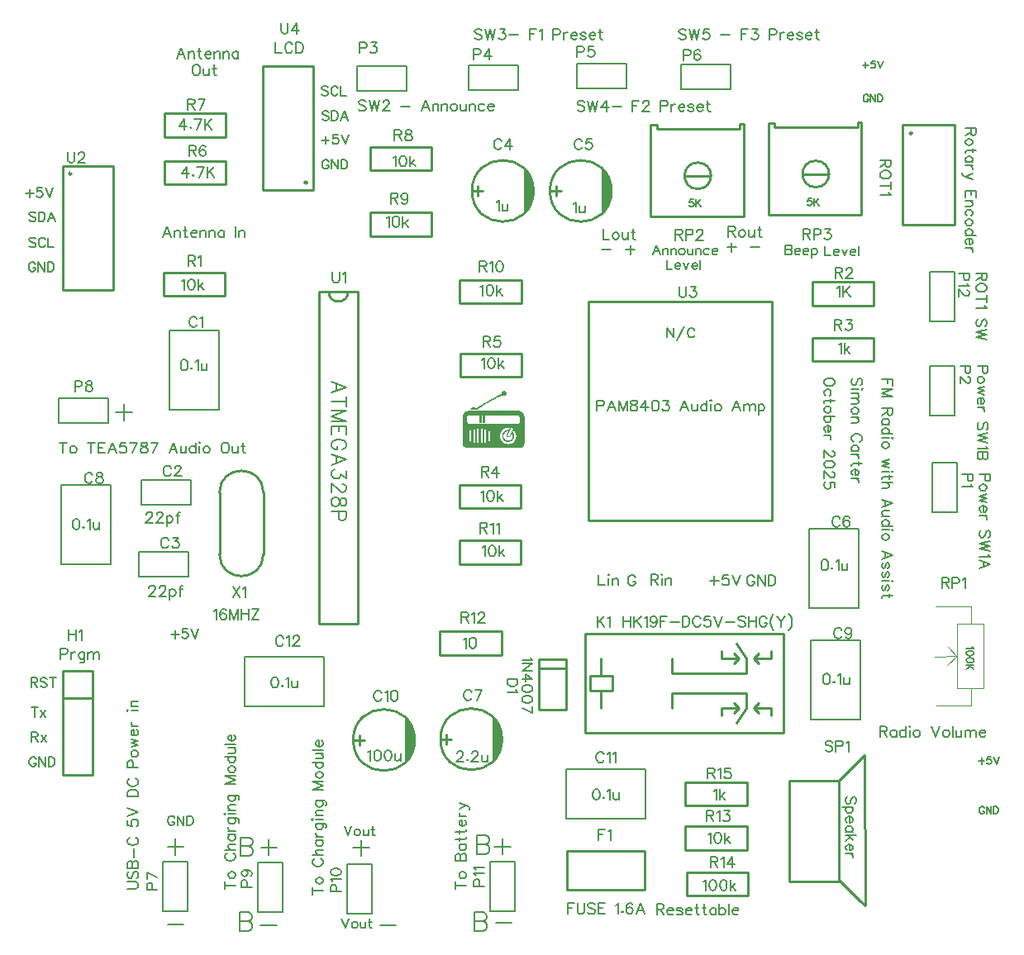
<source format=gto>
G04 Layer: TopSilkscreenLayer*
G04 EasyEDA v6.5.51, 2025-11-01 08:24:16*
G04 27a844e1b91c41148074433a3f3d6619,0b2f8be7abf649b19ad213f5e26a3a38,10*
G04 Gerber Generator version 0.2*
G04 Scale: 100 percent, Rotated: No, Reflected: No *
G04 Dimensions in inches *
G04 leading zeros omitted , absolute positions ,3 integer and 6 decimal *
%FSLAX36Y36*%
%MOIN*%

%ADD10C,0.0080*%
%ADD11C,0.0060*%
%ADD12C,0.0070*%
%ADD13C,0.0080*%
%ADD14C,0.0100*%
%ADD15C,0.0047*%
%ADD16C,0.0079*%
%ADD17C,0.0137*%

%LPD*%
G36*
X2188040Y5811420D02*
G01*
X2186420Y5811400D01*
X2185940Y5811140D01*
X2184640Y5810900D01*
X2182400Y5809779D01*
X2180240Y5807760D01*
X2178800Y5805400D01*
X2178080Y5803099D01*
X2178020Y5799880D01*
X2177360Y5799260D01*
X2108860Y5761500D01*
X2108740Y5761500D01*
X2076459Y5743700D01*
X2075840Y5743700D01*
X2074000Y5744820D01*
X2072180Y5745640D01*
X2070660Y5746180D01*
X2068380Y5746660D01*
X2064079Y5746660D01*
X2062120Y5746319D01*
X2059640Y5745480D01*
X2058000Y5744640D01*
X2055700Y5743160D01*
X2052660Y5740119D01*
X2050800Y5737060D01*
X2049840Y5734640D01*
X2050020Y5734180D01*
X2051040Y5733980D01*
X2081440Y5733960D01*
X2082360Y5734320D01*
X2082120Y5735880D01*
X2081000Y5738120D01*
X2081300Y5738700D01*
X2082560Y5739340D01*
X2082680Y5739580D01*
X2082980Y5739580D01*
X2102180Y5750160D01*
X2102520Y5750420D01*
X2120900Y5760500D01*
X2122200Y5761340D01*
X2122360Y5761340D01*
X2124100Y5762360D01*
X2127240Y5764000D01*
X2127580Y5764260D01*
X2138940Y5770460D01*
X2139120Y5770640D01*
X2145220Y5773900D01*
X2146360Y5774620D01*
X2163960Y5784260D01*
X2166080Y5785560D01*
X2166380Y5785560D01*
X2166820Y5785960D01*
X2171100Y5788240D01*
X2171420Y5788480D01*
X2180320Y5793360D01*
X2181220Y5793760D01*
X2182800Y5792700D01*
X2183960Y5792120D01*
X2185760Y5791500D01*
X2188080Y5791140D01*
X2190900Y5791640D01*
X2193440Y5792720D01*
X2193440Y5792960D01*
X2193880Y5792960D01*
X2196220Y5795300D01*
X2197720Y5798240D01*
X2198200Y5801400D01*
X2197720Y5804420D01*
X2197220Y5805460D01*
X2197220Y5805640D01*
X2196160Y5807380D01*
X2194840Y5808880D01*
X2193520Y5809900D01*
X2191380Y5810900D01*
X2189660Y5811420D01*
G37*
G36*
X2042660Y5730960D02*
G01*
X2041339Y5730839D01*
X2038540Y5730340D01*
X2036900Y5729820D01*
X2034420Y5728819D01*
X2032280Y5727660D01*
X2029920Y5726079D01*
X2026879Y5723200D01*
X2024440Y5719920D01*
X2022720Y5716440D01*
X2022020Y5714380D01*
X2021060Y5710500D01*
X2021060Y5688060D01*
X2040280Y5688060D01*
X2040280Y5704840D01*
X2040620Y5707200D01*
X2041720Y5709520D01*
X2042920Y5710900D01*
X2045140Y5712360D01*
X2046780Y5712880D01*
X2047620Y5713020D01*
X2245280Y5712980D01*
X2247140Y5712220D01*
X2248700Y5711200D01*
X2249740Y5710160D01*
X2250420Y5709320D01*
X2251540Y5707039D01*
X2251540Y5685620D01*
X2250400Y5683320D01*
X2248260Y5681180D01*
X2246580Y5680280D01*
X2244640Y5679779D01*
X2047440Y5679779D01*
X2045560Y5680260D01*
X2044139Y5680920D01*
X2042640Y5682160D01*
X2041100Y5684200D01*
X2041100Y5684640D01*
X2040640Y5685300D01*
X2040280Y5688060D01*
X2021060Y5688060D01*
X2021060Y5611280D01*
X2049500Y5611280D01*
X2049520Y5648880D01*
X2050880Y5650480D01*
X2052220Y5651079D01*
X2053420Y5651100D01*
X2054860Y5650460D01*
X2055700Y5649539D01*
X2056180Y5648579D01*
X2056180Y5611480D01*
X2055420Y5610060D01*
X2053899Y5609100D01*
X2052800Y5608880D01*
X2051300Y5609299D01*
X2050460Y5609960D01*
X2049500Y5611280D01*
X2021060Y5611280D01*
X2021060Y5603140D01*
X2064840Y5603140D01*
X2064840Y5656840D01*
X2065420Y5657920D01*
X2066480Y5658880D01*
X2067720Y5659340D01*
X2069379Y5659160D01*
X2070700Y5658260D01*
X2071519Y5656780D01*
X2071485Y5603180D01*
X2080180Y5603180D01*
X2080180Y5656840D01*
X2080740Y5657920D01*
X2081980Y5659059D01*
X2083880Y5659340D01*
X2085040Y5659020D01*
X2086240Y5657940D01*
X2086759Y5656660D01*
X2086759Y5603360D01*
X2086686Y5603180D01*
X2095500Y5603180D01*
X2095500Y5656900D01*
X2096080Y5657940D01*
X2097160Y5658940D01*
X2098380Y5659340D01*
X2100040Y5659180D01*
X2101360Y5658260D01*
X2102260Y5656480D01*
X2102260Y5603720D01*
X2110840Y5603720D01*
X2110840Y5656319D01*
X2111340Y5657780D01*
X2111920Y5658440D01*
X2112480Y5658880D01*
X2113720Y5659340D01*
X2115360Y5659180D01*
X2116680Y5658260D01*
X2117600Y5656480D01*
X2117586Y5611900D01*
X2126180Y5611900D01*
X2126180Y5648080D01*
X2126680Y5649580D01*
X2127640Y5650500D01*
X2128900Y5651079D01*
X2130040Y5651100D01*
X2131860Y5650180D01*
X2132920Y5648400D01*
X2132920Y5631079D01*
X2172800Y5631079D01*
X2173140Y5635540D01*
X2174020Y5639140D01*
X2174680Y5641300D01*
X2174960Y5641620D01*
X2174960Y5642080D01*
X2176680Y5645740D01*
X2178160Y5648220D01*
X2180620Y5651500D01*
X2183300Y5654280D01*
X2186700Y5657080D01*
X2189560Y5658880D01*
X2193280Y5660660D01*
X2193700Y5660660D01*
X2194020Y5660940D01*
X2196480Y5661660D01*
X2197020Y5661960D01*
X2198620Y5662180D01*
X2199620Y5662480D01*
X2202920Y5662920D01*
X2207480Y5662960D01*
X2211600Y5662420D01*
X2212280Y5661860D01*
X2208560Y5654640D01*
X2208200Y5654200D01*
X2205220Y5654400D01*
X2201700Y5654080D01*
X2198800Y5653400D01*
X2196420Y5652600D01*
X2193020Y5650920D01*
X2189980Y5648760D01*
X2187200Y5646040D01*
X2185380Y5643600D01*
X2183820Y5640980D01*
X2182440Y5637519D01*
X2181500Y5633720D01*
X2181500Y5631040D01*
X2186980Y5631040D01*
X2187540Y5634539D01*
X2188360Y5637020D01*
X2189660Y5639620D01*
X2191040Y5641600D01*
X2192200Y5642920D01*
X2193960Y5644600D01*
X2196480Y5646319D01*
X2196900Y5646319D01*
X2196900Y5646660D01*
X2197240Y5646660D01*
X2199120Y5647460D01*
X2201340Y5648180D01*
X2203400Y5648420D01*
X2204940Y5648460D01*
X2205120Y5648020D01*
X2198140Y5634420D01*
X2198140Y5631700D01*
X2201840Y5631700D01*
X2201840Y5633400D01*
X2215020Y5658760D01*
X2216740Y5661900D01*
X2217260Y5662320D01*
X2218580Y5662960D01*
X2220000Y5662960D01*
X2223120Y5661440D01*
X2224400Y5660320D01*
X2224960Y5658860D01*
X2224800Y5657400D01*
X2211040Y5630760D01*
X2210200Y5629280D01*
X2209500Y5628500D01*
X2208280Y5627880D01*
X2206760Y5627880D01*
X2203320Y5629560D01*
X2202320Y5630599D01*
X2201840Y5631700D01*
X2198140Y5631700D01*
X2198140Y5630420D01*
X2199280Y5628160D01*
X2201060Y5626380D01*
X2201340Y5626380D01*
X2203460Y5625100D01*
X2205840Y5624000D01*
X2209020Y5624000D01*
X2210660Y5624640D01*
X2211940Y5625440D01*
X2213460Y5626980D01*
X2220220Y5640220D01*
X2220720Y5640220D01*
X2222300Y5637380D01*
X2223100Y5635119D01*
X2223760Y5631940D01*
X2223760Y5628400D01*
X2223120Y5625140D01*
X2222240Y5622680D01*
X2221260Y5620700D01*
X2219640Y5618320D01*
X2217640Y5616180D01*
X2215220Y5614360D01*
X2212760Y5613040D01*
X2209500Y5611940D01*
X2205340Y5611360D01*
X2201600Y5611900D01*
X2199780Y5612420D01*
X2197300Y5613440D01*
X2194840Y5614920D01*
X2193520Y5615920D01*
X2191520Y5617900D01*
X2190000Y5619900D01*
X2188540Y5622700D01*
X2187520Y5625640D01*
X2187120Y5627960D01*
X2186980Y5631040D01*
X2181500Y5631040D01*
X2181500Y5626480D01*
X2182440Y5622680D01*
X2183240Y5620560D01*
X2184420Y5618060D01*
X2186480Y5614940D01*
X2189220Y5612020D01*
X2192360Y5609640D01*
X2192860Y5609420D01*
X2194500Y5608420D01*
X2196980Y5607300D01*
X2197960Y5607060D01*
X2198320Y5606799D01*
X2199780Y5606580D01*
X2200140Y5606300D01*
X2202920Y5605940D01*
X2206220Y5605760D01*
X2209500Y5606140D01*
X2212480Y5606820D01*
X2212800Y5607060D01*
X2213780Y5607300D01*
X2215940Y5608280D01*
X2219080Y5610119D01*
X2221540Y5612020D01*
X2223560Y5614120D01*
X2225040Y5616100D01*
X2226640Y5618760D01*
X2227860Y5621360D01*
X2229000Y5625320D01*
X2229380Y5627720D01*
X2229380Y5632360D01*
X2229020Y5634539D01*
X2227860Y5638819D01*
X2226460Y5641799D01*
X2225040Y5644100D01*
X2223600Y5645980D01*
X2223600Y5646400D01*
X2227240Y5653540D01*
X2227740Y5653960D01*
X2230280Y5651360D01*
X2232620Y5648220D01*
X2233800Y5646240D01*
X2235440Y5642940D01*
X2237120Y5638000D01*
X2237120Y5637279D01*
X2237480Y5636360D01*
X2237940Y5632240D01*
X2237940Y5627859D01*
X2237620Y5624660D01*
X2237100Y5622180D01*
X2236120Y5618900D01*
X2235600Y5617580D01*
X2233900Y5613980D01*
X2232260Y5611319D01*
X2230500Y5609000D01*
X2227860Y5606120D01*
X2224720Y5603500D01*
X2221880Y5601620D01*
X2217920Y5599620D01*
X2215040Y5598640D01*
X2211000Y5597560D01*
X2206600Y5597060D01*
X2203740Y5597080D01*
X2199120Y5597700D01*
X2195300Y5598680D01*
X2193020Y5599560D01*
X2190040Y5600980D01*
X2187040Y5602820D01*
X2184120Y5605080D01*
X2181620Y5607519D01*
X2179500Y5610019D01*
X2178160Y5611980D01*
X2176700Y5614440D01*
X2175800Y5616300D01*
X2174600Y5619220D01*
X2173780Y5622020D01*
X2173020Y5625820D01*
X2172800Y5631079D01*
X2132920Y5631079D01*
X2132920Y5611920D01*
X2132580Y5610980D01*
X2131740Y5609760D01*
X2130060Y5608920D01*
X2129220Y5608920D01*
X2127660Y5609480D01*
X2126720Y5610480D01*
X2126180Y5611900D01*
X2117586Y5611900D01*
X2117580Y5603740D01*
X2116840Y5601920D01*
X2115460Y5600880D01*
X2114020Y5600660D01*
X2112640Y5601040D01*
X2111360Y5602180D01*
X2110840Y5603720D01*
X2102260Y5603720D01*
X2101580Y5602080D01*
X2100560Y5601020D01*
X2098840Y5600640D01*
X2097220Y5601040D01*
X2096080Y5602100D01*
X2095500Y5603180D01*
X2086686Y5603180D01*
X2086240Y5602080D01*
X2085060Y5601040D01*
X2083460Y5600660D01*
X2081900Y5601040D01*
X2080740Y5602100D01*
X2080180Y5603180D01*
X2071485Y5603180D01*
X2070700Y5601780D01*
X2069259Y5600760D01*
X2067240Y5600780D01*
X2065880Y5601540D01*
X2064840Y5603140D01*
X2021060Y5603140D01*
X2021060Y5601100D01*
X2021699Y5597960D01*
X2021980Y5597660D01*
X2021980Y5597080D01*
X2022500Y5595500D01*
X2023680Y5592780D01*
X2023959Y5592780D01*
X2023959Y5592340D01*
X2026020Y5589240D01*
X2029319Y5585900D01*
X2031300Y5584420D01*
X2033440Y5583120D01*
X2036120Y5581900D01*
X2036480Y5581900D01*
X2037060Y5581600D01*
X2038880Y5581040D01*
X2040860Y5580780D01*
X2042520Y5580420D01*
X2250720Y5580500D01*
X2251720Y5580900D01*
X2253700Y5581220D01*
X2255180Y5581600D01*
X2255480Y5581900D01*
X2256120Y5581900D01*
X2258800Y5583220D01*
X2261120Y5584620D01*
X2262420Y5585599D01*
X2264420Y5587420D01*
X2266900Y5590380D01*
X2268120Y5592400D01*
X2268120Y5592780D01*
X2268380Y5592780D01*
X2270100Y5596900D01*
X2270100Y5597660D01*
X2270420Y5597980D01*
X2271060Y5602580D01*
X2271080Y5708860D01*
X2270420Y5713440D01*
X2270140Y5713800D01*
X2269900Y5715200D01*
X2269600Y5715380D01*
X2269600Y5715880D01*
X2267980Y5719320D01*
X2266400Y5721700D01*
X2265060Y5723260D01*
X2262540Y5725760D01*
X2260100Y5727500D01*
X2257960Y5728700D01*
X2255500Y5729720D01*
X2254020Y5730200D01*
X2251060Y5730920D01*
G37*
G36*
X2093240Y5710580D02*
G01*
X2088660Y5710560D01*
X2088160Y5710359D01*
X2087920Y5710000D01*
X2087920Y5682880D01*
X2088260Y5682240D01*
X2098080Y5682240D01*
X2098480Y5682640D01*
X2098480Y5710240D01*
X2097840Y5710580D01*
G37*
G36*
X2102440Y5710580D02*
G01*
X2101760Y5709920D01*
X2101860Y5682560D01*
X2102340Y5682240D01*
X2112160Y5682240D01*
X2112500Y5683099D01*
X2112400Y5710260D01*
X2111900Y5710580D01*
G37*
D10*
X2587970Y6466019D02*
G01*
X2587970Y6423119D01*
X2587970Y6423119D02*
G01*
X2612470Y6423119D01*
X2636270Y6451718D02*
G01*
X2632170Y6449618D01*
X2628071Y6445619D01*
X2625970Y6439418D01*
X2625970Y6435318D01*
X2628071Y6429218D01*
X2632170Y6425119D01*
X2636270Y6423119D01*
X2642371Y6423119D01*
X2646471Y6425119D01*
X2650571Y6429218D01*
X2652570Y6435318D01*
X2652570Y6439418D01*
X2650571Y6445619D01*
X2646471Y6449618D01*
X2642371Y6451718D01*
X2636270Y6451718D01*
X2666071Y6451718D02*
G01*
X2666071Y6431219D01*
X2668171Y6425119D01*
X2672271Y6423119D01*
X2678370Y6423119D01*
X2682470Y6425119D01*
X2688571Y6431219D01*
X2688571Y6451718D02*
G01*
X2688571Y6423119D01*
X2708271Y6466019D02*
G01*
X2708271Y6431219D01*
X2710271Y6425119D01*
X2714371Y6423119D01*
X2718470Y6423119D01*
X2702070Y6451718D02*
G01*
X2716471Y6451718D01*
X2698470Y6399618D02*
G01*
X2698470Y6362818D01*
X2680070Y6381219D02*
G01*
X2716871Y6381219D01*
X2582771Y6381019D02*
G01*
X2619570Y6381019D01*
X3106370Y6409919D02*
G01*
X3106370Y6373119D01*
X3087970Y6391518D02*
G01*
X3124771Y6391518D01*
X3093271Y6476619D02*
G01*
X3093271Y6433719D01*
X3093271Y6476619D02*
G01*
X3111670Y6476619D01*
X3117771Y6474618D01*
X3119871Y6472519D01*
X3121871Y6468418D01*
X3121871Y6464319D01*
X3119871Y6460219D01*
X3117771Y6458218D01*
X3111670Y6456219D01*
X3093271Y6456219D01*
X3107570Y6456219D02*
G01*
X3121871Y6433719D01*
X3145671Y6462319D02*
G01*
X3141571Y6460219D01*
X3137470Y6456219D01*
X3135370Y6450019D01*
X3135370Y6445918D01*
X3137470Y6439819D01*
X3141571Y6435718D01*
X3145671Y6433719D01*
X3151770Y6433719D01*
X3155870Y6435718D01*
X3159970Y6439819D01*
X3161971Y6445918D01*
X3161971Y6450019D01*
X3159970Y6456219D01*
X3155870Y6460219D01*
X3151770Y6462319D01*
X3145671Y6462319D01*
X3175470Y6462319D02*
G01*
X3175470Y6441819D01*
X3177570Y6435718D01*
X3181670Y6433719D01*
X3187771Y6433719D01*
X3191871Y6435718D01*
X3197970Y6441819D01*
X3197970Y6462319D02*
G01*
X3197970Y6433719D01*
X3217671Y6476619D02*
G01*
X3217671Y6441819D01*
X3219670Y6435718D01*
X3223770Y6433719D01*
X3227870Y6433719D01*
X3211471Y6462319D02*
G01*
X3225771Y6462319D01*
X3182771Y6391518D02*
G01*
X3219570Y6391518D01*
X2570171Y5070019D02*
G01*
X2570171Y5027118D01*
X2570171Y5027118D02*
G01*
X2594670Y5027118D01*
X2608171Y5070019D02*
G01*
X2610271Y5068018D01*
X2612271Y5070019D01*
X2610271Y5072118D01*
X2608171Y5070019D01*
X2610271Y5055718D02*
G01*
X2610271Y5027118D01*
X2625771Y5055718D02*
G01*
X2625771Y5027118D01*
X2625771Y5047519D02*
G01*
X2631971Y5053618D01*
X2636071Y5055718D01*
X2642170Y5055718D01*
X2646270Y5053618D01*
X2648271Y5047519D01*
X2648271Y5027118D01*
X2781270Y5070518D02*
G01*
X2781270Y5027619D01*
X2781270Y5070518D02*
G01*
X2799670Y5070518D01*
X2805771Y5068519D01*
X2807870Y5066419D01*
X2809871Y5062319D01*
X2809871Y5058218D01*
X2807870Y5054119D01*
X2805771Y5052118D01*
X2799670Y5050119D01*
X2781270Y5050119D01*
X2795571Y5050119D02*
G01*
X2809871Y5027619D01*
X2823370Y5070518D02*
G01*
X2825470Y5068519D01*
X2827470Y5070518D01*
X2825470Y5072619D01*
X2823370Y5070518D01*
X2825470Y5056219D02*
G01*
X2825470Y5027619D01*
X2840970Y5056219D02*
G01*
X2840970Y5027619D01*
X2840970Y5048018D02*
G01*
X2847170Y5054119D01*
X2851270Y5056219D01*
X2857371Y5056219D01*
X2861471Y5054119D01*
X2863470Y5048018D01*
X2863470Y5027619D01*
X2719371Y5058018D02*
G01*
X2717271Y5062118D01*
X2713171Y5066219D01*
X2709170Y5068218D01*
X2700970Y5068218D01*
X2696871Y5066219D01*
X2692771Y5062118D01*
X2690671Y5058018D01*
X2688671Y5051819D01*
X2688671Y5041619D01*
X2690671Y5035518D01*
X2692771Y5031419D01*
X2696871Y5027319D01*
X2700970Y5025318D01*
X2709170Y5025318D01*
X2713171Y5027319D01*
X2717271Y5031419D01*
X2719371Y5035518D01*
X2719371Y5041619D01*
X2709170Y5041619D02*
G01*
X2719371Y5041619D01*
X3036770Y5063919D02*
G01*
X3036770Y5027118D01*
X3018370Y5045518D02*
G01*
X3055171Y5045518D01*
X3093271Y5070019D02*
G01*
X3072771Y5070019D01*
X3070771Y5051619D01*
X3072771Y5053618D01*
X3078870Y5055718D01*
X3085070Y5055718D01*
X3091171Y5053618D01*
X3095271Y5049618D01*
X3097371Y5043418D01*
X3097371Y5039319D01*
X3095271Y5033218D01*
X3091171Y5029119D01*
X3085070Y5027118D01*
X3078870Y5027118D01*
X3072771Y5029119D01*
X3070771Y5031118D01*
X3068671Y5035219D01*
X3110870Y5070019D02*
G01*
X3127170Y5027118D01*
X3143571Y5070019D02*
G01*
X3127170Y5027118D01*
X3198971Y5058018D02*
G01*
X3196871Y5062118D01*
X3192771Y5066219D01*
X3188770Y5068218D01*
X3180571Y5068218D01*
X3176471Y5066219D01*
X3172371Y5062118D01*
X3170271Y5058018D01*
X3168271Y5051819D01*
X3168271Y5041619D01*
X3170271Y5035518D01*
X3172371Y5031419D01*
X3176471Y5027319D01*
X3180571Y5025318D01*
X3188770Y5025318D01*
X3192771Y5027319D01*
X3196871Y5031419D01*
X3198971Y5035518D01*
X3198971Y5041619D01*
X3188770Y5041619D02*
G01*
X3198971Y5041619D01*
X3212470Y5068218D02*
G01*
X3212470Y5025318D01*
X3212470Y5068218D02*
G01*
X3241071Y5025318D01*
X3241071Y5068218D02*
G01*
X3241071Y5025318D01*
X3254570Y5068218D02*
G01*
X3254570Y5025318D01*
X3254570Y5068218D02*
G01*
X3268870Y5068218D01*
X3275070Y5066219D01*
X3279170Y5062118D01*
X3281171Y5058018D01*
X3283271Y5051819D01*
X3283271Y5041619D01*
X3281171Y5035518D01*
X3279170Y5031419D01*
X3275070Y5027319D01*
X3268870Y5025318D01*
X3254570Y5025318D01*
D11*
X830070Y6473818D02*
G01*
X813671Y6430918D01*
X830070Y6473818D02*
G01*
X846370Y6430918D01*
X819771Y6445219D02*
G01*
X840271Y6445219D01*
X859871Y6459519D02*
G01*
X859871Y6430918D01*
X859871Y6451318D02*
G01*
X866071Y6457419D01*
X870171Y6459519D01*
X876270Y6459519D01*
X880370Y6457419D01*
X882371Y6451318D01*
X882371Y6430918D01*
X902070Y6473818D02*
G01*
X902070Y6439018D01*
X904071Y6432919D01*
X908171Y6430918D01*
X912271Y6430918D01*
X895870Y6459519D02*
G01*
X910171Y6459519D01*
X925771Y6447219D02*
G01*
X950271Y6447219D01*
X950271Y6451318D01*
X948271Y6455419D01*
X946171Y6457419D01*
X942170Y6459519D01*
X935970Y6459519D01*
X931871Y6457419D01*
X927771Y6453418D01*
X925771Y6447219D01*
X925771Y6443119D01*
X927771Y6437019D01*
X931871Y6432919D01*
X935970Y6430918D01*
X942170Y6430918D01*
X946171Y6432919D01*
X950271Y6437019D01*
X963770Y6459519D02*
G01*
X963770Y6430918D01*
X963770Y6451318D02*
G01*
X969970Y6457419D01*
X974071Y6459519D01*
X980171Y6459519D01*
X984270Y6457419D01*
X986270Y6451318D01*
X986270Y6430918D01*
X999771Y6459519D02*
G01*
X999771Y6430918D01*
X999771Y6451318D02*
G01*
X1005970Y6457419D01*
X1010070Y6459519D01*
X1016171Y6459519D01*
X1020271Y6457419D01*
X1022271Y6451318D01*
X1022271Y6430918D01*
X1060370Y6459519D02*
G01*
X1060370Y6430918D01*
X1060370Y6453418D02*
G01*
X1056270Y6457419D01*
X1052170Y6459519D01*
X1046071Y6459519D01*
X1041971Y6457419D01*
X1037870Y6453418D01*
X1035771Y6447219D01*
X1035771Y6443119D01*
X1037870Y6437019D01*
X1041971Y6432919D01*
X1046071Y6430918D01*
X1052170Y6430918D01*
X1056270Y6432919D01*
X1060370Y6437019D01*
X1105370Y6473818D02*
G01*
X1105370Y6430918D01*
X1118870Y6459519D02*
G01*
X1118870Y6430918D01*
X1118870Y6451318D02*
G01*
X1124970Y6457419D01*
X1129071Y6459519D01*
X1135171Y6459519D01*
X1139270Y6457419D01*
X1141370Y6451318D01*
X1141370Y6430918D01*
X887070Y7195718D02*
G01*
X870671Y7152818D01*
X887070Y7195718D02*
G01*
X903370Y7152818D01*
X876770Y7167118D02*
G01*
X897271Y7167118D01*
X916871Y7181419D02*
G01*
X916871Y7152818D01*
X916871Y7173218D02*
G01*
X923070Y7179319D01*
X927170Y7181419D01*
X933271Y7181419D01*
X937371Y7179319D01*
X939371Y7173218D01*
X939371Y7152818D01*
X959071Y7195718D02*
G01*
X959071Y7160918D01*
X961071Y7154819D01*
X965171Y7152818D01*
X969270Y7152818D01*
X952870Y7181419D02*
G01*
X967170Y7181419D01*
X982771Y7169119D02*
G01*
X1007271Y7169119D01*
X1007271Y7173218D01*
X1005271Y7177319D01*
X1003171Y7179319D01*
X999170Y7181419D01*
X992970Y7181419D01*
X988870Y7179319D01*
X984771Y7175318D01*
X982771Y7169119D01*
X982771Y7165019D01*
X984771Y7158919D01*
X988870Y7154819D01*
X992970Y7152818D01*
X999170Y7152818D01*
X1003171Y7154819D01*
X1007271Y7158919D01*
X1020771Y7181419D02*
G01*
X1020771Y7152818D01*
X1020771Y7173218D02*
G01*
X1026971Y7179319D01*
X1031071Y7181419D01*
X1037170Y7181419D01*
X1041270Y7179319D01*
X1043271Y7173218D01*
X1043271Y7152818D01*
X1056770Y7181419D02*
G01*
X1056770Y7152818D01*
X1056770Y7173218D02*
G01*
X1062970Y7179319D01*
X1067070Y7181419D01*
X1073171Y7181419D01*
X1077271Y7179319D01*
X1079270Y7173218D01*
X1079270Y7152818D01*
X1117371Y7181419D02*
G01*
X1117371Y7152818D01*
X1117371Y7175318D02*
G01*
X1113271Y7179319D01*
X1109170Y7181419D01*
X1103071Y7181419D01*
X1098971Y7179319D01*
X1094871Y7175318D01*
X1092771Y7169119D01*
X1092771Y7165019D01*
X1094871Y7158919D01*
X1098971Y7154819D01*
X1103071Y7152818D01*
X1109170Y7152818D01*
X1113271Y7154819D01*
X1117371Y7158919D01*
X3755300Y5859899D02*
G01*
X3712401Y5859899D01*
X3755300Y5859899D02*
G01*
X3755300Y5833299D01*
X3734901Y5859899D02*
G01*
X3734901Y5843499D01*
X3755300Y5819798D02*
G01*
X3712401Y5819798D01*
X3755300Y5819798D02*
G01*
X3712401Y5803398D01*
X3755300Y5787098D02*
G01*
X3712401Y5803398D01*
X3755300Y5787098D02*
G01*
X3712401Y5787098D01*
X3755300Y5742098D02*
G01*
X3712401Y5742098D01*
X3755300Y5742098D02*
G01*
X3755300Y5723699D01*
X3753301Y5717498D01*
X3751201Y5715499D01*
X3747101Y5713398D01*
X3743001Y5713398D01*
X3738900Y5715499D01*
X3736900Y5717498D01*
X3734901Y5723699D01*
X3734901Y5742098D01*
X3734901Y5727799D02*
G01*
X3712401Y5713398D01*
X3741000Y5675399D02*
G01*
X3712401Y5675399D01*
X3734901Y5675399D02*
G01*
X3738900Y5679499D01*
X3741000Y5683598D01*
X3741000Y5689699D01*
X3738900Y5693798D01*
X3734901Y5697899D01*
X3728701Y5699899D01*
X3724601Y5699899D01*
X3718500Y5697899D01*
X3714400Y5693798D01*
X3712401Y5689699D01*
X3712401Y5683598D01*
X3714400Y5679499D01*
X3718500Y5675399D01*
X3755300Y5637399D02*
G01*
X3712401Y5637399D01*
X3734901Y5637399D02*
G01*
X3738900Y5641399D01*
X3741000Y5645499D01*
X3741000Y5651698D01*
X3738900Y5655799D01*
X3734901Y5659899D01*
X3728701Y5661898D01*
X3724601Y5661898D01*
X3718500Y5659899D01*
X3714400Y5655799D01*
X3712401Y5651698D01*
X3712401Y5645499D01*
X3714400Y5641399D01*
X3718500Y5637399D01*
X3755300Y5623899D02*
G01*
X3753301Y5621799D01*
X3755300Y5619798D01*
X3757401Y5621799D01*
X3755300Y5623899D01*
X3741000Y5621799D02*
G01*
X3712401Y5621799D01*
X3741000Y5595999D02*
G01*
X3738900Y5600099D01*
X3734901Y5604198D01*
X3728701Y5606298D01*
X3724601Y5606298D01*
X3718500Y5604198D01*
X3714400Y5600099D01*
X3712401Y5595999D01*
X3712401Y5589899D01*
X3714400Y5585799D01*
X3718500Y5581698D01*
X3724601Y5579699D01*
X3728701Y5579699D01*
X3734901Y5581698D01*
X3738900Y5585799D01*
X3741000Y5589899D01*
X3741000Y5595999D01*
X3741000Y5534699D02*
G01*
X3712401Y5526498D01*
X3741000Y5518299D02*
G01*
X3712401Y5526498D01*
X3741000Y5518299D02*
G01*
X3712401Y5510099D01*
X3741000Y5501898D02*
G01*
X3712401Y5510099D01*
X3755300Y5488398D02*
G01*
X3753301Y5486399D01*
X3755300Y5484398D01*
X3757401Y5486399D01*
X3755300Y5488398D01*
X3741000Y5486399D02*
G01*
X3712401Y5486399D01*
X3755300Y5464699D02*
G01*
X3720501Y5464699D01*
X3714400Y5462698D01*
X3712401Y5458598D01*
X3712401Y5454499D01*
X3741000Y5470898D02*
G01*
X3741000Y5456498D01*
X3755300Y5440999D02*
G01*
X3712401Y5440999D01*
X3732800Y5440999D02*
G01*
X3738900Y5434899D01*
X3741000Y5430799D01*
X3741000Y5424598D01*
X3738900Y5420499D01*
X3732800Y5418499D01*
X3712401Y5418499D01*
X3755300Y5357098D02*
G01*
X3712401Y5373499D01*
X3755300Y5357098D02*
G01*
X3712401Y5340799D01*
X3726701Y5367399D02*
G01*
X3726701Y5346898D01*
X3741000Y5327298D02*
G01*
X3720501Y5327298D01*
X3714400Y5325198D01*
X3712401Y5321098D01*
X3712401Y5314998D01*
X3714400Y5310898D01*
X3720501Y5304798D01*
X3741000Y5304798D02*
G01*
X3712401Y5304798D01*
X3755300Y5266698D02*
G01*
X3712401Y5266698D01*
X3734901Y5266698D02*
G01*
X3738900Y5270799D01*
X3741000Y5274899D01*
X3741000Y5280999D01*
X3738900Y5285099D01*
X3734901Y5289198D01*
X3728701Y5291298D01*
X3724601Y5291298D01*
X3718500Y5289198D01*
X3714400Y5285099D01*
X3712401Y5280999D01*
X3712401Y5274899D01*
X3714400Y5270799D01*
X3718500Y5266698D01*
X3755300Y5253199D02*
G01*
X3753301Y5251199D01*
X3755300Y5249099D01*
X3757401Y5251199D01*
X3755300Y5253199D01*
X3741000Y5251199D02*
G01*
X3712401Y5251199D01*
X3741000Y5225399D02*
G01*
X3738900Y5229499D01*
X3734901Y5233598D01*
X3728701Y5235599D01*
X3724601Y5235599D01*
X3718500Y5233598D01*
X3714400Y5229499D01*
X3712401Y5225399D01*
X3712401Y5219299D01*
X3714400Y5215198D01*
X3718500Y5211098D01*
X3724601Y5208998D01*
X3728701Y5208998D01*
X3734901Y5211098D01*
X3738900Y5215198D01*
X3741000Y5219299D01*
X3741000Y5225399D01*
X3755300Y5147698D02*
G01*
X3712401Y5163998D01*
X3755300Y5147698D02*
G01*
X3712401Y5131298D01*
X3726701Y5157899D02*
G01*
X3726701Y5137399D01*
X3734901Y5095299D02*
G01*
X3738900Y5097399D01*
X3741000Y5103499D01*
X3741000Y5109598D01*
X3738900Y5115799D01*
X3734901Y5117799D01*
X3730801Y5115799D01*
X3728701Y5111698D01*
X3726701Y5101399D01*
X3724601Y5097399D01*
X3720501Y5095299D01*
X3718500Y5095299D01*
X3714400Y5097399D01*
X3712401Y5103499D01*
X3712401Y5109598D01*
X3714400Y5115799D01*
X3718500Y5117799D01*
X3734901Y5059299D02*
G01*
X3738900Y5061399D01*
X3741000Y5067498D01*
X3741000Y5073598D01*
X3738900Y5079798D01*
X3734901Y5081799D01*
X3730801Y5079798D01*
X3728701Y5075699D01*
X3726701Y5065399D01*
X3724601Y5061399D01*
X3720501Y5059299D01*
X3718500Y5059299D01*
X3714400Y5061399D01*
X3712401Y5067498D01*
X3712401Y5073598D01*
X3714400Y5079798D01*
X3718500Y5081799D01*
X3755300Y5045799D02*
G01*
X3753301Y5043798D01*
X3755300Y5041698D01*
X3757401Y5043798D01*
X3755300Y5045799D01*
X3741000Y5043798D02*
G01*
X3712401Y5043798D01*
X3734901Y5005699D02*
G01*
X3738900Y5007799D01*
X3741000Y5013899D01*
X3741000Y5019998D01*
X3738900Y5026199D01*
X3734901Y5028199D01*
X3730801Y5026199D01*
X3728701Y5022098D01*
X3726701Y5011898D01*
X3724601Y5007799D01*
X3720501Y5005699D01*
X3718500Y5005699D01*
X3714400Y5007799D01*
X3712401Y5013899D01*
X3712401Y5019998D01*
X3714400Y5026199D01*
X3718500Y5028199D01*
X3755300Y4986098D02*
G01*
X3720501Y4986098D01*
X3714400Y4983998D01*
X3712401Y4979899D01*
X3712401Y4975898D01*
X3741000Y4992199D02*
G01*
X3741000Y4977899D01*
X3626900Y5834499D02*
G01*
X3631000Y5838598D01*
X3633001Y5844699D01*
X3633001Y5852899D01*
X3631000Y5858998D01*
X3626900Y5863099D01*
X3622800Y5863099D01*
X3618701Y5861098D01*
X3616601Y5858998D01*
X3614601Y5854899D01*
X3610501Y5842599D01*
X3608500Y5838598D01*
X3606400Y5836498D01*
X3602300Y5834499D01*
X3596201Y5834499D01*
X3592101Y5838598D01*
X3590101Y5844699D01*
X3590101Y5852899D01*
X3592101Y5858998D01*
X3596201Y5863099D01*
X3633001Y5820999D02*
G01*
X3631000Y5818899D01*
X3633001Y5816898D01*
X3635101Y5818899D01*
X3633001Y5820999D01*
X3618701Y5818899D02*
G01*
X3590101Y5818899D01*
X3618701Y5803398D02*
G01*
X3590101Y5803398D01*
X3610501Y5803398D02*
G01*
X3616601Y5797199D01*
X3618701Y5793099D01*
X3618701Y5786999D01*
X3616601Y5782899D01*
X3610501Y5780898D01*
X3590101Y5780898D01*
X3610501Y5780898D02*
G01*
X3616601Y5774699D01*
X3618701Y5770599D01*
X3618701Y5764499D01*
X3616601Y5760399D01*
X3610501Y5758398D01*
X3590101Y5758398D01*
X3618701Y5734598D02*
G01*
X3616601Y5738699D01*
X3612601Y5742799D01*
X3606400Y5744899D01*
X3602300Y5744899D01*
X3596201Y5742799D01*
X3592101Y5738699D01*
X3590101Y5734598D01*
X3590101Y5728499D01*
X3592101Y5724398D01*
X3596201Y5720299D01*
X3602300Y5718299D01*
X3606400Y5718299D01*
X3612601Y5720299D01*
X3616601Y5724398D01*
X3618701Y5728499D01*
X3618701Y5734598D01*
X3618701Y5704798D02*
G01*
X3590101Y5704798D01*
X3610501Y5704798D02*
G01*
X3616601Y5698598D01*
X3618701Y5694598D01*
X3618701Y5688398D01*
X3616601Y5684299D01*
X3610501Y5682298D01*
X3590101Y5682298D01*
X3622800Y5606599D02*
G01*
X3626900Y5608598D01*
X3631000Y5612698D01*
X3633001Y5616799D01*
X3633001Y5624998D01*
X3631000Y5629099D01*
X3626900Y5633199D01*
X3622800Y5635198D01*
X3616601Y5637298D01*
X3606400Y5637298D01*
X3600300Y5635198D01*
X3596201Y5633199D01*
X3592101Y5629099D01*
X3590101Y5624998D01*
X3590101Y5616799D01*
X3592101Y5612698D01*
X3596201Y5608598D01*
X3600300Y5606599D01*
X3618701Y5568598D02*
G01*
X3590101Y5568598D01*
X3612601Y5568598D02*
G01*
X3616601Y5572599D01*
X3618701Y5576698D01*
X3618701Y5582899D01*
X3616601Y5586999D01*
X3612601Y5591098D01*
X3606400Y5593099D01*
X3602300Y5593099D01*
X3596201Y5591098D01*
X3592101Y5586999D01*
X3590101Y5582899D01*
X3590101Y5576698D01*
X3592101Y5572599D01*
X3596201Y5568598D01*
X3618701Y5555099D02*
G01*
X3590101Y5555099D01*
X3606400Y5555099D02*
G01*
X3612601Y5552999D01*
X3616601Y5548899D01*
X3618701Y5544798D01*
X3618701Y5538699D01*
X3633001Y5519099D02*
G01*
X3598200Y5519099D01*
X3592101Y5516999D01*
X3590101Y5512899D01*
X3590101Y5508798D01*
X3618701Y5525198D02*
G01*
X3618701Y5510898D01*
X3606400Y5495299D02*
G01*
X3606400Y5470799D01*
X3610501Y5470799D01*
X3614601Y5472799D01*
X3616601Y5474899D01*
X3618701Y5478998D01*
X3618701Y5485099D01*
X3616601Y5489198D01*
X3612601Y5493299D01*
X3606400Y5495299D01*
X3602300Y5495299D01*
X3596201Y5493299D01*
X3592101Y5489198D01*
X3590101Y5485099D01*
X3590101Y5478998D01*
X3592101Y5474899D01*
X3596201Y5470799D01*
X3618701Y5457298D02*
G01*
X3590101Y5457298D01*
X3606400Y5457298D02*
G01*
X3612601Y5455198D01*
X3616601Y5451098D01*
X3618701Y5447098D01*
X3618701Y5440898D01*
X3521900Y5851298D02*
G01*
X3519901Y5855399D01*
X3515801Y5859499D01*
X3511701Y5861599D01*
X3505501Y5863598D01*
X3495300Y5863598D01*
X3489201Y5861599D01*
X3485101Y5859499D01*
X3481000Y5855399D01*
X3479000Y5851298D01*
X3479000Y5843099D01*
X3481000Y5839099D01*
X3485101Y5834998D01*
X3489201Y5832899D01*
X3495300Y5830898D01*
X3505501Y5830898D01*
X3511701Y5832899D01*
X3515801Y5834998D01*
X3519901Y5839099D01*
X3521900Y5843099D01*
X3521900Y5851298D01*
X3501500Y5792799D02*
G01*
X3505501Y5796898D01*
X3507601Y5800999D01*
X3507601Y5807098D01*
X3505501Y5811199D01*
X3501500Y5815299D01*
X3495300Y5817399D01*
X3491201Y5817399D01*
X3485101Y5815299D01*
X3481000Y5811199D01*
X3479000Y5807098D01*
X3479000Y5800999D01*
X3481000Y5796898D01*
X3485101Y5792799D01*
X3521900Y5773199D02*
G01*
X3487101Y5773199D01*
X3481000Y5771098D01*
X3479000Y5767098D01*
X3479000Y5762999D01*
X3507601Y5779299D02*
G01*
X3507601Y5764998D01*
X3507601Y5739198D02*
G01*
X3505501Y5743299D01*
X3501500Y5747399D01*
X3495300Y5749499D01*
X3491201Y5749499D01*
X3485101Y5747399D01*
X3481000Y5743299D01*
X3479000Y5739198D01*
X3479000Y5733099D01*
X3481000Y5728998D01*
X3485101Y5724899D01*
X3491201Y5722899D01*
X3495300Y5722899D01*
X3501500Y5724899D01*
X3505501Y5728998D01*
X3507601Y5733099D01*
X3507601Y5739198D01*
X3521900Y5709398D02*
G01*
X3479000Y5709398D01*
X3501500Y5709398D02*
G01*
X3505501Y5705299D01*
X3507601Y5701199D01*
X3507601Y5695099D01*
X3505501Y5690999D01*
X3501500Y5686898D01*
X3495300Y5684798D01*
X3491201Y5684798D01*
X3485101Y5686898D01*
X3481000Y5690999D01*
X3479000Y5695099D01*
X3479000Y5701199D01*
X3481000Y5705299D01*
X3485101Y5709398D01*
X3495300Y5671298D02*
G01*
X3495300Y5646799D01*
X3499400Y5646799D01*
X3503500Y5648798D01*
X3505501Y5650898D01*
X3507601Y5654998D01*
X3507601Y5661098D01*
X3505501Y5665198D01*
X3501500Y5669299D01*
X3495300Y5671298D01*
X3491201Y5671298D01*
X3485101Y5669299D01*
X3481000Y5665198D01*
X3479000Y5661098D01*
X3479000Y5654998D01*
X3481000Y5650898D01*
X3485101Y5646799D01*
X3507601Y5633299D02*
G01*
X3479000Y5633299D01*
X3495300Y5633299D02*
G01*
X3501500Y5631199D01*
X3505501Y5627098D01*
X3507601Y5623099D01*
X3507601Y5616898D01*
X3511701Y5569899D02*
G01*
X3513701Y5569899D01*
X3517800Y5567799D01*
X3519901Y5565799D01*
X3521900Y5561698D01*
X3521900Y5553499D01*
X3519901Y5549398D01*
X3517800Y5547399D01*
X3513701Y5545299D01*
X3509601Y5545299D01*
X3505501Y5547399D01*
X3499400Y5551498D01*
X3479000Y5571898D01*
X3479000Y5543299D01*
X3521900Y5517498D02*
G01*
X3519901Y5523598D01*
X3513701Y5527698D01*
X3503500Y5529798D01*
X3497401Y5529798D01*
X3487101Y5527698D01*
X3481000Y5523598D01*
X3479000Y5517498D01*
X3479000Y5513398D01*
X3481000Y5507298D01*
X3487101Y5503199D01*
X3497401Y5501098D01*
X3503500Y5501098D01*
X3513701Y5503199D01*
X3519901Y5507298D01*
X3521900Y5513398D01*
X3521900Y5517498D01*
X3511701Y5485599D02*
G01*
X3513701Y5485599D01*
X3517800Y5483598D01*
X3519901Y5481498D01*
X3521900Y5477399D01*
X3521900Y5469198D01*
X3519901Y5465099D01*
X3517800Y5463099D01*
X3513701Y5461098D01*
X3509601Y5461098D01*
X3505501Y5463099D01*
X3499400Y5467199D01*
X3479000Y5487599D01*
X3479000Y5458998D01*
X3521900Y5420999D02*
G01*
X3521900Y5441399D01*
X3503500Y5443499D01*
X3505501Y5441399D01*
X3507601Y5435299D01*
X3507601Y5429099D01*
X3505501Y5422999D01*
X3501500Y5418899D01*
X3495300Y5416898D01*
X3491201Y5416898D01*
X3485101Y5418899D01*
X3481000Y5422999D01*
X3479000Y5429099D01*
X3479000Y5435299D01*
X3481000Y5441399D01*
X3483001Y5443499D01*
X3487101Y5445499D01*
X2805401Y3740499D02*
G01*
X2805401Y3697599D01*
X2805401Y3740499D02*
G01*
X2823801Y3740499D01*
X2829901Y3738499D01*
X2832001Y3736399D01*
X2834000Y3732298D01*
X2834000Y3728198D01*
X2832001Y3724099D01*
X2829901Y3722098D01*
X2823801Y3720099D01*
X2805401Y3720099D01*
X2819700Y3720099D02*
G01*
X2834000Y3697599D01*
X2847501Y3713899D02*
G01*
X2872101Y3713899D01*
X2872101Y3717999D01*
X2870001Y3722098D01*
X2868001Y3724099D01*
X2863900Y3726199D01*
X2857800Y3726199D01*
X2853701Y3724099D01*
X2849601Y3720099D01*
X2847501Y3713899D01*
X2847501Y3709798D01*
X2849601Y3703699D01*
X2853701Y3699598D01*
X2857800Y3697599D01*
X2863900Y3697599D01*
X2868001Y3699598D01*
X2872101Y3703699D01*
X2908100Y3720099D02*
G01*
X2906000Y3724099D01*
X2899901Y3726199D01*
X2893801Y3726199D01*
X2887601Y3724099D01*
X2885600Y3720099D01*
X2887601Y3715999D01*
X2891701Y3713899D01*
X2901900Y3711898D01*
X2906000Y3709798D01*
X2908100Y3705698D01*
X2908100Y3703699D01*
X2906000Y3699598D01*
X2899901Y3697599D01*
X2893801Y3697599D01*
X2887601Y3699598D01*
X2885600Y3703699D01*
X2921601Y3713899D02*
G01*
X2946100Y3713899D01*
X2946100Y3717999D01*
X2944101Y3722098D01*
X2942001Y3724099D01*
X2937901Y3726199D01*
X2931800Y3726199D01*
X2927700Y3724099D01*
X2923600Y3720099D01*
X2921601Y3713899D01*
X2921601Y3709798D01*
X2923600Y3703699D01*
X2927700Y3699598D01*
X2931800Y3697599D01*
X2937901Y3697599D01*
X2942001Y3699598D01*
X2946100Y3703699D01*
X2965801Y3740499D02*
G01*
X2965801Y3705698D01*
X2967800Y3699598D01*
X2971900Y3697599D01*
X2976000Y3697599D01*
X2959601Y3726199D02*
G01*
X2973900Y3726199D01*
X2995600Y3740499D02*
G01*
X2995600Y3705698D01*
X2997700Y3699598D01*
X3001800Y3697599D01*
X3005901Y3697599D01*
X2989501Y3726199D02*
G01*
X3003801Y3726199D01*
X3043900Y3726199D02*
G01*
X3043900Y3697599D01*
X3043900Y3720099D02*
G01*
X3039800Y3724099D01*
X3035700Y3726199D01*
X3029601Y3726199D01*
X3025501Y3724099D01*
X3021400Y3720099D01*
X3019400Y3713899D01*
X3019400Y3709798D01*
X3021400Y3703699D01*
X3025501Y3699598D01*
X3029601Y3697599D01*
X3035700Y3697599D01*
X3039800Y3699598D01*
X3043900Y3703699D01*
X3057401Y3740499D02*
G01*
X3057401Y3697599D01*
X3057401Y3720099D02*
G01*
X3061500Y3724099D01*
X3065600Y3726199D01*
X3071701Y3726199D01*
X3075801Y3724099D01*
X3079901Y3720099D01*
X3081900Y3713899D01*
X3081900Y3709798D01*
X3079901Y3703699D01*
X3075801Y3699598D01*
X3071701Y3697599D01*
X3065600Y3697599D01*
X3061500Y3699598D01*
X3057401Y3703699D01*
X3095401Y3740499D02*
G01*
X3095401Y3697599D01*
X3108900Y3713899D02*
G01*
X3133500Y3713899D01*
X3133500Y3717999D01*
X3131400Y3722098D01*
X3129400Y3724099D01*
X3125300Y3726199D01*
X3119201Y3726199D01*
X3115101Y3724099D01*
X3111000Y3720099D01*
X3108900Y3713899D01*
X3108900Y3709798D01*
X3111000Y3703699D01*
X3115101Y3699598D01*
X3119201Y3697599D01*
X3125300Y3697599D01*
X3129400Y3699598D01*
X3133500Y3703699D01*
X943671Y7127419D02*
G01*
X939570Y7125419D01*
X935470Y7121318D01*
X933370Y7117219D01*
X931370Y7111019D01*
X931370Y7100819D01*
X933370Y7094719D01*
X935470Y7090619D01*
X939570Y7086518D01*
X943671Y7084519D01*
X951871Y7084519D01*
X955870Y7086518D01*
X959970Y7090619D01*
X962070Y7094719D01*
X964071Y7100819D01*
X964071Y7111019D01*
X962070Y7117219D01*
X959970Y7121318D01*
X955870Y7125419D01*
X951871Y7127419D01*
X943671Y7127419D01*
X977570Y7113119D02*
G01*
X977570Y7092619D01*
X979670Y7086518D01*
X983770Y7084519D01*
X989871Y7084519D01*
X993971Y7086518D01*
X1000070Y7092619D01*
X1000070Y7113119D02*
G01*
X1000070Y7084519D01*
X1019771Y7127419D02*
G01*
X1019771Y7092619D01*
X1021770Y7086518D01*
X1025870Y7084519D01*
X1029970Y7084519D01*
X1013571Y7113119D02*
G01*
X1027870Y7113119D01*
D10*
X655070Y5759018D02*
G01*
X655070Y5693618D01*
X622370Y5726318D02*
G01*
X687871Y5726318D01*
X864270Y4004919D02*
G01*
X864270Y3939519D01*
X831571Y3972219D02*
G01*
X897070Y3972219D01*
X1240571Y4002818D02*
G01*
X1240571Y3937419D01*
X1207870Y3970118D02*
G01*
X1273370Y3970118D01*
X1611770Y4000118D02*
G01*
X1611770Y3934719D01*
X1579071Y3967419D02*
G01*
X1644570Y3967419D01*
X2183470Y4006019D02*
G01*
X2183470Y3940619D01*
X2150771Y3973319D02*
G01*
X2216270Y3973319D01*
X861770Y4845419D02*
G01*
X861770Y4812719D01*
X845370Y4829018D02*
G01*
X878070Y4829018D01*
X911871Y4850918D02*
G01*
X893770Y4850918D01*
X891871Y4834519D01*
X893770Y4836318D01*
X899170Y4838119D01*
X904670Y4838119D01*
X910070Y4836318D01*
X913770Y4832719D01*
X915570Y4827219D01*
X915570Y4823618D01*
X913770Y4818119D01*
X910070Y4814519D01*
X904670Y4812719D01*
X899170Y4812719D01*
X893770Y4814519D01*
X891871Y4816318D01*
X890070Y4820019D01*
X927570Y4850918D02*
G01*
X942070Y4812719D01*
X956670Y4850918D02*
G01*
X942070Y4812719D01*
X859970Y4087919D02*
G01*
X858171Y4091518D01*
X854471Y4095118D01*
X850870Y4097019D01*
X843571Y4097019D01*
X839970Y4095118D01*
X836270Y4091518D01*
X834471Y4087919D01*
X832671Y4082419D01*
X832671Y4073319D01*
X834471Y4067919D01*
X836270Y4064218D01*
X839970Y4060619D01*
X843571Y4058818D01*
X850870Y4058818D01*
X854471Y4060619D01*
X858171Y4064218D01*
X859970Y4067919D01*
X859970Y4073319D01*
X850870Y4073319D02*
G01*
X859970Y4073319D01*
X871971Y4097019D02*
G01*
X871971Y4058818D01*
X871971Y4097019D02*
G01*
X897371Y4058818D01*
X897371Y4097019D02*
G01*
X897371Y4058818D01*
X909371Y4097019D02*
G01*
X909371Y4058818D01*
X909371Y4097019D02*
G01*
X922170Y4097019D01*
X927570Y4095118D01*
X931171Y4091518D01*
X933070Y4087919D01*
X934871Y4082419D01*
X934871Y4073319D01*
X933070Y4067919D01*
X931171Y4064218D01*
X927570Y4060619D01*
X922170Y4058818D01*
X909371Y4058818D01*
X3647101Y7138598D02*
G01*
X3647101Y7113998D01*
X3634800Y7126298D02*
G01*
X3659300Y7126298D01*
X3684700Y7142698D02*
G01*
X3671100Y7142698D01*
X3669700Y7130399D01*
X3671100Y7131799D01*
X3675200Y7133099D01*
X3679300Y7133099D01*
X3683301Y7131799D01*
X3686100Y7128998D01*
X3687401Y7124899D01*
X3687401Y7122199D01*
X3686100Y7118099D01*
X3683301Y7115399D01*
X3679300Y7113998D01*
X3675200Y7113998D01*
X3671100Y7115399D01*
X3669700Y7116799D01*
X3668301Y7119499D01*
X3696400Y7142698D02*
G01*
X3707300Y7113998D01*
X3718301Y7142698D02*
G01*
X3707300Y7113998D01*
X4126171Y4128018D02*
G01*
X4124771Y4130718D01*
X4122070Y4133418D01*
X4119270Y4134819D01*
X4113870Y4134819D01*
X4111171Y4133418D01*
X4108370Y4130718D01*
X4107070Y4128018D01*
X4105671Y4123919D01*
X4105671Y4117019D01*
X4107070Y4113018D01*
X4108370Y4110219D01*
X4111171Y4107519D01*
X4113870Y4106118D01*
X4119270Y4106118D01*
X4122070Y4107519D01*
X4124771Y4110219D01*
X4126171Y4113018D01*
X4126171Y4117019D01*
X4119270Y4117019D02*
G01*
X4126171Y4117019D01*
X4135171Y4134819D02*
G01*
X4135171Y4106118D01*
X4135171Y4134819D02*
G01*
X4154170Y4106118D01*
X4154170Y4134819D02*
G01*
X4154170Y4106118D01*
X4163171Y4134819D02*
G01*
X4163171Y4106118D01*
X4163171Y4134819D02*
G01*
X4172771Y4134819D01*
X4176871Y4133418D01*
X4179570Y4130718D01*
X4180970Y4128018D01*
X4182271Y4123919D01*
X4182271Y4117019D01*
X4180970Y4113018D01*
X4179570Y4110219D01*
X4176871Y4107519D01*
X4172771Y4106118D01*
X4163171Y4106118D01*
X3658500Y7000599D02*
G01*
X3657101Y7003299D01*
X3654400Y7005999D01*
X3651601Y7007399D01*
X3646201Y7007399D01*
X3643500Y7005999D01*
X3640700Y7003299D01*
X3639400Y7000599D01*
X3638001Y6996498D01*
X3638001Y6989598D01*
X3639400Y6985599D01*
X3640700Y6982799D01*
X3643500Y6980099D01*
X3646201Y6978699D01*
X3651601Y6978699D01*
X3654400Y6980099D01*
X3657101Y6982799D01*
X3658500Y6985599D01*
X3658500Y6989598D01*
X3651601Y6989598D02*
G01*
X3658500Y6989598D01*
X3667501Y7007399D02*
G01*
X3667501Y6978699D01*
X3667501Y7007399D02*
G01*
X3686500Y6978699D01*
X3686500Y7007399D02*
G01*
X3686500Y6978699D01*
X3695501Y7007399D02*
G01*
X3695501Y6978699D01*
X3695501Y7007399D02*
G01*
X3705101Y7007399D01*
X3709201Y7005999D01*
X3711900Y7003299D01*
X3713301Y7000599D01*
X3714601Y6996498D01*
X3714601Y6989598D01*
X3713301Y6985599D01*
X3711900Y6982799D01*
X3709201Y6980099D01*
X3705101Y6978699D01*
X3695501Y6978699D01*
X4114367Y4330747D02*
G01*
X4114367Y4306147D01*
X4102066Y4318447D02*
G01*
X4126566Y4318447D01*
X4151967Y4334847D02*
G01*
X4138366Y4334847D01*
X4136967Y4322547D01*
X4138366Y4323946D01*
X4142466Y4325246D01*
X4146566Y4325246D01*
X4150567Y4323946D01*
X4153366Y4321147D01*
X4154666Y4317046D01*
X4154666Y4314346D01*
X4153366Y4310246D01*
X4150567Y4307547D01*
X4146566Y4306147D01*
X4142466Y4306147D01*
X4138366Y4307547D01*
X4136967Y4308946D01*
X4135567Y4311646D01*
X4163666Y4334847D02*
G01*
X4174566Y4306147D01*
X4185567Y4334847D02*
G01*
X4174566Y4306147D01*
X2803699Y6399699D02*
G01*
X2789200Y6361500D01*
X2803699Y6399699D02*
G01*
X2818299Y6361500D01*
X2794700Y6374200D02*
G01*
X2812799Y6374200D01*
X2830299Y6386900D02*
G01*
X2830299Y6361500D01*
X2830299Y6379699D02*
G01*
X2835699Y6385100D01*
X2839399Y6386900D01*
X2844799Y6386900D01*
X2848500Y6385100D01*
X2850299Y6379699D01*
X2850299Y6361500D01*
X2862299Y6386900D02*
G01*
X2862299Y6361500D01*
X2862299Y6379699D02*
G01*
X2867700Y6385100D01*
X2871400Y6386900D01*
X2876800Y6386900D01*
X2880500Y6385100D01*
X2882299Y6379699D01*
X2882299Y6361500D01*
X2903400Y6386900D02*
G01*
X2899700Y6385100D01*
X2896099Y6381500D01*
X2894300Y6375999D01*
X2894300Y6372399D01*
X2896099Y6366900D01*
X2899700Y6363299D01*
X2903400Y6361500D01*
X2908800Y6361500D01*
X2912500Y6363299D01*
X2916099Y6366900D01*
X2917899Y6372399D01*
X2917899Y6375999D01*
X2916099Y6381500D01*
X2912500Y6385100D01*
X2908800Y6386900D01*
X2903400Y6386900D01*
X2929899Y6386900D02*
G01*
X2929899Y6368800D01*
X2931700Y6363299D01*
X2935399Y6361500D01*
X2940799Y6361500D01*
X2944499Y6363299D01*
X2949899Y6368800D01*
X2949899Y6386900D02*
G01*
X2949899Y6361500D01*
X2961899Y6386900D02*
G01*
X2961899Y6361500D01*
X2961899Y6379699D02*
G01*
X2967399Y6385100D01*
X2971000Y6386900D01*
X2976499Y6386900D01*
X2980100Y6385100D01*
X2981899Y6379699D01*
X2981899Y6361500D01*
X3015699Y6381500D02*
G01*
X3012100Y6385100D01*
X3008500Y6386900D01*
X3003000Y6386900D01*
X2999399Y6385100D01*
X2995699Y6381500D01*
X2993900Y6375999D01*
X2993900Y6372399D01*
X2995699Y6366900D01*
X2999399Y6363299D01*
X3003000Y6361500D01*
X3008500Y6361500D01*
X3012100Y6363299D01*
X3015699Y6366900D01*
X3027700Y6375999D02*
G01*
X3049600Y6375999D01*
X3049600Y6379699D01*
X3047700Y6383299D01*
X3045900Y6385100D01*
X3042299Y6386900D01*
X3036800Y6386900D01*
X3033199Y6385100D01*
X3029600Y6381500D01*
X3027700Y6375999D01*
X3027700Y6372399D01*
X3029600Y6366900D01*
X3033199Y6363299D01*
X3036800Y6361500D01*
X3042299Y6361500D01*
X3045900Y6363299D01*
X3049600Y6366900D01*
X3324200Y6399699D02*
G01*
X3324200Y6361500D01*
X3324200Y6399699D02*
G01*
X3340600Y6399699D01*
X3346000Y6397800D01*
X3347799Y6395999D01*
X3349700Y6392399D01*
X3349700Y6388800D01*
X3347799Y6385100D01*
X3346000Y6383299D01*
X3340600Y6381500D01*
X3324200Y6381500D02*
G01*
X3340600Y6381500D01*
X3346000Y6379699D01*
X3347799Y6377800D01*
X3349700Y6374200D01*
X3349700Y6368800D01*
X3347799Y6365100D01*
X3346000Y6363299D01*
X3340600Y6361500D01*
X3324200Y6361500D01*
X3361700Y6375999D02*
G01*
X3383500Y6375999D01*
X3383500Y6379699D01*
X3381700Y6383299D01*
X3379799Y6385100D01*
X3376199Y6386900D01*
X3370699Y6386900D01*
X3367100Y6385100D01*
X3363500Y6381500D01*
X3361700Y6375999D01*
X3361700Y6372399D01*
X3363500Y6366900D01*
X3367100Y6363299D01*
X3370699Y6361500D01*
X3376199Y6361500D01*
X3379799Y6363299D01*
X3383500Y6366900D01*
X3395500Y6375999D02*
G01*
X3417299Y6375999D01*
X3417299Y6379699D01*
X3415500Y6383299D01*
X3413699Y6385100D01*
X3410000Y6386900D01*
X3404600Y6386900D01*
X3400900Y6385100D01*
X3397299Y6381500D01*
X3395500Y6375999D01*
X3395500Y6372399D01*
X3397299Y6366900D01*
X3400900Y6363299D01*
X3404600Y6361500D01*
X3410000Y6361500D01*
X3413699Y6363299D01*
X3417299Y6366900D01*
X3429300Y6386900D02*
G01*
X3429300Y6348800D01*
X3429300Y6381500D02*
G01*
X3432899Y6385100D01*
X3436599Y6386900D01*
X3441999Y6386900D01*
X3445699Y6385100D01*
X3449300Y6381500D01*
X3451099Y6375999D01*
X3451099Y6372399D01*
X3449300Y6366900D01*
X3445699Y6363299D01*
X3441999Y6361500D01*
X3436599Y6361500D01*
X3432899Y6363299D01*
X3429300Y6366900D01*
X3484200Y6396399D02*
G01*
X3484200Y6358200D01*
X3484200Y6358200D02*
G01*
X3506000Y6358200D01*
X3518000Y6372700D02*
G01*
X3539799Y6372700D01*
X3539799Y6376399D01*
X3538000Y6380000D01*
X3536199Y6381799D01*
X3532600Y6383600D01*
X3527100Y6383600D01*
X3523500Y6381799D01*
X3519799Y6378200D01*
X3518000Y6372700D01*
X3518000Y6369099D01*
X3519799Y6363600D01*
X3523500Y6360000D01*
X3527100Y6358200D01*
X3532600Y6358200D01*
X3536199Y6360000D01*
X3539799Y6363600D01*
X3551800Y6383600D02*
G01*
X3562700Y6358200D01*
X3573699Y6383600D02*
G01*
X3562700Y6358200D01*
X3585699Y6372700D02*
G01*
X3607500Y6372700D01*
X3607500Y6376399D01*
X3605699Y6380000D01*
X3603800Y6381799D01*
X3600200Y6383600D01*
X3594700Y6383600D01*
X3591099Y6381799D01*
X3587500Y6378200D01*
X3585699Y6372700D01*
X3585699Y6369099D01*
X3587500Y6363600D01*
X3591099Y6360000D01*
X3594700Y6358200D01*
X3600200Y6358200D01*
X3603800Y6360000D01*
X3607500Y6363600D01*
X3619499Y6396399D02*
G01*
X3619499Y6358200D01*
X2847200Y6065599D02*
G01*
X2847200Y6027399D01*
X2847200Y6065599D02*
G01*
X2872700Y6027399D01*
X2872700Y6065599D02*
G01*
X2872700Y6027399D01*
X2917399Y6072800D02*
G01*
X2884700Y6014699D01*
X2956700Y6056500D02*
G01*
X2954799Y6060100D01*
X2951199Y6063699D01*
X2947600Y6065599D01*
X2940299Y6065599D01*
X2936700Y6063699D01*
X2933000Y6060100D01*
X2931199Y6056500D01*
X2929399Y6050999D01*
X2929399Y6041900D01*
X2931199Y6036500D01*
X2933000Y6032800D01*
X2936700Y6029200D01*
X2940299Y6027399D01*
X2947600Y6027399D01*
X2951199Y6029200D01*
X2954799Y6032800D01*
X2956700Y6036500D01*
X1468000Y6840000D02*
G01*
X1468000Y6807300D01*
X1451599Y6823600D02*
G01*
X1484300Y6823600D01*
X1518100Y6845500D02*
G01*
X1500000Y6845500D01*
X1498100Y6829099D01*
X1500000Y6830900D01*
X1505399Y6832700D01*
X1510900Y6832700D01*
X1516300Y6830900D01*
X1520000Y6827300D01*
X1521800Y6821799D01*
X1521800Y6818200D01*
X1520000Y6812700D01*
X1516300Y6809099D01*
X1510900Y6807300D01*
X1505399Y6807300D01*
X1500000Y6809099D01*
X1498100Y6810900D01*
X1496300Y6814600D01*
X1533800Y6845500D02*
G01*
X1548299Y6807300D01*
X1562899Y6845500D02*
G01*
X1548299Y6807300D01*
X1481899Y6736500D02*
G01*
X1480100Y6740100D01*
X1476400Y6743699D01*
X1472799Y6745599D01*
X1465500Y6745599D01*
X1461899Y6743699D01*
X1458199Y6740100D01*
X1456400Y6736500D01*
X1454600Y6730999D01*
X1454600Y6721900D01*
X1456400Y6716500D01*
X1458199Y6712800D01*
X1461899Y6709200D01*
X1465500Y6707399D01*
X1472799Y6707399D01*
X1476400Y6709200D01*
X1480100Y6712800D01*
X1481899Y6716500D01*
X1481899Y6721900D01*
X1472799Y6721900D02*
G01*
X1481899Y6721900D01*
X1493900Y6745599D02*
G01*
X1493900Y6707399D01*
X1493900Y6745599D02*
G01*
X1519300Y6707399D01*
X1519300Y6745599D02*
G01*
X1519300Y6707399D01*
X1531300Y6745599D02*
G01*
X1531300Y6707399D01*
X1531300Y6745599D02*
G01*
X1544099Y6745599D01*
X1549499Y6743699D01*
X1553100Y6740100D01*
X1555000Y6736500D01*
X1556800Y6730999D01*
X1556800Y6721900D01*
X1555000Y6716500D01*
X1553100Y6712800D01*
X1549499Y6709200D01*
X1544099Y6707399D01*
X1531300Y6707399D01*
X1481300Y6936399D02*
G01*
X1477600Y6940000D01*
X1472200Y6941900D01*
X1464899Y6941900D01*
X1459399Y6940000D01*
X1455799Y6936399D01*
X1455799Y6932800D01*
X1457600Y6929099D01*
X1459399Y6927300D01*
X1463100Y6925500D01*
X1473999Y6921900D01*
X1477600Y6920000D01*
X1479399Y6918200D01*
X1481300Y6914600D01*
X1481300Y6909099D01*
X1477600Y6905500D01*
X1472200Y6903699D01*
X1464899Y6903699D01*
X1459399Y6905500D01*
X1455799Y6909099D01*
X1493299Y6941900D02*
G01*
X1493299Y6903699D01*
X1493299Y6941900D02*
G01*
X1506000Y6941900D01*
X1511400Y6940000D01*
X1515100Y6936399D01*
X1516899Y6932800D01*
X1518699Y6927300D01*
X1518699Y6918200D01*
X1516899Y6912800D01*
X1515100Y6909099D01*
X1511400Y6905500D01*
X1506000Y6903699D01*
X1493299Y6903699D01*
X1545299Y6941900D02*
G01*
X1530699Y6903699D01*
X1545299Y6941900D02*
G01*
X1559799Y6903699D01*
X1536199Y6916399D02*
G01*
X1554300Y6916399D01*
X1479300Y7036399D02*
G01*
X1475600Y7040000D01*
X1470200Y7041900D01*
X1462899Y7041900D01*
X1457399Y7040000D01*
X1453800Y7036399D01*
X1453800Y7032800D01*
X1455600Y7029099D01*
X1457399Y7027300D01*
X1461099Y7025500D01*
X1471999Y7021900D01*
X1475600Y7020000D01*
X1477399Y7018200D01*
X1479300Y7014600D01*
X1479300Y7009099D01*
X1475600Y7005500D01*
X1470200Y7003699D01*
X1462899Y7003699D01*
X1457399Y7005500D01*
X1453800Y7009099D01*
X1518500Y7032800D02*
G01*
X1516700Y7036399D01*
X1513100Y7040000D01*
X1509399Y7041900D01*
X1502200Y7041900D01*
X1498500Y7040000D01*
X1494899Y7036399D01*
X1493100Y7032800D01*
X1491300Y7027300D01*
X1491300Y7018200D01*
X1493100Y7012800D01*
X1494899Y7009099D01*
X1498500Y7005500D01*
X1502200Y7003699D01*
X1509399Y7003699D01*
X1513100Y7005500D01*
X1516700Y7009099D01*
X1518500Y7012800D01*
X1530500Y7041900D02*
G01*
X1530500Y7003699D01*
X1530500Y7003699D02*
G01*
X1552299Y7003699D01*
X301599Y4324899D02*
G01*
X299800Y4328499D01*
X296100Y4332100D01*
X292500Y4334000D01*
X285199Y4334000D01*
X281599Y4332100D01*
X277899Y4328499D01*
X276100Y4324899D01*
X274299Y4319400D01*
X274299Y4310300D01*
X276100Y4304899D01*
X277899Y4301199D01*
X281599Y4297600D01*
X285199Y4295799D01*
X292500Y4295799D01*
X296100Y4297600D01*
X299800Y4301199D01*
X301599Y4304899D01*
X301599Y4310300D01*
X292500Y4310300D02*
G01*
X301599Y4310300D01*
X313600Y4334000D02*
G01*
X313600Y4295799D01*
X313600Y4334000D02*
G01*
X339000Y4295799D01*
X339000Y4334000D02*
G01*
X339000Y4295799D01*
X350999Y4334000D02*
G01*
X350999Y4295799D01*
X350999Y4334000D02*
G01*
X363800Y4334000D01*
X369200Y4332100D01*
X372800Y4328499D01*
X374699Y4324899D01*
X376500Y4319400D01*
X376500Y4310300D01*
X374699Y4304899D01*
X372800Y4301199D01*
X369200Y4297600D01*
X363800Y4295799D01*
X350999Y4295799D01*
X281500Y4654000D02*
G01*
X281500Y4615799D01*
X281500Y4654000D02*
G01*
X297899Y4654000D01*
X303299Y4652100D01*
X305100Y4650300D01*
X306999Y4646700D01*
X306999Y4643099D01*
X305100Y4639400D01*
X303299Y4637600D01*
X297899Y4635799D01*
X281500Y4635799D01*
X294200Y4635799D02*
G01*
X306999Y4615799D01*
X344400Y4648499D02*
G01*
X340799Y4652100D01*
X335300Y4654000D01*
X328000Y4654000D01*
X322600Y4652100D01*
X319000Y4648499D01*
X319000Y4644899D01*
X320799Y4641199D01*
X322600Y4639400D01*
X326199Y4637600D01*
X337100Y4634000D01*
X340799Y4632100D01*
X342600Y4630300D01*
X344400Y4626700D01*
X344400Y4621199D01*
X340799Y4617600D01*
X335300Y4615799D01*
X328000Y4615799D01*
X322600Y4617600D01*
X319000Y4621199D01*
X369099Y4654000D02*
G01*
X369099Y4615799D01*
X356399Y4654000D02*
G01*
X381900Y4654000D01*
X295500Y4534000D02*
G01*
X295500Y4495799D01*
X282800Y4534000D02*
G01*
X308299Y4534000D01*
X320300Y4521199D02*
G01*
X340300Y4495799D01*
X340300Y4521199D02*
G01*
X320300Y4495799D01*
X284000Y4434000D02*
G01*
X284000Y4395799D01*
X284000Y4434000D02*
G01*
X300399Y4434000D01*
X305799Y4432100D01*
X307600Y4430300D01*
X309499Y4426700D01*
X309499Y4423099D01*
X307600Y4419400D01*
X305799Y4417600D01*
X300399Y4415799D01*
X284000Y4415799D01*
X296700Y4415799D02*
G01*
X309499Y4395799D01*
X321500Y4421199D02*
G01*
X341500Y4395799D01*
X341500Y4421199D02*
G01*
X321500Y4395799D01*
X2952299Y6583899D02*
G01*
X2938599Y6583899D01*
X2937299Y6571599D01*
X2938599Y6573000D01*
X2942700Y6574299D01*
X2946800Y6574299D01*
X2950900Y6573000D01*
X2953599Y6570200D01*
X2955000Y6566100D01*
X2955000Y6563400D01*
X2953599Y6559299D01*
X2950900Y6556599D01*
X2946800Y6555200D01*
X2942700Y6555200D01*
X2938599Y6556599D01*
X2937299Y6558000D01*
X2935900Y6560700D01*
X2963999Y6583899D02*
G01*
X2963999Y6555200D01*
X2983100Y6583899D02*
G01*
X2963999Y6564800D01*
X2970799Y6571599D02*
G01*
X2983100Y6555200D01*
X3428699Y6588899D02*
G01*
X3415000Y6588899D01*
X3413699Y6576599D01*
X3415000Y6578000D01*
X3419099Y6579299D01*
X3423199Y6579299D01*
X3427299Y6578000D01*
X3430000Y6575200D01*
X3431400Y6571100D01*
X3431400Y6568400D01*
X3430000Y6564299D01*
X3427299Y6561599D01*
X3423199Y6560200D01*
X3419099Y6560200D01*
X3415000Y6561599D01*
X3413699Y6563000D01*
X3412299Y6565700D01*
X3440399Y6588899D02*
G01*
X3440399Y6560200D01*
X3459499Y6588899D02*
G01*
X3440399Y6569800D01*
X3447200Y6576599D02*
G01*
X3459499Y6560200D01*
X4077100Y4778600D02*
G01*
X4078500Y4775900D01*
X4082600Y4771799D01*
X4053900Y4771799D01*
X4082600Y4754600D02*
G01*
X4081199Y4758699D01*
X4077100Y4761399D01*
X4070299Y4762800D01*
X4066199Y4762800D01*
X4059399Y4761399D01*
X4055299Y4758699D01*
X4053900Y4754600D01*
X4053900Y4751900D01*
X4055299Y4747800D01*
X4059399Y4745100D01*
X4066199Y4743699D01*
X4070299Y4743699D01*
X4077100Y4745100D01*
X4081199Y4747800D01*
X4082600Y4751900D01*
X4082600Y4754600D01*
X4082600Y4726500D02*
G01*
X4081199Y4730599D01*
X4077100Y4733299D01*
X4070299Y4734699D01*
X4066199Y4734699D01*
X4059399Y4733299D01*
X4055299Y4730599D01*
X4053900Y4726500D01*
X4053900Y4723800D01*
X4055299Y4719699D01*
X4059399Y4716999D01*
X4066199Y4715599D01*
X4070299Y4715599D01*
X4077100Y4716999D01*
X4081199Y4719699D01*
X4082600Y4723800D01*
X4082600Y4726500D01*
X4082600Y4706599D02*
G01*
X4053900Y4706599D01*
X4082600Y4687500D02*
G01*
X4063500Y4706599D01*
X4070299Y4699800D02*
G01*
X4053900Y4687500D01*
X2844799Y6340200D02*
G01*
X2844799Y6301999D01*
X2844799Y6301999D02*
G01*
X2866599Y6301999D01*
X2878599Y6316500D02*
G01*
X2900399Y6316500D01*
X2900399Y6320200D01*
X2898599Y6323800D01*
X2896800Y6325599D01*
X2893199Y6327399D01*
X2887700Y6327399D01*
X2884099Y6325599D01*
X2880399Y6321999D01*
X2878599Y6316500D01*
X2878599Y6312900D01*
X2880399Y6307399D01*
X2884099Y6303800D01*
X2887700Y6301999D01*
X2893199Y6301999D01*
X2896800Y6303800D01*
X2900399Y6307399D01*
X2912399Y6327399D02*
G01*
X2923299Y6301999D01*
X2934300Y6327399D02*
G01*
X2923299Y6301999D01*
X2946300Y6316500D02*
G01*
X2968100Y6316500D01*
X2968100Y6320200D01*
X2966300Y6323800D01*
X2964399Y6325599D01*
X2960799Y6327399D01*
X2955299Y6327399D01*
X2951700Y6325599D01*
X2948100Y6321999D01*
X2946300Y6316500D01*
X2946300Y6312900D01*
X2948100Y6307399D01*
X2951700Y6303800D01*
X2955299Y6301999D01*
X2960799Y6301999D01*
X2964399Y6303800D01*
X2968100Y6307399D01*
X2980100Y6340200D02*
G01*
X2980100Y6301999D01*
X1544499Y4056300D02*
G01*
X1558999Y4018099D01*
X1573599Y4056300D02*
G01*
X1558999Y4018099D01*
X1594700Y4043499D02*
G01*
X1591000Y4041700D01*
X1587399Y4038099D01*
X1585600Y4032600D01*
X1585600Y4029000D01*
X1587399Y4023499D01*
X1591000Y4019899D01*
X1594700Y4018099D01*
X1600100Y4018099D01*
X1603800Y4019899D01*
X1607399Y4023499D01*
X1609200Y4029000D01*
X1609200Y4032600D01*
X1607399Y4038099D01*
X1603800Y4041700D01*
X1600100Y4043499D01*
X1594700Y4043499D01*
X1621199Y4043499D02*
G01*
X1621199Y4025399D01*
X1623000Y4019899D01*
X1626700Y4018099D01*
X1632100Y4018099D01*
X1635799Y4019899D01*
X1641199Y4025399D01*
X1641199Y4043499D02*
G01*
X1641199Y4018099D01*
X1658699Y4056300D02*
G01*
X1658699Y4025399D01*
X1660500Y4019899D01*
X1664099Y4018099D01*
X1667799Y4018099D01*
X1653199Y4043499D02*
G01*
X1666000Y4043499D01*
X1533299Y3682199D02*
G01*
X1547799Y3644000D01*
X1562399Y3682199D02*
G01*
X1547799Y3644000D01*
X1583500Y3669400D02*
G01*
X1579799Y3667600D01*
X1576199Y3664000D01*
X1574399Y3658499D01*
X1574399Y3654899D01*
X1576199Y3649400D01*
X1579799Y3645799D01*
X1583500Y3644000D01*
X1588900Y3644000D01*
X1592600Y3645799D01*
X1596199Y3649400D01*
X1598000Y3654899D01*
X1598000Y3658499D01*
X1596199Y3664000D01*
X1592600Y3667600D01*
X1588900Y3669400D01*
X1583500Y3669400D01*
X1610000Y3669400D02*
G01*
X1610000Y3651300D01*
X1611800Y3645799D01*
X1615500Y3644000D01*
X1620900Y3644000D01*
X1624600Y3645799D01*
X1630000Y3651300D01*
X1630000Y3669400D02*
G01*
X1630000Y3644000D01*
X1647500Y3682199D02*
G01*
X1647500Y3651300D01*
X1649300Y3645799D01*
X1652899Y3644000D01*
X1656599Y3644000D01*
X1641999Y3669400D02*
G01*
X1654799Y3669400D01*
X1688800Y3656700D02*
G01*
X1754300Y3656700D01*
X2078599Y4018099D02*
G01*
X2078599Y3941799D01*
X2078599Y4018099D02*
G01*
X2111300Y4018099D01*
X2122200Y4014499D01*
X2125900Y4010900D01*
X2129499Y4003600D01*
X2129499Y3996300D01*
X2125900Y3989000D01*
X2122200Y3985399D01*
X2111300Y3981799D01*
X2078599Y3981799D02*
G01*
X2111300Y3981799D01*
X2122200Y3978099D01*
X2125900Y3974499D01*
X2129499Y3967199D01*
X2129499Y3956300D01*
X2125900Y3949000D01*
X2122200Y3945399D01*
X2111300Y3941799D01*
X2078599Y3941799D01*
X2069899Y3707500D02*
G01*
X2069899Y3631199D01*
X2069899Y3707500D02*
G01*
X2102600Y3707500D01*
X2113500Y3703899D01*
X2117200Y3700300D01*
X2120799Y3693000D01*
X2120799Y3685700D01*
X2117200Y3678400D01*
X2113500Y3674800D01*
X2102600Y3671199D01*
X2069899Y3671199D02*
G01*
X2102600Y3671199D01*
X2113500Y3667500D01*
X2117200Y3663899D01*
X2120799Y3656599D01*
X2120799Y3645700D01*
X2117200Y3638400D01*
X2113500Y3634800D01*
X2102600Y3631199D01*
X2069899Y3631199D01*
X2154899Y3663899D02*
G01*
X2220399Y3663899D01*
X1123400Y3707500D02*
G01*
X1123400Y3631199D01*
X1123400Y3707500D02*
G01*
X1156099Y3707500D01*
X1166999Y3703899D01*
X1170699Y3700300D01*
X1174300Y3693000D01*
X1174300Y3685700D01*
X1170699Y3678400D01*
X1166999Y3674800D01*
X1156099Y3671199D01*
X1123400Y3671199D02*
G01*
X1156099Y3671199D01*
X1166999Y3667500D01*
X1170699Y3663899D01*
X1174300Y3656599D01*
X1174300Y3645700D01*
X1170699Y3638400D01*
X1166999Y3634800D01*
X1156099Y3631199D01*
X1123400Y3631199D01*
X1207600Y3654800D02*
G01*
X1273100Y3654800D01*
X1126000Y4010200D02*
G01*
X1126000Y3933899D01*
X1126000Y4010200D02*
G01*
X1158699Y4010200D01*
X1169600Y4006599D01*
X1173299Y4003000D01*
X1176899Y3995700D01*
X1176899Y3988400D01*
X1173299Y3981100D01*
X1169600Y3977500D01*
X1158699Y3973899D01*
X1126000Y3973899D02*
G01*
X1158699Y3973899D01*
X1169600Y3970200D01*
X1173299Y3966599D01*
X1176899Y3959299D01*
X1176899Y3948400D01*
X1173299Y3941100D01*
X1169600Y3937500D01*
X1158699Y3933899D01*
X1126000Y3933899D01*
X832100Y3659400D02*
G01*
X897600Y3659400D01*
D11*
X3480299Y5130999D02*
G01*
X3474099Y5129000D01*
X3470000Y5122800D01*
X3468000Y5112600D01*
X3468000Y5106500D01*
X3470000Y5096199D01*
X3474099Y5090100D01*
X3480299Y5088099D01*
X3484399Y5088099D01*
X3490500Y5090100D01*
X3494600Y5096199D01*
X3496599Y5106500D01*
X3496599Y5112600D01*
X3494600Y5122800D01*
X3490500Y5129000D01*
X3484399Y5130999D01*
X3480299Y5130999D01*
X3512200Y5098299D02*
G01*
X3510100Y5096199D01*
X3512200Y5094200D01*
X3514200Y5096199D01*
X3512200Y5098299D01*
X3527700Y5122800D02*
G01*
X3531800Y5124899D01*
X3538000Y5130999D01*
X3538000Y5088099D01*
X3551499Y5116700D02*
G01*
X3551499Y5096199D01*
X3553500Y5090100D01*
X3557600Y5088099D01*
X3563699Y5088099D01*
X3567799Y5090100D01*
X3573999Y5096199D01*
X3573999Y5116700D02*
G01*
X3573999Y5088099D01*
X3543699Y5295799D02*
G01*
X3541599Y5299899D01*
X3537500Y5304000D01*
X3533500Y5305999D01*
X3525299Y5305999D01*
X3521199Y5304000D01*
X3517100Y5299899D01*
X3515000Y5295799D01*
X3513000Y5289600D01*
X3513000Y5279400D01*
X3515000Y5273299D01*
X3517100Y5269200D01*
X3521199Y5265100D01*
X3525299Y5263099D01*
X3533500Y5263099D01*
X3537500Y5265100D01*
X3541599Y5269200D01*
X3543699Y5273299D01*
X3581700Y5299899D02*
G01*
X3579700Y5304000D01*
X3573500Y5305999D01*
X3569499Y5305999D01*
X3563299Y5304000D01*
X3559200Y5297800D01*
X3557200Y5287600D01*
X3557200Y5277399D01*
X3559200Y5269200D01*
X3563299Y5265100D01*
X3569499Y5263099D01*
X3571499Y5263099D01*
X3577600Y5265100D01*
X3581700Y5269200D01*
X3583800Y5275300D01*
X3583800Y5277399D01*
X3581700Y5283499D01*
X3577600Y5287600D01*
X3571499Y5289600D01*
X3569499Y5289600D01*
X3563299Y5287600D01*
X3559200Y5283499D01*
X3557200Y5277399D01*
X3487399Y4670999D02*
G01*
X3481199Y4669000D01*
X3477100Y4662800D01*
X3475100Y4652600D01*
X3475100Y4646500D01*
X3477100Y4636199D01*
X3481199Y4630100D01*
X3487399Y4628099D01*
X3491499Y4628099D01*
X3497600Y4630100D01*
X3501700Y4636199D01*
X3503699Y4646500D01*
X3503699Y4652600D01*
X3501700Y4662800D01*
X3497600Y4669000D01*
X3491499Y4670999D01*
X3487399Y4670999D01*
X3519300Y4638299D02*
G01*
X3517200Y4636199D01*
X3519300Y4634200D01*
X3521300Y4636199D01*
X3519300Y4638299D01*
X3534799Y4662800D02*
G01*
X3538900Y4664899D01*
X3545100Y4670999D01*
X3545100Y4628099D01*
X3558599Y4656700D02*
G01*
X3558599Y4636199D01*
X3560600Y4630100D01*
X3564700Y4628099D01*
X3570799Y4628099D01*
X3574899Y4630100D01*
X3581099Y4636199D01*
X3581099Y4656700D02*
G01*
X3581099Y4628099D01*
X3550799Y4845799D02*
G01*
X3548699Y4849899D01*
X3544600Y4854000D01*
X3540600Y4855999D01*
X3532399Y4855999D01*
X3528299Y4854000D01*
X3524200Y4849899D01*
X3522100Y4845799D01*
X3520100Y4839600D01*
X3520100Y4829400D01*
X3522100Y4823299D01*
X3524200Y4819200D01*
X3528299Y4815100D01*
X3532399Y4813099D01*
X3540600Y4813099D01*
X3544600Y4815100D01*
X3548699Y4819200D01*
X3550799Y4823299D01*
X3590900Y4841700D02*
G01*
X3588800Y4835599D01*
X3584700Y4831500D01*
X3578599Y4829400D01*
X3576599Y4829400D01*
X3570399Y4831500D01*
X3566300Y4835599D01*
X3564300Y4841700D01*
X3564300Y4843699D01*
X3566300Y4849899D01*
X3570399Y4854000D01*
X3576599Y4855999D01*
X3578599Y4855999D01*
X3584700Y4854000D01*
X3588800Y4849899D01*
X3590900Y4841700D01*
X3590900Y4831500D01*
X3588800Y4821199D01*
X3584700Y4815100D01*
X3578599Y4813099D01*
X3574499Y4813099D01*
X3568400Y4815100D01*
X3566300Y4819200D01*
X1263100Y4656799D02*
G01*
X1256899Y4654800D01*
X1252799Y4648600D01*
X1250799Y4638400D01*
X1250799Y4632300D01*
X1252799Y4621999D01*
X1256899Y4615900D01*
X1263100Y4613899D01*
X1267200Y4613899D01*
X1273299Y4615900D01*
X1277399Y4621999D01*
X1279399Y4632300D01*
X1279399Y4638400D01*
X1277399Y4648600D01*
X1273299Y4654800D01*
X1267200Y4656799D01*
X1263100Y4656799D01*
X1295000Y4624099D02*
G01*
X1292899Y4621999D01*
X1295000Y4620000D01*
X1296999Y4621999D01*
X1295000Y4624099D01*
X1310500Y4648600D02*
G01*
X1314600Y4650700D01*
X1320799Y4656799D01*
X1320799Y4613899D01*
X1334300Y4642500D02*
G01*
X1334300Y4621999D01*
X1336300Y4615900D01*
X1340399Y4613899D01*
X1346499Y4613899D01*
X1350600Y4615900D01*
X1356800Y4621999D01*
X1356800Y4642500D02*
G01*
X1356800Y4613899D01*
X1299399Y4813699D02*
G01*
X1297299Y4817800D01*
X1293199Y4821900D01*
X1289200Y4823899D01*
X1281000Y4823899D01*
X1276899Y4821900D01*
X1272799Y4817800D01*
X1270699Y4813699D01*
X1268699Y4807500D01*
X1268699Y4797300D01*
X1270699Y4791199D01*
X1272799Y4787100D01*
X1276899Y4783000D01*
X1281000Y4780999D01*
X1289200Y4780999D01*
X1293199Y4783000D01*
X1297299Y4787100D01*
X1299399Y4791199D01*
X1312899Y4815700D02*
G01*
X1316999Y4817800D01*
X1323100Y4823899D01*
X1323100Y4780999D01*
X1338699Y4813699D02*
G01*
X1338699Y4815700D01*
X1340699Y4819800D01*
X1342700Y4821900D01*
X1346800Y4823899D01*
X1355000Y4823899D01*
X1359099Y4821900D01*
X1361199Y4819800D01*
X1363199Y4815700D01*
X1363199Y4811599D01*
X1361199Y4807500D01*
X1357100Y4801399D01*
X1336599Y4780999D01*
X1365200Y4780999D01*
X4135299Y6286300D02*
G01*
X4092399Y6286300D01*
X4135299Y6286300D02*
G01*
X4135299Y6267900D01*
X4133299Y6261799D01*
X4131199Y6259699D01*
X4127100Y6257700D01*
X4123000Y6257700D01*
X4118900Y6259699D01*
X4116899Y6261799D01*
X4114899Y6267900D01*
X4114899Y6286300D01*
X4114899Y6271999D02*
G01*
X4092399Y6257700D01*
X4135299Y6231900D02*
G01*
X4133299Y6235999D01*
X4129200Y6240100D01*
X4125100Y6242100D01*
X4118900Y6244200D01*
X4108699Y6244200D01*
X4102600Y6242100D01*
X4098500Y6240100D01*
X4094399Y6235999D01*
X4092399Y6231900D01*
X4092399Y6223699D01*
X4094399Y6219600D01*
X4098500Y6215500D01*
X4102600Y6213499D01*
X4108699Y6211399D01*
X4118900Y6211399D01*
X4125100Y6213499D01*
X4129200Y6215500D01*
X4133299Y6219600D01*
X4135299Y6223699D01*
X4135299Y6231900D01*
X4135299Y6183600D02*
G01*
X4092399Y6183600D01*
X4135299Y6197900D02*
G01*
X4135299Y6169299D01*
X4127100Y6155799D02*
G01*
X4129200Y6151700D01*
X4135299Y6145599D01*
X4092399Y6145599D01*
X4129200Y6071900D02*
G01*
X4133299Y6075999D01*
X4135299Y6082199D01*
X4135299Y6090300D01*
X4133299Y6096500D01*
X4129200Y6100599D01*
X4125100Y6100599D01*
X4121000Y6098499D01*
X4118900Y6096500D01*
X4116899Y6092399D01*
X4112799Y6080100D01*
X4110799Y6075999D01*
X4108699Y6074000D01*
X4104600Y6071900D01*
X4098500Y6071900D01*
X4094399Y6075999D01*
X4092399Y6082199D01*
X4092399Y6090300D01*
X4094399Y6096500D01*
X4098500Y6100599D01*
X4135299Y6058400D02*
G01*
X4092399Y6048200D01*
X4135299Y6038000D02*
G01*
X4092399Y6048200D01*
X4135299Y6038000D02*
G01*
X4092399Y6027800D01*
X4135299Y6017500D02*
G01*
X4092399Y6027800D01*
X4065299Y6286300D02*
G01*
X4022399Y6286300D01*
X4065299Y6286300D02*
G01*
X4065299Y6267900D01*
X4063299Y6261799D01*
X4061199Y6259699D01*
X4057100Y6257700D01*
X4051000Y6257700D01*
X4046899Y6259699D01*
X4044899Y6261799D01*
X4042799Y6267900D01*
X4042799Y6286300D01*
X4057100Y6244200D02*
G01*
X4059200Y6240100D01*
X4065299Y6233899D01*
X4022399Y6233899D01*
X4055100Y6218400D02*
G01*
X4057100Y6218400D01*
X4061199Y6216300D01*
X4063299Y6214299D01*
X4065299Y6210200D01*
X4065299Y6201999D01*
X4063299Y6197900D01*
X4061199Y6195900D01*
X4057100Y6193800D01*
X4053000Y6193800D01*
X4048900Y6195900D01*
X4042799Y6200000D01*
X4022399Y6220400D01*
X4022399Y6191799D01*
X3013400Y4021500D02*
G01*
X3017500Y4023600D01*
X3023599Y4029699D01*
X3023599Y3986799D01*
X3049399Y4029699D02*
G01*
X3043299Y4027700D01*
X3039200Y4021500D01*
X3037100Y4011300D01*
X3037100Y4005200D01*
X3039200Y3994899D01*
X3043299Y3988800D01*
X3049399Y3986799D01*
X3053500Y3986799D01*
X3059600Y3988800D01*
X3063699Y3994899D01*
X3065799Y4005200D01*
X3065799Y4011300D01*
X3063699Y4021500D01*
X3059600Y4027700D01*
X3053500Y4029699D01*
X3049399Y4029699D01*
X3079300Y4029699D02*
G01*
X3079300Y3986799D01*
X3099700Y4015399D02*
G01*
X3079300Y3994899D01*
X3087399Y4003099D02*
G01*
X3101800Y3986799D01*
X3005500Y4117600D02*
G01*
X3005500Y4074699D01*
X3005500Y4117600D02*
G01*
X3023900Y4117600D01*
X3030000Y4115599D01*
X3032100Y4113499D01*
X3034099Y4109400D01*
X3034099Y4105300D01*
X3032100Y4101199D01*
X3030000Y4099200D01*
X3023900Y4097199D01*
X3005500Y4097199D01*
X3019799Y4097199D02*
G01*
X3034099Y4074699D01*
X3047600Y4109400D02*
G01*
X3051700Y4111500D01*
X3057899Y4117600D01*
X3057899Y4074699D01*
X3075500Y4117600D02*
G01*
X3098000Y4117600D01*
X3085699Y4101199D01*
X3091800Y4101199D01*
X3095900Y4099200D01*
X3098000Y4097199D01*
X3100000Y4090999D01*
X3100000Y4086900D01*
X3098000Y4080799D01*
X3093900Y4076700D01*
X3087700Y4074699D01*
X3081599Y4074699D01*
X3075500Y4076700D01*
X3073400Y4078699D01*
X3071400Y4082800D01*
X2993100Y3830500D02*
G01*
X2997200Y3832600D01*
X3003299Y3838699D01*
X3003299Y3795799D01*
X3029099Y3838699D02*
G01*
X3023000Y3836700D01*
X3018900Y3830500D01*
X3016800Y3820300D01*
X3016800Y3814200D01*
X3018900Y3803899D01*
X3023000Y3797800D01*
X3029099Y3795799D01*
X3033199Y3795799D01*
X3039300Y3797800D01*
X3043400Y3803899D01*
X3045500Y3814200D01*
X3045500Y3820300D01*
X3043400Y3830500D01*
X3039300Y3836700D01*
X3033199Y3838699D01*
X3029099Y3838699D01*
X3071199Y3838699D02*
G01*
X3065100Y3836700D01*
X3061000Y3830500D01*
X3058999Y3820300D01*
X3058999Y3814200D01*
X3061000Y3803899D01*
X3065100Y3797800D01*
X3071199Y3795799D01*
X3075299Y3795799D01*
X3081499Y3797800D01*
X3085600Y3803899D01*
X3087600Y3814200D01*
X3087600Y3820300D01*
X3085600Y3830500D01*
X3081499Y3836700D01*
X3075299Y3838699D01*
X3071199Y3838699D01*
X3101099Y3838699D02*
G01*
X3101099Y3795799D01*
X3121599Y3824400D02*
G01*
X3101099Y3803899D01*
X3109300Y3812100D02*
G01*
X3123599Y3795799D01*
X3022100Y3931900D02*
G01*
X3022100Y3889000D01*
X3022100Y3931900D02*
G01*
X3040500Y3931900D01*
X3046599Y3929899D01*
X3048699Y3927800D01*
X3050699Y3923699D01*
X3050699Y3919600D01*
X3048699Y3915500D01*
X3046599Y3913499D01*
X3040500Y3911500D01*
X3022100Y3911500D01*
X3036400Y3911500D02*
G01*
X3050699Y3889000D01*
X3064200Y3923699D02*
G01*
X3068299Y3925799D01*
X3074499Y3931900D01*
X3074499Y3889000D01*
X3108400Y3931900D02*
G01*
X3088000Y3903299D01*
X3118599Y3903299D01*
X3108400Y3931900D02*
G01*
X3108400Y3889000D01*
X3034499Y4196599D02*
G01*
X3038599Y4198699D01*
X3044700Y4204800D01*
X3044700Y4161900D01*
X3058199Y4204800D02*
G01*
X3058199Y4161900D01*
X3078699Y4190500D02*
G01*
X3058199Y4170000D01*
X3066400Y4178200D02*
G01*
X3080699Y4161900D01*
X3010799Y4290100D02*
G01*
X3010799Y4247199D01*
X3010799Y4290100D02*
G01*
X3029200Y4290100D01*
X3035299Y4288099D01*
X3037399Y4285999D01*
X3039399Y4281900D01*
X3039399Y4277800D01*
X3037399Y4273699D01*
X3035299Y4271700D01*
X3029200Y4269699D01*
X3010799Y4269699D01*
X3025100Y4269699D02*
G01*
X3039399Y4247199D01*
X3052899Y4281900D02*
G01*
X3056999Y4284000D01*
X3063199Y4290100D01*
X3063199Y4247199D01*
X3101199Y4290100D02*
G01*
X3080799Y4290100D01*
X3078699Y4271700D01*
X3080799Y4273699D01*
X3086899Y4275799D01*
X3093000Y4275799D01*
X3099200Y4273699D01*
X3103299Y4269699D01*
X3105299Y4263499D01*
X3105299Y4259400D01*
X3103299Y4253299D01*
X3099200Y4249200D01*
X3093000Y4247199D01*
X3086899Y4247199D01*
X3080799Y4249200D01*
X3078699Y4251199D01*
X3076700Y4255300D01*
X3603100Y4145700D02*
G01*
X3607200Y4149800D01*
X3609200Y4155900D01*
X3609200Y4164099D01*
X3607200Y4170200D01*
X3603100Y4174299D01*
X3598999Y4174299D01*
X3594899Y4172300D01*
X3592799Y4170200D01*
X3590799Y4166100D01*
X3586700Y4153800D01*
X3584700Y4149800D01*
X3582600Y4147700D01*
X3578500Y4145700D01*
X3572399Y4145700D01*
X3568299Y4149800D01*
X3566300Y4155900D01*
X3566300Y4164099D01*
X3568299Y4170200D01*
X3572399Y4174299D01*
X3594899Y4132199D02*
G01*
X3551899Y4132199D01*
X3588800Y4132199D02*
G01*
X3592799Y4128099D01*
X3594899Y4124000D01*
X3594899Y4117800D01*
X3592799Y4113800D01*
X3588800Y4109699D01*
X3582600Y4107600D01*
X3578500Y4107600D01*
X3572399Y4109699D01*
X3568299Y4113800D01*
X3566300Y4117800D01*
X3566300Y4124000D01*
X3568299Y4128099D01*
X3572399Y4132199D01*
X3582600Y4094099D02*
G01*
X3582600Y4069600D01*
X3586700Y4069600D01*
X3590799Y4071599D01*
X3592799Y4073699D01*
X3594899Y4077800D01*
X3594899Y4083899D01*
X3592799Y4088000D01*
X3588800Y4092100D01*
X3582600Y4094099D01*
X3578500Y4094099D01*
X3572399Y4092100D01*
X3568299Y4088000D01*
X3566300Y4083899D01*
X3566300Y4077800D01*
X3568299Y4073699D01*
X3572399Y4069600D01*
X3594899Y4031500D02*
G01*
X3566300Y4031500D01*
X3588800Y4031500D02*
G01*
X3592799Y4035599D01*
X3594899Y4039699D01*
X3594899Y4045799D01*
X3592799Y4049899D01*
X3588800Y4054000D01*
X3582600Y4056100D01*
X3578500Y4056100D01*
X3572399Y4054000D01*
X3568299Y4049899D01*
X3566300Y4045799D01*
X3566300Y4039699D01*
X3568299Y4035599D01*
X3572399Y4031500D01*
X3609200Y4018000D02*
G01*
X3566300Y4018000D01*
X3594899Y3997600D02*
G01*
X3574399Y4018000D01*
X3582600Y4009800D02*
G01*
X3566300Y3995500D01*
X3582600Y3981999D02*
G01*
X3582600Y3957500D01*
X3586700Y3957500D01*
X3590799Y3959499D01*
X3592799Y3961599D01*
X3594899Y3965700D01*
X3594899Y3971799D01*
X3592799Y3975900D01*
X3588800Y3980000D01*
X3582600Y3981999D01*
X3578500Y3981999D01*
X3572399Y3980000D01*
X3568299Y3975900D01*
X3566300Y3971799D01*
X3566300Y3965700D01*
X3568299Y3961599D01*
X3572399Y3957500D01*
X3594899Y3944000D02*
G01*
X3566300Y3944000D01*
X3582600Y3944000D02*
G01*
X3588800Y3941900D01*
X3592799Y3937800D01*
X3594899Y3933800D01*
X3594899Y3927600D01*
X3513800Y4393600D02*
G01*
X3509700Y4397700D01*
X3503599Y4399699D01*
X3495399Y4399699D01*
X3489300Y4397700D01*
X3485200Y4393600D01*
X3485200Y4389499D01*
X3487200Y4385400D01*
X3489300Y4383299D01*
X3493400Y4381300D01*
X3505699Y4377199D01*
X3509700Y4375200D01*
X3511800Y4373099D01*
X3513800Y4369000D01*
X3513800Y4362900D01*
X3509700Y4358800D01*
X3503599Y4356799D01*
X3495399Y4356799D01*
X3489300Y4358800D01*
X3485200Y4362900D01*
X3527299Y4399699D02*
G01*
X3527299Y4356799D01*
X3527299Y4399699D02*
G01*
X3545699Y4399699D01*
X3551899Y4397700D01*
X3553900Y4395599D01*
X3556000Y4391500D01*
X3556000Y4385400D01*
X3553900Y4381300D01*
X3551899Y4379299D01*
X3545699Y4377199D01*
X3527299Y4377199D01*
X3569499Y4391500D02*
G01*
X3573599Y4393600D01*
X3579700Y4399699D01*
X3579700Y4356799D01*
X428400Y6775700D02*
G01*
X428400Y6745000D01*
X430399Y6738899D01*
X434499Y6734800D01*
X440700Y6732800D01*
X444800Y6732800D01*
X450900Y6734800D01*
X455000Y6738899D01*
X456999Y6745000D01*
X456999Y6775700D01*
X472600Y6765500D02*
G01*
X472600Y6767500D01*
X474600Y6771599D01*
X476700Y6773699D01*
X480799Y6775700D01*
X488899Y6775700D01*
X493000Y6773699D01*
X495100Y6771599D01*
X497100Y6767500D01*
X497100Y6763400D01*
X495100Y6759299D01*
X490999Y6753200D01*
X470500Y6732800D01*
X499200Y6732800D01*
D10*
X299701Y6424099D02*
G01*
X296001Y6427700D01*
X290601Y6429600D01*
X283301Y6429600D01*
X277800Y6427700D01*
X274200Y6424099D01*
X274200Y6420500D01*
X276001Y6416799D01*
X277800Y6415000D01*
X281500Y6413200D01*
X292400Y6409600D01*
X296001Y6407700D01*
X297800Y6405900D01*
X299701Y6402300D01*
X299701Y6396799D01*
X296001Y6393200D01*
X290601Y6391399D01*
X283301Y6391399D01*
X277800Y6393200D01*
X274200Y6396799D01*
X338901Y6420500D02*
G01*
X337100Y6424099D01*
X333501Y6427700D01*
X329801Y6429600D01*
X322600Y6429600D01*
X318901Y6427700D01*
X315300Y6424099D01*
X313501Y6420500D01*
X311700Y6415000D01*
X311700Y6405900D01*
X313501Y6400500D01*
X315300Y6396799D01*
X318901Y6393200D01*
X322600Y6391399D01*
X329801Y6391399D01*
X333501Y6393200D01*
X337100Y6396799D01*
X338901Y6400500D01*
X350900Y6429600D02*
G01*
X350900Y6391399D01*
X350900Y6391399D02*
G01*
X372701Y6391399D01*
X299701Y6527700D02*
G01*
X296001Y6531300D01*
X290601Y6533200D01*
X283301Y6533200D01*
X277800Y6531300D01*
X274200Y6527700D01*
X274200Y6524099D01*
X276001Y6520400D01*
X277800Y6518600D01*
X281500Y6516799D01*
X292400Y6513200D01*
X296001Y6511300D01*
X297800Y6509499D01*
X299701Y6505900D01*
X299701Y6500400D01*
X296001Y6496799D01*
X290601Y6495000D01*
X283301Y6495000D01*
X277800Y6496799D01*
X274200Y6500400D01*
X311700Y6533200D02*
G01*
X311700Y6495000D01*
X311700Y6533200D02*
G01*
X324400Y6533200D01*
X329801Y6531300D01*
X333501Y6527700D01*
X335300Y6524099D01*
X337100Y6518600D01*
X337100Y6509499D01*
X335300Y6504099D01*
X333501Y6500400D01*
X329801Y6496799D01*
X324400Y6495000D01*
X311700Y6495000D01*
X363701Y6533200D02*
G01*
X349101Y6495000D01*
X363701Y6533200D02*
G01*
X378200Y6495000D01*
X354600Y6507700D02*
G01*
X372701Y6507700D01*
X274801Y6625200D02*
G01*
X274801Y6592500D01*
X258400Y6608800D02*
G01*
X291100Y6608800D01*
X324900Y6630700D02*
G01*
X306801Y6630700D01*
X304900Y6614299D01*
X306801Y6616100D01*
X312201Y6617900D01*
X317701Y6617900D01*
X323101Y6616100D01*
X326801Y6612500D01*
X328600Y6606999D01*
X328600Y6603400D01*
X326801Y6597900D01*
X323101Y6594299D01*
X317701Y6592500D01*
X312201Y6592500D01*
X306801Y6594299D01*
X304900Y6596100D01*
X303101Y6599800D01*
X340601Y6630700D02*
G01*
X355100Y6592500D01*
X369701Y6630700D02*
G01*
X355100Y6592500D01*
X298800Y6321900D02*
G01*
X297001Y6325500D01*
X293301Y6329099D01*
X289701Y6330999D01*
X282400Y6330999D01*
X278800Y6329099D01*
X275100Y6325500D01*
X273301Y6321900D01*
X271500Y6316399D01*
X271500Y6307300D01*
X273301Y6301900D01*
X275100Y6298200D01*
X278800Y6294600D01*
X282400Y6292800D01*
X289701Y6292800D01*
X293301Y6294600D01*
X297001Y6298200D01*
X298800Y6301900D01*
X298800Y6307300D01*
X289701Y6307300D02*
G01*
X298800Y6307300D01*
X310801Y6330999D02*
G01*
X310801Y6292800D01*
X310801Y6330999D02*
G01*
X336201Y6292800D01*
X336201Y6330999D02*
G01*
X336201Y6292800D01*
X348200Y6330999D02*
G01*
X348200Y6292800D01*
X348200Y6330999D02*
G01*
X361001Y6330999D01*
X366401Y6329099D01*
X370001Y6325500D01*
X371900Y6321900D01*
X373701Y6316399D01*
X373701Y6307300D01*
X371900Y6301900D01*
X370001Y6298200D01*
X366401Y6294600D01*
X361001Y6292800D01*
X348200Y6292800D01*
D11*
X3533100Y6225900D02*
G01*
X3537200Y6228000D01*
X3543299Y6234099D01*
X3543299Y6191199D01*
X3556800Y6234099D02*
G01*
X3556800Y6191199D01*
X3585500Y6234099D02*
G01*
X3556800Y6205500D01*
X3567100Y6215700D02*
G01*
X3585500Y6191199D01*
X3525000Y6308800D02*
G01*
X3525000Y6265900D01*
X3525000Y6308800D02*
G01*
X3543400Y6308800D01*
X3549499Y6306799D01*
X3551599Y6304699D01*
X3553599Y6300599D01*
X3553599Y6296500D01*
X3551599Y6292399D01*
X3549499Y6290400D01*
X3543400Y6288400D01*
X3525000Y6288400D01*
X3539300Y6288400D02*
G01*
X3553599Y6265900D01*
X3569200Y6298600D02*
G01*
X3569200Y6300599D01*
X3571199Y6304699D01*
X3573299Y6306799D01*
X3577399Y6308800D01*
X3585500Y6308800D01*
X3589600Y6306799D01*
X3591700Y6304699D01*
X3593699Y6300599D01*
X3593699Y6296500D01*
X3591700Y6292399D01*
X3587600Y6286300D01*
X3567100Y6265900D01*
X3595799Y6265900D01*
X3538100Y5998200D02*
G01*
X3542200Y6000300D01*
X3548299Y6006399D01*
X3548299Y5963499D01*
X3561800Y6006399D02*
G01*
X3561800Y5963499D01*
X3582299Y5992100D02*
G01*
X3561800Y5971599D01*
X3570000Y5979800D02*
G01*
X3584300Y5963499D01*
X3522299Y6098800D02*
G01*
X3522299Y6055900D01*
X3522299Y6098800D02*
G01*
X3540699Y6098800D01*
X3546800Y6096799D01*
X3548900Y6094699D01*
X3550900Y6090599D01*
X3550900Y6086500D01*
X3548900Y6082399D01*
X3546800Y6080400D01*
X3540699Y6078400D01*
X3522299Y6078400D01*
X3536599Y6078400D02*
G01*
X3550900Y6055900D01*
X3568500Y6098800D02*
G01*
X3591000Y6098800D01*
X3578800Y6082399D01*
X3584899Y6082399D01*
X3588999Y6080400D01*
X3591000Y6078400D01*
X3593100Y6072199D01*
X3593100Y6068099D01*
X3591000Y6061999D01*
X3586899Y6057900D01*
X3580799Y6055900D01*
X3574700Y6055900D01*
X3568500Y6057900D01*
X3566499Y6059899D01*
X3564399Y6064000D01*
X2024499Y4808200D02*
G01*
X2028599Y4810300D01*
X2034700Y4816399D01*
X2034700Y4773499D01*
X2060500Y4816399D02*
G01*
X2054399Y4814400D01*
X2050299Y4808200D01*
X2048199Y4798000D01*
X2048199Y4791900D01*
X2050299Y4781599D01*
X2054399Y4775500D01*
X2060500Y4773499D01*
X2064600Y4773499D01*
X2070699Y4775500D01*
X2074799Y4781599D01*
X2076899Y4791900D01*
X2076899Y4798000D01*
X2074799Y4808200D01*
X2070699Y4814400D01*
X2064600Y4816399D01*
X2060500Y4816399D01*
X2017600Y4917900D02*
G01*
X2017600Y4875000D01*
X2017600Y4917900D02*
G01*
X2036000Y4917900D01*
X2042100Y4915900D01*
X2044200Y4913800D01*
X2046199Y4909699D01*
X2046199Y4905700D01*
X2044200Y4901599D01*
X2042100Y4899499D01*
X2036000Y4897500D01*
X2017600Y4897500D01*
X2031899Y4897500D02*
G01*
X2046199Y4875000D01*
X2059700Y4909699D02*
G01*
X2063800Y4911799D01*
X2069899Y4917900D01*
X2069899Y4875000D01*
X2085500Y4907700D02*
G01*
X2085500Y4909699D01*
X2087500Y4913800D01*
X2089600Y4915900D01*
X2093699Y4917900D01*
X2101800Y4917900D01*
X2105900Y4915900D01*
X2108000Y4913800D01*
X2110000Y4909699D01*
X2110000Y4905700D01*
X2108000Y4901599D01*
X2103900Y4895400D01*
X2083400Y4875000D01*
X2112100Y4875000D01*
X3704600Y4457700D02*
G01*
X3704600Y4414800D01*
X3704600Y4457700D02*
G01*
X3723000Y4457700D01*
X3729099Y4455700D01*
X3731199Y4453600D01*
X3733199Y4449499D01*
X3733199Y4445400D01*
X3731199Y4441300D01*
X3729099Y4439299D01*
X3723000Y4437300D01*
X3704600Y4437300D01*
X3718900Y4437300D02*
G01*
X3733199Y4414800D01*
X3771300Y4443400D02*
G01*
X3771300Y4414800D01*
X3771300Y4437300D02*
G01*
X3767200Y4441300D01*
X3763100Y4443400D01*
X3756999Y4443400D01*
X3752899Y4441300D01*
X3748800Y4437300D01*
X3746700Y4431100D01*
X3746700Y4426999D01*
X3748800Y4420900D01*
X3752899Y4416799D01*
X3756999Y4414800D01*
X3763100Y4414800D01*
X3767200Y4416799D01*
X3771300Y4420900D01*
X3809300Y4457700D02*
G01*
X3809300Y4414800D01*
X3809300Y4437300D02*
G01*
X3805200Y4441300D01*
X3801099Y4443400D01*
X3795000Y4443400D01*
X3790900Y4441300D01*
X3786800Y4437300D01*
X3784799Y4431100D01*
X3784799Y4426999D01*
X3786800Y4420900D01*
X3790900Y4416799D01*
X3795000Y4414800D01*
X3801099Y4414800D01*
X3805200Y4416799D01*
X3809300Y4420900D01*
X3822799Y4457700D02*
G01*
X3824899Y4455700D01*
X3826899Y4457700D01*
X3824899Y4459800D01*
X3822799Y4457700D01*
X3824899Y4443400D02*
G01*
X3824899Y4414800D01*
X3850600Y4443400D02*
G01*
X3846599Y4441300D01*
X3842500Y4437300D01*
X3840399Y4431100D01*
X3840399Y4426999D01*
X3842500Y4420900D01*
X3846599Y4416799D01*
X3850600Y4414800D01*
X3856800Y4414800D01*
X3860900Y4416799D01*
X3865000Y4420900D01*
X3866999Y4426999D01*
X3866999Y4431100D01*
X3865000Y4437300D01*
X3860900Y4441300D01*
X3856800Y4443400D01*
X3850600Y4443400D01*
X3911999Y4457700D02*
G01*
X3928400Y4414800D01*
X3944700Y4457700D02*
G01*
X3928400Y4414800D01*
X3968500Y4443400D02*
G01*
X3964399Y4441300D01*
X3960299Y4437300D01*
X3958199Y4431100D01*
X3958199Y4426999D01*
X3960299Y4420900D01*
X3964399Y4416799D01*
X3968500Y4414800D01*
X3974600Y4414800D01*
X3978699Y4416799D01*
X3982799Y4420900D01*
X3984799Y4426999D01*
X3984799Y4431100D01*
X3982799Y4437300D01*
X3978699Y4441300D01*
X3974600Y4443400D01*
X3968500Y4443400D01*
X3998299Y4457700D02*
G01*
X3998299Y4414800D01*
X4011800Y4443400D02*
G01*
X4011800Y4422900D01*
X4013900Y4416799D01*
X4018000Y4414800D01*
X4024099Y4414800D01*
X4028199Y4416799D01*
X4034300Y4422900D01*
X4034300Y4443400D02*
G01*
X4034300Y4414800D01*
X4047799Y4443400D02*
G01*
X4047799Y4414800D01*
X4047799Y4435200D02*
G01*
X4053999Y4441300D01*
X4058100Y4443400D01*
X4064200Y4443400D01*
X4068299Y4441300D01*
X4070299Y4435200D01*
X4070299Y4414800D01*
X4070299Y4435200D02*
G01*
X4076499Y4441300D01*
X4080600Y4443400D01*
X4086700Y4443400D01*
X4090799Y4441300D01*
X4092799Y4435200D01*
X4092799Y4414800D01*
X4106300Y4431100D02*
G01*
X4130900Y4431100D01*
X4130900Y4435200D01*
X4128800Y4439299D01*
X4126800Y4441300D01*
X4122700Y4443400D01*
X4116599Y4443400D01*
X4112500Y4441300D01*
X4108400Y4437300D01*
X4106300Y4431100D01*
X4106300Y4426999D01*
X4108400Y4420900D01*
X4112500Y4416799D01*
X4116599Y4414800D01*
X4122700Y4414800D01*
X4126800Y4416799D01*
X4130900Y4420900D01*
X3954600Y5057700D02*
G01*
X3954600Y5014800D01*
X3954600Y5057700D02*
G01*
X3973000Y5057700D01*
X3979099Y5055700D01*
X3981199Y5053600D01*
X3983199Y5049499D01*
X3983199Y5045400D01*
X3981199Y5041300D01*
X3979099Y5039299D01*
X3973000Y5037300D01*
X3954600Y5037300D01*
X3968900Y5037300D02*
G01*
X3983199Y5014800D01*
X3996700Y5057700D02*
G01*
X3996700Y5014800D01*
X3996700Y5057700D02*
G01*
X4015100Y5057700D01*
X4021300Y5055700D01*
X4023299Y5053600D01*
X4025399Y5049499D01*
X4025399Y5043400D01*
X4023299Y5039299D01*
X4021300Y5037300D01*
X4015100Y5035200D01*
X3996700Y5035200D01*
X4038900Y5049499D02*
G01*
X4043000Y5051599D01*
X4049099Y5057700D01*
X4049099Y5014800D01*
X2563599Y5773400D02*
G01*
X2563599Y5730500D01*
X2563599Y5773400D02*
G01*
X2581999Y5773400D01*
X2588100Y5771399D01*
X2590200Y5769299D01*
X2592200Y5765200D01*
X2592200Y5759099D01*
X2590200Y5755000D01*
X2588100Y5753000D01*
X2581999Y5750900D01*
X2563599Y5750900D01*
X2622100Y5773400D02*
G01*
X2605699Y5730500D01*
X2622100Y5773400D02*
G01*
X2638500Y5730500D01*
X2611899Y5744800D02*
G01*
X2632299Y5744800D01*
X2651999Y5773400D02*
G01*
X2651999Y5730500D01*
X2651999Y5773400D02*
G01*
X2668299Y5730500D01*
X2684700Y5773400D02*
G01*
X2668299Y5730500D01*
X2684700Y5773400D02*
G01*
X2684700Y5730500D01*
X2708400Y5773400D02*
G01*
X2702299Y5771399D01*
X2700200Y5767300D01*
X2700200Y5763200D01*
X2702299Y5759099D01*
X2706400Y5756999D01*
X2714600Y5755000D01*
X2720699Y5753000D01*
X2724799Y5748899D01*
X2726800Y5744800D01*
X2726800Y5738600D01*
X2724799Y5734499D01*
X2722700Y5732500D01*
X2716599Y5730500D01*
X2708400Y5730500D01*
X2702299Y5732500D01*
X2700200Y5734499D01*
X2698199Y5738600D01*
X2698199Y5744800D01*
X2700200Y5748899D01*
X2704300Y5753000D01*
X2710500Y5755000D01*
X2718599Y5756999D01*
X2722700Y5759099D01*
X2724799Y5763200D01*
X2724799Y5767300D01*
X2722700Y5771399D01*
X2716599Y5773400D01*
X2708400Y5773400D01*
X2760799Y5773400D02*
G01*
X2740299Y5744800D01*
X2771000Y5744800D01*
X2760799Y5773400D02*
G01*
X2760799Y5730500D01*
X2796800Y5773400D02*
G01*
X2790600Y5771399D01*
X2786599Y5765200D01*
X2784499Y5755000D01*
X2784499Y5748899D01*
X2786599Y5738600D01*
X2790600Y5732500D01*
X2796800Y5730500D01*
X2800900Y5730500D01*
X2806999Y5732500D01*
X2811099Y5738600D01*
X2813100Y5748899D01*
X2813100Y5755000D01*
X2811099Y5765200D01*
X2806999Y5771399D01*
X2800900Y5773400D01*
X2796800Y5773400D01*
X2830699Y5773400D02*
G01*
X2853199Y5773400D01*
X2841000Y5756999D01*
X2847100Y5756999D01*
X2851199Y5755000D01*
X2853199Y5753000D01*
X2855299Y5746799D01*
X2855299Y5742700D01*
X2853199Y5736599D01*
X2849099Y5732500D01*
X2843000Y5730500D01*
X2836899Y5730500D01*
X2830699Y5732500D01*
X2828699Y5734499D01*
X2826599Y5738600D01*
X2916599Y5773400D02*
G01*
X2900299Y5730500D01*
X2916599Y5773400D02*
G01*
X2933000Y5730500D01*
X2906400Y5744800D02*
G01*
X2926899Y5744800D01*
X2946499Y5759099D02*
G01*
X2946499Y5738600D01*
X2948599Y5732500D01*
X2952600Y5730500D01*
X2958800Y5730500D01*
X2962899Y5732500D01*
X2968999Y5738600D01*
X2968999Y5759099D02*
G01*
X2968999Y5730500D01*
X3007100Y5773400D02*
G01*
X3007100Y5730500D01*
X3007100Y5753000D02*
G01*
X3003000Y5756999D01*
X2998900Y5759099D01*
X2992700Y5759099D01*
X2988599Y5756999D01*
X2984600Y5753000D01*
X2982500Y5746799D01*
X2982500Y5742700D01*
X2984600Y5736599D01*
X2988599Y5732500D01*
X2992700Y5730500D01*
X2998900Y5730500D01*
X3003000Y5732500D01*
X3007100Y5736599D01*
X3020600Y5773400D02*
G01*
X3022600Y5771399D01*
X3024600Y5773400D01*
X3022600Y5775500D01*
X3020600Y5773400D01*
X3022600Y5759099D02*
G01*
X3022600Y5730500D01*
X3048400Y5759099D02*
G01*
X3044300Y5756999D01*
X3040200Y5753000D01*
X3038100Y5746799D01*
X3038100Y5742700D01*
X3040200Y5736599D01*
X3044300Y5732500D01*
X3048400Y5730500D01*
X3054499Y5730500D01*
X3058599Y5732500D01*
X3062700Y5736599D01*
X3064700Y5742700D01*
X3064700Y5746799D01*
X3062700Y5753000D01*
X3058599Y5756999D01*
X3054499Y5759099D01*
X3048400Y5759099D01*
X3126099Y5773400D02*
G01*
X3109700Y5730500D01*
X3126099Y5773400D02*
G01*
X3142500Y5730500D01*
X3115900Y5744800D02*
G01*
X3136300Y5744800D01*
X3156000Y5759099D02*
G01*
X3156000Y5730500D01*
X3156000Y5750900D02*
G01*
X3162100Y5756999D01*
X3166199Y5759099D01*
X3172299Y5759099D01*
X3176400Y5756999D01*
X3178500Y5750900D01*
X3178500Y5730500D01*
X3178500Y5750900D02*
G01*
X3184600Y5756999D01*
X3188699Y5759099D01*
X3194799Y5759099D01*
X3198900Y5756999D01*
X3201000Y5750900D01*
X3201000Y5730500D01*
X3214499Y5759099D02*
G01*
X3214499Y5716100D01*
X3214499Y5753000D02*
G01*
X3218599Y5756999D01*
X3222600Y5759099D01*
X3228800Y5759099D01*
X3232899Y5756999D01*
X3236999Y5753000D01*
X3238999Y5746799D01*
X3238999Y5742700D01*
X3236999Y5736599D01*
X3232899Y5732500D01*
X3228800Y5730500D01*
X3222600Y5730500D01*
X3218599Y5732500D01*
X3214499Y5736599D01*
X2895000Y6233000D02*
G01*
X2895000Y6202300D01*
X2896999Y6196199D01*
X2901099Y6192100D01*
X2907299Y6190100D01*
X2911400Y6190100D01*
X2917500Y6192100D01*
X2921599Y6196199D01*
X2923599Y6202300D01*
X2923599Y6233000D01*
X2941199Y6233000D02*
G01*
X2963699Y6233000D01*
X2951499Y6216599D01*
X2957600Y6216599D01*
X2961700Y6214600D01*
X2963699Y6212600D01*
X2965799Y6206399D01*
X2965799Y6202300D01*
X2963699Y6196199D01*
X2959600Y6192100D01*
X2953500Y6190100D01*
X2947399Y6190100D01*
X2941199Y6192100D01*
X2939200Y6194099D01*
X2937100Y6198200D01*
X2295699Y4734299D02*
G01*
X2297799Y4730200D01*
X2303900Y4724099D01*
X2261000Y4724099D01*
X2303900Y4710599D02*
G01*
X2261000Y4710599D01*
X2303900Y4710599D02*
G01*
X2261000Y4681900D01*
X2303900Y4681900D02*
G01*
X2261000Y4681900D01*
X2303900Y4648000D02*
G01*
X2275299Y4668400D01*
X2275299Y4637800D01*
X2303900Y4648000D02*
G01*
X2261000Y4648000D01*
X2303900Y4611999D02*
G01*
X2301899Y4618099D01*
X2295699Y4622199D01*
X2285500Y4624299D01*
X2279399Y4624299D01*
X2269099Y4622199D01*
X2263000Y4618099D01*
X2261000Y4611999D01*
X2261000Y4607900D01*
X2263000Y4601799D01*
X2269099Y4597700D01*
X2279399Y4595599D01*
X2285500Y4595599D01*
X2295699Y4597700D01*
X2301899Y4601799D01*
X2303900Y4607900D01*
X2303900Y4611999D01*
X2303900Y4569800D02*
G01*
X2301899Y4575999D01*
X2295699Y4580100D01*
X2285500Y4582100D01*
X2279399Y4582100D01*
X2269099Y4580100D01*
X2263000Y4575999D01*
X2261000Y4569800D01*
X2261000Y4565799D01*
X2263000Y4559600D01*
X2269099Y4555500D01*
X2279399Y4553499D01*
X2285500Y4553499D01*
X2295699Y4555500D01*
X2301899Y4559600D01*
X2303900Y4565799D01*
X2303900Y4569800D01*
X2303900Y4511300D02*
G01*
X2261000Y4531799D01*
X2303900Y4540000D02*
G01*
X2303900Y4511300D01*
X2244099Y4648600D02*
G01*
X2201199Y4648600D01*
X2244099Y4648600D02*
G01*
X2244099Y4634299D01*
X2242100Y4628099D01*
X2238000Y4624099D01*
X2233900Y4621999D01*
X2227700Y4620000D01*
X2217500Y4620000D01*
X2211400Y4621999D01*
X2207299Y4624099D01*
X2203199Y4628099D01*
X2201199Y4634299D01*
X2201199Y4648600D01*
X2235900Y4606500D02*
G01*
X2238000Y4602399D01*
X2244099Y4596199D01*
X2201199Y4596199D01*
X1640730Y4353780D02*
G01*
X1644830Y4355880D01*
X1650929Y4361979D01*
X1650929Y4319079D01*
X1676729Y4361979D02*
G01*
X1670529Y4359980D01*
X1666430Y4353780D01*
X1664430Y4343580D01*
X1664430Y4337480D01*
X1666430Y4327280D01*
X1670529Y4321080D01*
X1676729Y4319079D01*
X1680829Y4319079D01*
X1686930Y4321080D01*
X1691030Y4327280D01*
X1693029Y4337480D01*
X1693029Y4343580D01*
X1691030Y4353780D01*
X1686930Y4359980D01*
X1680829Y4361979D01*
X1676729Y4361979D01*
X1718829Y4361979D02*
G01*
X1712730Y4359980D01*
X1708630Y4353780D01*
X1706530Y4343580D01*
X1706530Y4337480D01*
X1708630Y4327280D01*
X1712730Y4321080D01*
X1718829Y4319079D01*
X1722929Y4319079D01*
X1729030Y4321080D01*
X1733130Y4327280D01*
X1735230Y4337480D01*
X1735230Y4343580D01*
X1733130Y4353780D01*
X1729030Y4359980D01*
X1722929Y4361979D01*
X1718829Y4361979D01*
X1748729Y4347680D02*
G01*
X1748729Y4327280D01*
X1750730Y4321080D01*
X1754830Y4319079D01*
X1760929Y4319079D01*
X1765029Y4321080D01*
X1771229Y4327280D01*
X1771229Y4347680D02*
G01*
X1771229Y4319079D01*
X1694600Y4592900D02*
G01*
X1692500Y4596999D01*
X1688400Y4601100D01*
X1684300Y4603099D01*
X1676099Y4603099D01*
X1672100Y4601100D01*
X1668000Y4596999D01*
X1665900Y4592900D01*
X1663900Y4586799D01*
X1663900Y4576500D01*
X1665900Y4570400D01*
X1668000Y4566300D01*
X1672100Y4562199D01*
X1676099Y4560200D01*
X1684300Y4560200D01*
X1688400Y4562199D01*
X1692500Y4566300D01*
X1694600Y4570400D01*
X1708100Y4594899D02*
G01*
X1712100Y4596999D01*
X1718299Y4603099D01*
X1718299Y4560200D01*
X1744099Y4603099D02*
G01*
X1737899Y4601100D01*
X1733800Y4594899D01*
X1731800Y4584699D01*
X1731800Y4578600D01*
X1733800Y4568400D01*
X1737899Y4562199D01*
X1744099Y4560200D01*
X1748100Y4560200D01*
X1754300Y4562199D01*
X1758400Y4568400D01*
X1760399Y4578600D01*
X1760399Y4584699D01*
X1758400Y4594899D01*
X1754300Y4601100D01*
X1748100Y4603099D01*
X1744099Y4603099D01*
X410300Y5603699D02*
G01*
X410300Y5560799D01*
X395999Y5603699D02*
G01*
X424600Y5603699D01*
X448299Y5589400D02*
G01*
X444200Y5587399D01*
X440199Y5583299D01*
X438099Y5577100D01*
X438099Y5573000D01*
X440199Y5566900D01*
X444200Y5562800D01*
X448299Y5560799D01*
X454499Y5560799D01*
X458600Y5562800D01*
X462699Y5566900D01*
X464699Y5573000D01*
X464699Y5577100D01*
X462699Y5583299D01*
X458600Y5587399D01*
X454499Y5589400D01*
X448299Y5589400D01*
X524000Y5603699D02*
G01*
X524000Y5560799D01*
X509699Y5603699D02*
G01*
X538299Y5603699D01*
X551799Y5603699D02*
G01*
X551799Y5560799D01*
X551799Y5603699D02*
G01*
X578400Y5603699D01*
X551799Y5583299D02*
G01*
X568200Y5583299D01*
X551799Y5560799D02*
G01*
X578400Y5560799D01*
X608299Y5603699D02*
G01*
X591900Y5560799D01*
X608299Y5603699D02*
G01*
X624699Y5560799D01*
X598099Y5575100D02*
G01*
X618499Y5575100D01*
X662699Y5603699D02*
G01*
X642199Y5603699D01*
X640199Y5585300D01*
X642199Y5587399D01*
X648400Y5589400D01*
X654499Y5589400D01*
X660700Y5587399D01*
X664699Y5583299D01*
X666799Y5577100D01*
X666799Y5573000D01*
X664699Y5566900D01*
X660700Y5562800D01*
X654499Y5560799D01*
X648400Y5560799D01*
X642199Y5562800D01*
X640199Y5564899D01*
X638200Y5569000D01*
X708899Y5603699D02*
G01*
X688499Y5560799D01*
X680300Y5603699D02*
G01*
X708899Y5603699D01*
X732699Y5603699D02*
G01*
X726500Y5601700D01*
X724499Y5597600D01*
X724499Y5593499D01*
X726500Y5589400D01*
X730599Y5587399D01*
X738800Y5585300D01*
X744899Y5583299D01*
X749000Y5579200D01*
X751100Y5575100D01*
X751100Y5569000D01*
X749000Y5564899D01*
X746999Y5562800D01*
X740799Y5560799D01*
X732699Y5560799D01*
X726500Y5562800D01*
X724499Y5564899D01*
X722399Y5569000D01*
X722399Y5575100D01*
X724499Y5579200D01*
X728600Y5583299D01*
X734699Y5585300D01*
X742899Y5587399D01*
X746999Y5589400D01*
X749000Y5593499D01*
X749000Y5597600D01*
X746999Y5601700D01*
X740799Y5603699D01*
X732699Y5603699D01*
X793199Y5603699D02*
G01*
X772700Y5560799D01*
X764600Y5603699D02*
G01*
X793199Y5603699D01*
X854600Y5603699D02*
G01*
X838199Y5560799D01*
X854600Y5603699D02*
G01*
X870900Y5560799D01*
X844300Y5575100D02*
G01*
X864799Y5575100D01*
X884399Y5589400D02*
G01*
X884399Y5569000D01*
X886499Y5562800D01*
X890600Y5560799D01*
X896700Y5560799D01*
X900799Y5562800D01*
X906899Y5569000D01*
X906899Y5589400D02*
G01*
X906899Y5560799D01*
X945000Y5603699D02*
G01*
X945000Y5560799D01*
X945000Y5583299D02*
G01*
X940900Y5587399D01*
X936800Y5589400D01*
X930699Y5589400D01*
X926599Y5587399D01*
X922500Y5583299D01*
X920399Y5577100D01*
X920399Y5573000D01*
X922500Y5566900D01*
X926599Y5562800D01*
X930699Y5560799D01*
X936800Y5560799D01*
X940900Y5562800D01*
X945000Y5566900D01*
X958500Y5603699D02*
G01*
X960500Y5601700D01*
X962600Y5603699D01*
X960500Y5605799D01*
X958500Y5603699D01*
X960500Y5589400D02*
G01*
X960500Y5560799D01*
X986300Y5589400D02*
G01*
X982200Y5587399D01*
X978100Y5583299D01*
X976099Y5577100D01*
X976099Y5573000D01*
X978100Y5566900D01*
X982200Y5562800D01*
X986300Y5560799D01*
X992399Y5560799D01*
X996499Y5562800D01*
X1000600Y5566900D01*
X1002700Y5573000D01*
X1002700Y5577100D01*
X1000600Y5583299D01*
X996499Y5587399D01*
X992399Y5589400D01*
X986300Y5589400D01*
X1059899Y5603699D02*
G01*
X1055799Y5601700D01*
X1051700Y5597600D01*
X1049700Y5593499D01*
X1047700Y5587399D01*
X1047700Y5577100D01*
X1049700Y5570999D01*
X1051700Y5566900D01*
X1055799Y5562800D01*
X1059899Y5560799D01*
X1068100Y5560799D01*
X1072200Y5562800D01*
X1076300Y5566900D01*
X1078299Y5570999D01*
X1080399Y5577100D01*
X1080399Y5587399D01*
X1078299Y5593499D01*
X1076300Y5597600D01*
X1072200Y5601700D01*
X1068100Y5603699D01*
X1059899Y5603699D01*
X1093900Y5589400D02*
G01*
X1093900Y5569000D01*
X1095900Y5562800D01*
X1100000Y5560799D01*
X1106199Y5560799D01*
X1110200Y5562800D01*
X1116400Y5569000D01*
X1116400Y5589400D02*
G01*
X1116400Y5560799D01*
X1136000Y5603699D02*
G01*
X1136000Y5569000D01*
X1138100Y5562800D01*
X1142200Y5560799D01*
X1146199Y5560799D01*
X1129899Y5589400D02*
G01*
X1144200Y5589400D01*
X458899Y5852300D02*
G01*
X458899Y5809400D01*
X458899Y5852300D02*
G01*
X477300Y5852300D01*
X483400Y5850300D01*
X485500Y5848200D01*
X487500Y5844099D01*
X487500Y5838000D01*
X485500Y5833899D01*
X483400Y5831900D01*
X477300Y5829800D01*
X458899Y5829800D01*
X511199Y5852300D02*
G01*
X505100Y5850300D01*
X503099Y5846199D01*
X503099Y5842100D01*
X505100Y5838000D01*
X509200Y5835999D01*
X517399Y5833899D01*
X523499Y5831900D01*
X527600Y5827800D01*
X529600Y5823699D01*
X529600Y5817600D01*
X527600Y5813499D01*
X525599Y5811399D01*
X519400Y5809400D01*
X511199Y5809400D01*
X505100Y5811399D01*
X503099Y5813499D01*
X500999Y5817600D01*
X500999Y5823699D01*
X503099Y5827800D01*
X507100Y5831900D01*
X513299Y5833899D01*
X521500Y5835999D01*
X525599Y5838000D01*
X527600Y5842100D01*
X527600Y5846199D01*
X525599Y5850300D01*
X519400Y5852300D01*
X511199Y5852300D01*
X1063090Y3816550D02*
G01*
X1105990Y3816550D01*
X1063090Y3802249D02*
G01*
X1063090Y3830850D01*
X1077389Y3854549D02*
G01*
X1079390Y3850450D01*
X1083490Y3846450D01*
X1089690Y3844349D01*
X1093789Y3844349D01*
X1099889Y3846450D01*
X1103990Y3850450D01*
X1105990Y3854549D01*
X1105990Y3860749D01*
X1103990Y3864850D01*
X1099889Y3868950D01*
X1093789Y3870949D01*
X1089690Y3870949D01*
X1083490Y3868950D01*
X1079390Y3864850D01*
X1077389Y3860749D01*
X1077389Y3854549D01*
X1073289Y3946649D02*
G01*
X1069189Y3944549D01*
X1065090Y3940450D01*
X1063090Y3936450D01*
X1063090Y3928249D01*
X1065090Y3924149D01*
X1069189Y3920050D01*
X1073289Y3917950D01*
X1079390Y3915949D01*
X1089690Y3915949D01*
X1095789Y3917950D01*
X1099889Y3920050D01*
X1103990Y3924149D01*
X1105990Y3928249D01*
X1105990Y3936450D01*
X1103990Y3940450D01*
X1099889Y3944549D01*
X1095789Y3946649D01*
X1063090Y3960149D02*
G01*
X1105990Y3960149D01*
X1085590Y3960149D02*
G01*
X1079390Y3966250D01*
X1077389Y3970349D01*
X1077389Y3976450D01*
X1079390Y3980549D01*
X1085590Y3982649D01*
X1105990Y3982649D01*
X1077389Y4020650D02*
G01*
X1105990Y4020650D01*
X1083490Y4020650D02*
G01*
X1079390Y4016550D01*
X1077389Y4012449D01*
X1077389Y4006350D01*
X1079390Y4002249D01*
X1083490Y3998150D01*
X1089690Y3996149D01*
X1093789Y3996149D01*
X1099889Y3998150D01*
X1103990Y4002249D01*
X1105990Y4006350D01*
X1105990Y4012449D01*
X1103990Y4016550D01*
X1099889Y4020650D01*
X1077389Y4034149D02*
G01*
X1105990Y4034149D01*
X1089690Y4034149D02*
G01*
X1083490Y4036250D01*
X1079390Y4040349D01*
X1077389Y4044450D01*
X1077389Y4050549D01*
X1077389Y4088550D02*
G01*
X1110090Y4088550D01*
X1116289Y4086550D01*
X1118289Y4084450D01*
X1120290Y4080450D01*
X1120290Y4074250D01*
X1118289Y4070149D01*
X1083490Y4088550D02*
G01*
X1079390Y4084450D01*
X1077389Y4080450D01*
X1077389Y4074250D01*
X1079390Y4070149D01*
X1083490Y4066050D01*
X1089690Y4064050D01*
X1093789Y4064050D01*
X1099889Y4066050D01*
X1103990Y4070149D01*
X1105990Y4074250D01*
X1105990Y4080450D01*
X1103990Y4084450D01*
X1099889Y4088550D01*
X1063090Y4102049D02*
G01*
X1065090Y4104149D01*
X1063090Y4106149D01*
X1060990Y4104149D01*
X1063090Y4102049D01*
X1077389Y4104149D02*
G01*
X1105990Y4104149D01*
X1077389Y4119650D02*
G01*
X1105990Y4119650D01*
X1085590Y4119650D02*
G01*
X1079390Y4125850D01*
X1077389Y4129949D01*
X1077389Y4136050D01*
X1079390Y4140149D01*
X1085590Y4142150D01*
X1105990Y4142150D01*
X1077389Y4180250D02*
G01*
X1110090Y4180250D01*
X1116289Y4178150D01*
X1118289Y4176149D01*
X1120290Y4172049D01*
X1120290Y4165949D01*
X1118289Y4161849D01*
X1083490Y4180250D02*
G01*
X1079390Y4176149D01*
X1077389Y4172049D01*
X1077389Y4165949D01*
X1079390Y4161849D01*
X1083490Y4157750D01*
X1089690Y4155650D01*
X1093789Y4155650D01*
X1099889Y4157750D01*
X1103990Y4161849D01*
X1105990Y4165949D01*
X1105990Y4172049D01*
X1103990Y4176149D01*
X1099889Y4180250D01*
X1063090Y4225250D02*
G01*
X1105990Y4225250D01*
X1063090Y4225250D02*
G01*
X1105990Y4241550D01*
X1063090Y4257950D02*
G01*
X1105990Y4241550D01*
X1063090Y4257950D02*
G01*
X1105990Y4257950D01*
X1077389Y4281650D02*
G01*
X1079390Y4277550D01*
X1083490Y4273449D01*
X1089690Y4271450D01*
X1093789Y4271450D01*
X1099889Y4273449D01*
X1103990Y4277550D01*
X1105990Y4281650D01*
X1105990Y4287849D01*
X1103990Y4291950D01*
X1099889Y4295949D01*
X1093789Y4298049D01*
X1089690Y4298049D01*
X1083490Y4295949D01*
X1079390Y4291950D01*
X1077389Y4287849D01*
X1077389Y4281650D01*
X1063090Y4336050D02*
G01*
X1105990Y4336050D01*
X1083490Y4336050D02*
G01*
X1079390Y4331950D01*
X1077389Y4327950D01*
X1077389Y4321750D01*
X1079390Y4317649D01*
X1083490Y4313550D01*
X1089690Y4311550D01*
X1093789Y4311550D01*
X1099889Y4313550D01*
X1103990Y4317649D01*
X1105990Y4321750D01*
X1105990Y4327950D01*
X1103990Y4331950D01*
X1099889Y4336050D01*
X1077389Y4349549D02*
G01*
X1097790Y4349549D01*
X1103990Y4351650D01*
X1105990Y4355749D01*
X1105990Y4361849D01*
X1103990Y4365949D01*
X1097790Y4372049D01*
X1077389Y4372049D02*
G01*
X1105990Y4372049D01*
X1063090Y4385549D02*
G01*
X1105990Y4385549D01*
X1089690Y4399050D02*
G01*
X1089690Y4423649D01*
X1085590Y4423649D01*
X1081490Y4421550D01*
X1079390Y4419549D01*
X1077389Y4415450D01*
X1077389Y4409349D01*
X1079390Y4405250D01*
X1083490Y4401149D01*
X1089690Y4399050D01*
X1093789Y4399050D01*
X1099889Y4401149D01*
X1103990Y4405250D01*
X1105990Y4409349D01*
X1105990Y4415450D01*
X1103990Y4419549D01*
X1099889Y4423649D01*
X1129390Y3809650D02*
G01*
X1172290Y3809650D01*
X1129390Y3809650D02*
G01*
X1129390Y3828049D01*
X1131390Y3834149D01*
X1133490Y3836250D01*
X1137590Y3838249D01*
X1143689Y3838249D01*
X1147790Y3836250D01*
X1149790Y3834149D01*
X1151890Y3828049D01*
X1151890Y3809650D01*
X1143689Y3878350D02*
G01*
X1149790Y3876350D01*
X1153890Y3872249D01*
X1155990Y3866050D01*
X1155990Y3864050D01*
X1153890Y3857849D01*
X1149790Y3853850D01*
X1143689Y3851750D01*
X1141589Y3851750D01*
X1135489Y3853850D01*
X1131390Y3857849D01*
X1129390Y3864050D01*
X1129390Y3866050D01*
X1131390Y3872249D01*
X1135489Y3876350D01*
X1143689Y3878350D01*
X1153890Y3878350D01*
X1164089Y3876350D01*
X1170290Y3872249D01*
X1172290Y3866050D01*
X1172290Y3861950D01*
X1170290Y3855850D01*
X1166189Y3853850D01*
X1415690Y3794149D02*
G01*
X1458590Y3794149D01*
X1415690Y3779850D02*
G01*
X1415690Y3808449D01*
X1429989Y3832150D02*
G01*
X1431989Y3828049D01*
X1436090Y3824050D01*
X1442290Y3821950D01*
X1446390Y3821950D01*
X1452489Y3824050D01*
X1456589Y3828049D01*
X1458590Y3832150D01*
X1458590Y3838350D01*
X1456589Y3842449D01*
X1452489Y3846550D01*
X1446390Y3848550D01*
X1442290Y3848550D01*
X1436090Y3846550D01*
X1431989Y3842449D01*
X1429989Y3838350D01*
X1429989Y3832150D01*
X1425889Y3924250D02*
G01*
X1421790Y3922150D01*
X1417690Y3918049D01*
X1415690Y3914050D01*
X1415690Y3905850D01*
X1417690Y3901750D01*
X1421790Y3897649D01*
X1425889Y3895549D01*
X1431989Y3893550D01*
X1442290Y3893550D01*
X1448389Y3895549D01*
X1452489Y3897649D01*
X1456589Y3901750D01*
X1458590Y3905850D01*
X1458590Y3914050D01*
X1456589Y3918049D01*
X1452489Y3922150D01*
X1448389Y3924250D01*
X1415690Y3937750D02*
G01*
X1458590Y3937750D01*
X1438190Y3937750D02*
G01*
X1431989Y3943850D01*
X1429989Y3947950D01*
X1429989Y3954050D01*
X1431989Y3958150D01*
X1438190Y3960250D01*
X1458590Y3960250D01*
X1429989Y3998249D02*
G01*
X1458590Y3998249D01*
X1436090Y3998249D02*
G01*
X1431989Y3994149D01*
X1429989Y3990050D01*
X1429989Y3983950D01*
X1431989Y3979850D01*
X1436090Y3975749D01*
X1442290Y3973750D01*
X1446390Y3973750D01*
X1452489Y3975749D01*
X1456589Y3979850D01*
X1458590Y3983950D01*
X1458590Y3990050D01*
X1456589Y3994149D01*
X1452489Y3998249D01*
X1429989Y4011750D02*
G01*
X1458590Y4011750D01*
X1442290Y4011750D02*
G01*
X1436090Y4013850D01*
X1431989Y4017950D01*
X1429989Y4022049D01*
X1429989Y4028150D01*
X1429989Y4066149D02*
G01*
X1462690Y4066149D01*
X1468890Y4064149D01*
X1470889Y4062049D01*
X1472889Y4058049D01*
X1472889Y4051849D01*
X1470889Y4047750D01*
X1436090Y4066149D02*
G01*
X1431989Y4062049D01*
X1429989Y4058049D01*
X1429989Y4051849D01*
X1431989Y4047750D01*
X1436090Y4043649D01*
X1442290Y4041649D01*
X1446390Y4041649D01*
X1452489Y4043649D01*
X1456589Y4047750D01*
X1458590Y4051849D01*
X1458590Y4058049D01*
X1456589Y4062049D01*
X1452489Y4066149D01*
X1415690Y4079650D02*
G01*
X1417690Y4081750D01*
X1415690Y4083750D01*
X1413590Y4081750D01*
X1415690Y4079650D01*
X1429989Y4081750D02*
G01*
X1458590Y4081750D01*
X1429989Y4097249D02*
G01*
X1458590Y4097249D01*
X1438190Y4097249D02*
G01*
X1431989Y4103449D01*
X1429989Y4107550D01*
X1429989Y4113649D01*
X1431989Y4117750D01*
X1438190Y4119749D01*
X1458590Y4119749D01*
X1429989Y4157849D02*
G01*
X1462690Y4157849D01*
X1468890Y4155749D01*
X1470889Y4153750D01*
X1472889Y4149650D01*
X1472889Y4143550D01*
X1470889Y4139450D01*
X1436090Y4157849D02*
G01*
X1431989Y4153750D01*
X1429989Y4149650D01*
X1429989Y4143550D01*
X1431989Y4139450D01*
X1436090Y4135349D01*
X1442290Y4133249D01*
X1446390Y4133249D01*
X1452489Y4135349D01*
X1456589Y4139450D01*
X1458590Y4143550D01*
X1458590Y4149650D01*
X1456589Y4153750D01*
X1452489Y4157849D01*
X1415690Y4202849D02*
G01*
X1458590Y4202849D01*
X1415690Y4202849D02*
G01*
X1458590Y4219150D01*
X1415690Y4235549D02*
G01*
X1458590Y4219150D01*
X1415690Y4235549D02*
G01*
X1458590Y4235549D01*
X1429989Y4259250D02*
G01*
X1431989Y4255149D01*
X1436090Y4251050D01*
X1442290Y4249050D01*
X1446390Y4249050D01*
X1452489Y4251050D01*
X1456589Y4255149D01*
X1458590Y4259250D01*
X1458590Y4265450D01*
X1456589Y4269549D01*
X1452489Y4273550D01*
X1446390Y4275650D01*
X1442290Y4275650D01*
X1436090Y4273550D01*
X1431989Y4269549D01*
X1429989Y4265450D01*
X1429989Y4259250D01*
X1415690Y4313649D02*
G01*
X1458590Y4313649D01*
X1436090Y4313649D02*
G01*
X1431989Y4309549D01*
X1429989Y4305549D01*
X1429989Y4299349D01*
X1431989Y4295250D01*
X1436090Y4291149D01*
X1442290Y4289150D01*
X1446390Y4289150D01*
X1452489Y4291149D01*
X1456589Y4295250D01*
X1458590Y4299349D01*
X1458590Y4305549D01*
X1456589Y4309549D01*
X1452489Y4313649D01*
X1429989Y4327150D02*
G01*
X1450389Y4327150D01*
X1456589Y4329250D01*
X1458590Y4333350D01*
X1458590Y4339450D01*
X1456589Y4343550D01*
X1450389Y4349650D01*
X1429989Y4349650D02*
G01*
X1458590Y4349650D01*
X1415690Y4363150D02*
G01*
X1458590Y4363150D01*
X1442290Y4376650D02*
G01*
X1442290Y4401250D01*
X1438190Y4401250D01*
X1434089Y4399150D01*
X1431989Y4397150D01*
X1429989Y4393049D01*
X1429989Y4386950D01*
X1431989Y4382849D01*
X1436090Y4378750D01*
X1442290Y4376650D01*
X1446390Y4376650D01*
X1452489Y4378750D01*
X1456589Y4382849D01*
X1458590Y4386950D01*
X1458590Y4393049D01*
X1456589Y4397150D01*
X1452489Y4401250D01*
X1489390Y3790650D02*
G01*
X1532290Y3790650D01*
X1489390Y3790650D02*
G01*
X1489390Y3809050D01*
X1491390Y3815149D01*
X1493490Y3817249D01*
X1497590Y3819250D01*
X1503689Y3819250D01*
X1507790Y3817249D01*
X1509790Y3815149D01*
X1511890Y3809050D01*
X1511890Y3790650D01*
X1497590Y3832750D02*
G01*
X1495489Y3836849D01*
X1489390Y3842950D01*
X1532290Y3842950D01*
X1489390Y3868750D02*
G01*
X1491390Y3862649D01*
X1497590Y3858550D01*
X1507790Y3856450D01*
X1513890Y3856450D01*
X1524089Y3858550D01*
X1530290Y3862649D01*
X1532290Y3868750D01*
X1532290Y3872849D01*
X1530290Y3878950D01*
X1524089Y3883049D01*
X1513890Y3885149D01*
X1507790Y3885149D01*
X1497590Y3883049D01*
X1491390Y3878950D01*
X1489390Y3872849D01*
X1489390Y3868750D01*
X2879899Y6462900D02*
G01*
X2879899Y6420000D01*
X2879899Y6462900D02*
G01*
X2898299Y6462900D01*
X2904399Y6460900D01*
X2906499Y6458800D01*
X2908500Y6454699D01*
X2908500Y6450599D01*
X2906499Y6446500D01*
X2904399Y6444499D01*
X2898299Y6442500D01*
X2879899Y6442500D01*
X2894200Y6442500D02*
G01*
X2908500Y6420000D01*
X2921999Y6462900D02*
G01*
X2921999Y6420000D01*
X2921999Y6462900D02*
G01*
X2940399Y6462900D01*
X2946599Y6460900D01*
X2948599Y6458800D01*
X2950699Y6454699D01*
X2950699Y6448600D01*
X2948599Y6444499D01*
X2946599Y6442500D01*
X2940399Y6440400D01*
X2921999Y6440400D01*
X2966199Y6452700D02*
G01*
X2966199Y6454699D01*
X2968299Y6458800D01*
X2970299Y6460900D01*
X2974399Y6462900D01*
X2982600Y6462900D01*
X2986700Y6460900D01*
X2988699Y6458800D01*
X2990799Y6454699D01*
X2990799Y6450599D01*
X2988699Y6446500D01*
X2984600Y6440400D01*
X2964200Y6420000D01*
X2992799Y6420000D01*
X3395699Y6465100D02*
G01*
X3395699Y6422199D01*
X3395699Y6465100D02*
G01*
X3414099Y6465100D01*
X3420200Y6463099D01*
X3422299Y6460999D01*
X3424300Y6456900D01*
X3424300Y6452800D01*
X3422299Y6448699D01*
X3420200Y6446700D01*
X3414099Y6444699D01*
X3395699Y6444699D01*
X3410000Y6444699D02*
G01*
X3424300Y6422199D01*
X3437799Y6465100D02*
G01*
X3437799Y6422199D01*
X3437799Y6465100D02*
G01*
X3456199Y6465100D01*
X3462399Y6463099D01*
X3464399Y6460999D01*
X3466499Y6456900D01*
X3466499Y6450799D01*
X3464399Y6446700D01*
X3462399Y6444699D01*
X3456199Y6442600D01*
X3437799Y6442600D01*
X3484099Y6465100D02*
G01*
X3506599Y6465100D01*
X3494300Y6448699D01*
X3500399Y6448699D01*
X3504499Y6446700D01*
X3506599Y6444699D01*
X3508599Y6438499D01*
X3508599Y6434400D01*
X3506599Y6428299D01*
X3502500Y6424200D01*
X3496300Y6422199D01*
X3490200Y6422199D01*
X3484099Y6424200D01*
X3481999Y6426199D01*
X3480000Y6430300D01*
X1497100Y6290599D02*
G01*
X1497100Y6259899D01*
X1499099Y6253800D01*
X1503199Y6249699D01*
X1509399Y6247700D01*
X1513500Y6247700D01*
X1519600Y6249699D01*
X1523699Y6253800D01*
X1525699Y6259899D01*
X1525699Y6290599D01*
X1539200Y6282399D02*
G01*
X1543299Y6284499D01*
X1549499Y6290599D01*
X1549499Y6247700D01*
D10*
X1551099Y5826999D02*
G01*
X1493900Y5848800D01*
X1551099Y5826999D02*
G01*
X1493900Y5805200D01*
X1513000Y5840599D02*
G01*
X1513000Y5813299D01*
X1551099Y5768099D02*
G01*
X1493900Y5768099D01*
X1551099Y5787199D02*
G01*
X1551099Y5749000D01*
X1551099Y5730999D02*
G01*
X1493900Y5730999D01*
X1551099Y5730999D02*
G01*
X1493900Y5709200D01*
X1551099Y5687300D02*
G01*
X1493900Y5709200D01*
X1551099Y5687300D02*
G01*
X1493900Y5687300D01*
X1551099Y5669299D02*
G01*
X1493900Y5669299D01*
X1551099Y5669299D02*
G01*
X1551099Y5633899D01*
X1523900Y5669299D02*
G01*
X1523900Y5647500D01*
X1493900Y5669299D02*
G01*
X1493900Y5633899D01*
X1537500Y5575000D02*
G01*
X1543000Y5577700D01*
X1548400Y5583200D01*
X1551099Y5588600D01*
X1551099Y5599499D01*
X1548400Y5605000D01*
X1543000Y5610400D01*
X1537500Y5613200D01*
X1529300Y5615900D01*
X1515699Y5615900D01*
X1507500Y5613200D01*
X1502100Y5610400D01*
X1496599Y5605000D01*
X1493900Y5599499D01*
X1493900Y5588600D01*
X1496599Y5583200D01*
X1502100Y5577700D01*
X1507500Y5575000D01*
X1515699Y5575000D01*
X1515699Y5588600D02*
G01*
X1515699Y5575000D01*
X1551099Y5535200D02*
G01*
X1493900Y5556999D01*
X1551099Y5535200D02*
G01*
X1493900Y5513299D01*
X1513000Y5548800D02*
G01*
X1513000Y5521500D01*
X1551099Y5489899D02*
G01*
X1551099Y5459899D01*
X1529300Y5476300D01*
X1529300Y5468099D01*
X1526599Y5462600D01*
X1523900Y5459899D01*
X1515699Y5457199D01*
X1510200Y5457199D01*
X1502100Y5459899D01*
X1496599Y5465300D01*
X1493900Y5473499D01*
X1493900Y5481700D01*
X1496599Y5489899D01*
X1499300Y5492600D01*
X1504799Y5495300D01*
X1537500Y5436399D02*
G01*
X1540200Y5436399D01*
X1545699Y5433699D01*
X1548400Y5430999D01*
X1551099Y5425500D01*
X1551099Y5414600D01*
X1548400Y5409200D01*
X1545699Y5406399D01*
X1540200Y5403699D01*
X1534799Y5403699D01*
X1529300Y5406399D01*
X1521099Y5411900D01*
X1493900Y5439200D01*
X1493900Y5400999D01*
X1551099Y5369299D02*
G01*
X1548400Y5377500D01*
X1543000Y5380300D01*
X1537500Y5380300D01*
X1532100Y5377500D01*
X1529300Y5372100D01*
X1526599Y5361199D01*
X1523900Y5353000D01*
X1518400Y5347500D01*
X1513000Y5344800D01*
X1504799Y5344800D01*
X1499300Y5347500D01*
X1496599Y5350300D01*
X1493900Y5358400D01*
X1493900Y5369299D01*
X1496599Y5377500D01*
X1499300Y5380300D01*
X1504799Y5383000D01*
X1513000Y5383000D01*
X1518400Y5380300D01*
X1523900Y5374800D01*
X1526599Y5366599D01*
X1529300Y5355700D01*
X1532100Y5350300D01*
X1537500Y5347500D01*
X1543000Y5347500D01*
X1548400Y5350300D01*
X1551099Y5358400D01*
X1551099Y5369299D01*
X1551099Y5326799D02*
G01*
X1493900Y5326799D01*
X1551099Y5326799D02*
G01*
X1551099Y5302300D01*
X1548400Y5294099D01*
X1545699Y5291300D01*
X1540200Y5288600D01*
X1532100Y5288600D01*
X1526599Y5291300D01*
X1523900Y5294099D01*
X1521099Y5302300D01*
X1521099Y5326799D01*
D11*
X896871Y5937319D02*
G01*
X890671Y5935318D01*
X886571Y5929119D01*
X884570Y5918919D01*
X884570Y5912818D01*
X886571Y5902519D01*
X890671Y5896419D01*
X896871Y5894418D01*
X900970Y5894418D01*
X907070Y5896419D01*
X911171Y5902519D01*
X913171Y5912818D01*
X913171Y5918919D01*
X911171Y5929119D01*
X907070Y5935318D01*
X900970Y5937319D01*
X896871Y5937319D01*
X928770Y5904618D02*
G01*
X926670Y5902519D01*
X928770Y5900518D01*
X930771Y5902519D01*
X928770Y5904618D01*
X944270Y5929119D02*
G01*
X948370Y5931219D01*
X954570Y5937319D01*
X954570Y5894418D01*
X968070Y5923018D02*
G01*
X968070Y5902519D01*
X970070Y5896419D01*
X974170Y5894418D01*
X980271Y5894418D01*
X984371Y5896419D01*
X990570Y5902519D01*
X990570Y5923018D02*
G01*
X990570Y5894418D01*
X950271Y6102118D02*
G01*
X948171Y6106219D01*
X944071Y6110318D01*
X940070Y6112319D01*
X931871Y6112319D01*
X927771Y6110318D01*
X923671Y6106219D01*
X921571Y6102118D01*
X919570Y6095918D01*
X919570Y6085718D01*
X921571Y6079618D01*
X923671Y6075518D01*
X927771Y6071419D01*
X931871Y6069418D01*
X940070Y6069418D01*
X944071Y6071419D01*
X948171Y6075518D01*
X950271Y6079618D01*
X963770Y6104119D02*
G01*
X967870Y6106219D01*
X973971Y6112319D01*
X973971Y6069418D01*
X461170Y5295219D02*
G01*
X454971Y5293218D01*
X450871Y5287019D01*
X448870Y5276819D01*
X448870Y5270718D01*
X450871Y5260419D01*
X454971Y5254319D01*
X461170Y5252319D01*
X465270Y5252319D01*
X471370Y5254319D01*
X475470Y5260419D01*
X477471Y5270718D01*
X477471Y5276819D01*
X475470Y5287019D01*
X471370Y5293218D01*
X465270Y5295219D01*
X461170Y5295219D01*
X493070Y5262519D02*
G01*
X490970Y5260419D01*
X493070Y5258418D01*
X495070Y5260419D01*
X493070Y5262519D01*
X508571Y5287019D02*
G01*
X512671Y5289119D01*
X518870Y5295219D01*
X518870Y5252319D01*
X532370Y5280918D02*
G01*
X532370Y5260419D01*
X534371Y5254319D01*
X538470Y5252319D01*
X544571Y5252319D01*
X548670Y5254319D01*
X554870Y5260419D01*
X554870Y5280918D02*
G01*
X554870Y5252319D01*
X529571Y5472118D02*
G01*
X527471Y5476219D01*
X523371Y5480318D01*
X519371Y5482319D01*
X511170Y5482319D01*
X507071Y5480318D01*
X502970Y5476219D01*
X500871Y5472118D01*
X498870Y5465918D01*
X498870Y5455718D01*
X500871Y5449618D01*
X502970Y5445518D01*
X507071Y5441419D01*
X511170Y5439418D01*
X519371Y5439418D01*
X523371Y5441419D01*
X527471Y5445518D01*
X529571Y5449618D01*
X553270Y5482319D02*
G01*
X547170Y5480318D01*
X545070Y5476219D01*
X545070Y5472118D01*
X547170Y5468018D01*
X551271Y5465918D01*
X559371Y5463919D01*
X565570Y5461918D01*
X569670Y5457818D01*
X571671Y5453719D01*
X571671Y5447519D01*
X569670Y5443418D01*
X567570Y5441419D01*
X561471Y5439418D01*
X553270Y5439418D01*
X547170Y5441419D01*
X545070Y5443418D01*
X543070Y5447519D01*
X543070Y5453719D01*
X545070Y5457818D01*
X549171Y5461918D01*
X555371Y5463919D01*
X563470Y5465918D01*
X567570Y5468018D01*
X569670Y5472118D01*
X569670Y5476219D01*
X567570Y5480318D01*
X561471Y5482319D01*
X553270Y5482319D01*
X2558599Y4204800D02*
G01*
X2552399Y4202800D01*
X2548299Y4196599D01*
X2546300Y4186399D01*
X2546300Y4180300D01*
X2548299Y4170000D01*
X2552399Y4163899D01*
X2558599Y4161900D01*
X2562700Y4161900D01*
X2568800Y4163899D01*
X2572899Y4170000D01*
X2574899Y4180300D01*
X2574899Y4186399D01*
X2572899Y4196599D01*
X2568800Y4202800D01*
X2562700Y4204800D01*
X2558599Y4204800D01*
X2590500Y4172100D02*
G01*
X2588400Y4170000D01*
X2590500Y4168000D01*
X2592500Y4170000D01*
X2590500Y4172100D01*
X2606000Y4196599D02*
G01*
X2610100Y4198699D01*
X2616300Y4204800D01*
X2616300Y4161900D01*
X2629799Y4190500D02*
G01*
X2629799Y4170000D01*
X2631800Y4163899D01*
X2635900Y4161900D01*
X2641999Y4161900D01*
X2646099Y4163899D01*
X2652299Y4170000D01*
X2652299Y4190500D02*
G01*
X2652299Y4161900D01*
X2591599Y4344200D02*
G01*
X2589499Y4348299D01*
X2585399Y4352399D01*
X2581400Y4354400D01*
X2573199Y4354400D01*
X2569099Y4352399D01*
X2565000Y4348299D01*
X2562899Y4344200D01*
X2560900Y4338000D01*
X2560900Y4327800D01*
X2562899Y4321700D01*
X2565000Y4317600D01*
X2569099Y4313499D01*
X2573199Y4311500D01*
X2581400Y4311500D01*
X2585399Y4313499D01*
X2589499Y4317600D01*
X2591599Y4321700D01*
X2605100Y4346199D02*
G01*
X2609200Y4348299D01*
X2615299Y4354400D01*
X2615299Y4311500D01*
X2628800Y4346199D02*
G01*
X2632899Y4348299D01*
X2638999Y4354400D01*
X2638999Y4311500D01*
X746170Y5313018D02*
G01*
X746170Y5315019D01*
X748270Y5319119D01*
X750270Y5321219D01*
X754371Y5323218D01*
X762570Y5323218D01*
X766670Y5321219D01*
X768671Y5319119D01*
X770771Y5315019D01*
X770771Y5310918D01*
X768671Y5306819D01*
X764670Y5300718D01*
X744171Y5280318D01*
X772771Y5280318D01*
X788370Y5313018D02*
G01*
X788370Y5315019D01*
X790370Y5319119D01*
X792470Y5321219D01*
X796571Y5323218D01*
X804670Y5323218D01*
X808770Y5321219D01*
X810870Y5319119D01*
X812870Y5315019D01*
X812870Y5310918D01*
X810870Y5306819D01*
X806770Y5300718D01*
X786270Y5280318D01*
X814970Y5280318D01*
X828470Y5308919D02*
G01*
X828470Y5265918D01*
X828470Y5302818D02*
G01*
X832570Y5306819D01*
X836670Y5308919D01*
X842771Y5308919D01*
X846871Y5306819D01*
X850970Y5302818D01*
X852970Y5296619D01*
X852970Y5292519D01*
X850970Y5286419D01*
X846871Y5282319D01*
X842771Y5280318D01*
X836670Y5280318D01*
X832570Y5282319D01*
X828470Y5286419D01*
X882870Y5323218D02*
G01*
X878770Y5323218D01*
X874670Y5321219D01*
X872671Y5315019D01*
X872671Y5280318D01*
X866471Y5308919D02*
G01*
X880771Y5308919D01*
X846270Y5500119D02*
G01*
X844170Y5504218D01*
X840070Y5508319D01*
X836071Y5510318D01*
X827870Y5510318D01*
X823770Y5508319D01*
X819670Y5504218D01*
X817570Y5500119D01*
X815570Y5493919D01*
X815570Y5483719D01*
X817570Y5477619D01*
X819670Y5473519D01*
X823770Y5469418D01*
X827870Y5467419D01*
X836071Y5467419D01*
X840070Y5469418D01*
X844170Y5473519D01*
X846270Y5477619D01*
X861770Y5500119D02*
G01*
X861770Y5502118D01*
X863870Y5506219D01*
X865870Y5508319D01*
X869970Y5510318D01*
X878171Y5510318D01*
X882271Y5508319D01*
X884270Y5506219D01*
X886370Y5502118D01*
X886370Y5498018D01*
X884270Y5493919D01*
X880171Y5487818D01*
X859771Y5467419D01*
X888370Y5467419D01*
X757570Y5015819D02*
G01*
X757570Y5017818D01*
X759670Y5021918D01*
X761670Y5024018D01*
X765771Y5026019D01*
X773971Y5026019D01*
X778070Y5024018D01*
X780070Y5021918D01*
X782170Y5017818D01*
X782170Y5013719D01*
X780070Y5009618D01*
X776071Y5003519D01*
X755570Y4983119D01*
X784170Y4983119D01*
X799771Y5015819D02*
G01*
X799771Y5017818D01*
X801770Y5021918D01*
X803870Y5024018D01*
X807970Y5026019D01*
X816071Y5026019D01*
X820171Y5024018D01*
X822271Y5021918D01*
X824270Y5017818D01*
X824270Y5013719D01*
X822271Y5009618D01*
X818171Y5003519D01*
X797671Y4983119D01*
X826370Y4983119D01*
X839871Y5011718D02*
G01*
X839871Y4968719D01*
X839871Y5005619D02*
G01*
X843971Y5009618D01*
X848070Y5011718D01*
X854170Y5011718D01*
X858271Y5009618D01*
X862371Y5005619D01*
X864371Y4999418D01*
X864371Y4995318D01*
X862371Y4989218D01*
X858271Y4985119D01*
X854170Y4983119D01*
X848070Y4983119D01*
X843971Y4985119D01*
X839871Y4989218D01*
X894270Y5026019D02*
G01*
X890171Y5026019D01*
X886071Y5024018D01*
X884071Y5017818D01*
X884071Y4983119D01*
X877870Y5011718D02*
G01*
X892170Y5011718D01*
X836270Y5210119D02*
G01*
X834170Y5214218D01*
X830070Y5218319D01*
X826071Y5220318D01*
X817870Y5220318D01*
X813770Y5218319D01*
X809670Y5214218D01*
X807570Y5210119D01*
X805570Y5203919D01*
X805570Y5193719D01*
X807570Y5187619D01*
X809670Y5183519D01*
X813770Y5179418D01*
X817870Y5177419D01*
X826071Y5177419D01*
X830070Y5179418D01*
X834170Y5183519D01*
X836270Y5187619D01*
X853870Y5220318D02*
G01*
X876370Y5220318D01*
X864071Y5203919D01*
X870171Y5203919D01*
X874270Y5201918D01*
X876370Y5199919D01*
X878370Y5193719D01*
X878370Y5189618D01*
X876370Y5183519D01*
X872271Y5179418D01*
X866071Y5177419D01*
X859970Y5177419D01*
X853870Y5179418D01*
X851770Y5181419D01*
X849771Y5185518D01*
X2157899Y6572900D02*
G01*
X2161999Y6575000D01*
X2168100Y6581100D01*
X2168100Y6538200D01*
X2181599Y6566799D02*
G01*
X2181599Y6546300D01*
X2183699Y6540200D01*
X2187799Y6538200D01*
X2193900Y6538200D01*
X2198000Y6540200D01*
X2204099Y6546300D01*
X2204099Y6566799D02*
G01*
X2204099Y6538200D01*
X2179499Y6818499D02*
G01*
X2177399Y6822600D01*
X2173299Y6826700D01*
X2169300Y6828699D01*
X2161099Y6828699D01*
X2156999Y6826700D01*
X2152899Y6822600D01*
X2150799Y6818499D01*
X2148800Y6812300D01*
X2148800Y6802100D01*
X2150799Y6795999D01*
X2152899Y6791900D01*
X2156999Y6787800D01*
X2161099Y6785799D01*
X2169300Y6785799D01*
X2173299Y6787800D01*
X2177399Y6791900D01*
X2179499Y6795999D01*
X2213400Y6828699D02*
G01*
X2193000Y6800100D01*
X2223699Y6800100D01*
X2213400Y6828699D02*
G01*
X2213400Y6785799D01*
X2468500Y6565400D02*
G01*
X2472600Y6567500D01*
X2478699Y6573600D01*
X2478699Y6530700D01*
X2492200Y6559299D02*
G01*
X2492200Y6538800D01*
X2494300Y6532700D01*
X2498400Y6530700D01*
X2504499Y6530700D01*
X2508599Y6532700D01*
X2514700Y6538800D01*
X2514700Y6559299D02*
G01*
X2514700Y6530700D01*
X2503800Y6818400D02*
G01*
X2501700Y6822500D01*
X2497600Y6826599D01*
X2493599Y6828600D01*
X2485399Y6828600D01*
X2481300Y6826599D01*
X2477200Y6822500D01*
X2475100Y6818400D01*
X2473100Y6812199D01*
X2473100Y6801999D01*
X2475100Y6795900D01*
X2477200Y6791799D01*
X2481300Y6787700D01*
X2485399Y6785700D01*
X2493599Y6785700D01*
X2497600Y6787700D01*
X2501700Y6791799D01*
X2503800Y6795900D01*
X2541800Y6828600D02*
G01*
X2521400Y6828600D01*
X2519300Y6810200D01*
X2521400Y6812199D01*
X2527500Y6814299D01*
X2533599Y6814299D01*
X2539799Y6812199D01*
X2543900Y6808200D01*
X2545900Y6801999D01*
X2545900Y6797900D01*
X2543900Y6791799D01*
X2539799Y6787700D01*
X2533599Y6785700D01*
X2527500Y6785700D01*
X2521400Y6787700D01*
X2519300Y6789699D01*
X2517299Y6793800D01*
X1999371Y4347719D02*
G01*
X1999371Y4349719D01*
X2001471Y4353818D01*
X2003470Y4355918D01*
X2007570Y4357919D01*
X2015771Y4357919D01*
X2019871Y4355918D01*
X2021871Y4353818D01*
X2023971Y4349719D01*
X2023971Y4345619D01*
X2021871Y4341518D01*
X2017870Y4335419D01*
X1997371Y4315019D01*
X2025970Y4315019D01*
X2041571Y4325219D02*
G01*
X2039471Y4323119D01*
X2041571Y4321118D01*
X2043571Y4323119D01*
X2041571Y4325219D01*
X2059170Y4347719D02*
G01*
X2059170Y4349719D01*
X2061171Y4353818D01*
X2063271Y4355918D01*
X2067371Y4357919D01*
X2075470Y4357919D01*
X2079570Y4355918D01*
X2081670Y4353818D01*
X2083671Y4349719D01*
X2083671Y4345619D01*
X2081670Y4341518D01*
X2077570Y4335419D01*
X2057070Y4315019D01*
X2085771Y4315019D01*
X2099270Y4343618D02*
G01*
X2099270Y4323119D01*
X2101270Y4317019D01*
X2105370Y4315019D01*
X2111471Y4315019D01*
X2115571Y4317019D01*
X2121770Y4323119D01*
X2121770Y4343618D02*
G01*
X2121770Y4315019D01*
X2057771Y4596219D02*
G01*
X2055671Y4600318D01*
X2051571Y4604418D01*
X2047570Y4606419D01*
X2039371Y4606419D01*
X2035271Y4604418D01*
X2031171Y4600318D01*
X2029071Y4596219D01*
X2027070Y4590019D01*
X2027070Y4579819D01*
X2029071Y4573719D01*
X2031171Y4569618D01*
X2035271Y4565518D01*
X2039371Y4563519D01*
X2047570Y4563519D01*
X2051571Y4565518D01*
X2055671Y4569618D01*
X2057771Y4573719D01*
X2099871Y4606419D02*
G01*
X2079471Y4563519D01*
X2071270Y4606419D02*
G01*
X2099871Y4606419D01*
X2444600Y3744499D02*
G01*
X2444600Y3701599D01*
X2444600Y3744499D02*
G01*
X2471199Y3744499D01*
X2444600Y3724099D02*
G01*
X2461000Y3724099D01*
X2484700Y3744499D02*
G01*
X2484700Y3713800D01*
X2486700Y3707700D01*
X2490799Y3703600D01*
X2496999Y3701599D01*
X2501099Y3701599D01*
X2507200Y3703600D01*
X2511300Y3707700D01*
X2513299Y3713800D01*
X2513299Y3744499D01*
X2555500Y3738400D02*
G01*
X2551400Y3742500D01*
X2545200Y3744499D01*
X2537100Y3744499D01*
X2530900Y3742500D01*
X2526800Y3738400D01*
X2526800Y3734299D01*
X2528900Y3730200D01*
X2530900Y3728099D01*
X2535000Y3726100D01*
X2547299Y3721999D01*
X2551400Y3720000D01*
X2553400Y3717899D01*
X2555500Y3713800D01*
X2555500Y3707700D01*
X2551400Y3703600D01*
X2545200Y3701599D01*
X2537100Y3701599D01*
X2530900Y3703600D01*
X2526800Y3707700D01*
X2568999Y3744499D02*
G01*
X2568999Y3701599D01*
X2568999Y3744499D02*
G01*
X2595600Y3744499D01*
X2568999Y3724099D02*
G01*
X2585299Y3724099D01*
X2568999Y3701599D02*
G01*
X2595600Y3701599D01*
X2640600Y3736300D02*
G01*
X2644600Y3738400D01*
X2650799Y3744499D01*
X2650799Y3701599D01*
X2666300Y3711799D02*
G01*
X2664300Y3709699D01*
X2666300Y3707700D01*
X2668400Y3709699D01*
X2666300Y3711799D01*
X2706400Y3738400D02*
G01*
X2704399Y3742500D01*
X2698199Y3744499D01*
X2694099Y3744499D01*
X2688000Y3742500D01*
X2683900Y3736300D01*
X2681899Y3726100D01*
X2681899Y3715900D01*
X2683900Y3707700D01*
X2688000Y3703600D01*
X2694099Y3701599D01*
X2696199Y3701599D01*
X2702299Y3703600D01*
X2706400Y3707700D01*
X2708500Y3713800D01*
X2708500Y3715900D01*
X2706400Y3721999D01*
X2702299Y3726100D01*
X2696199Y3728099D01*
X2694099Y3728099D01*
X2688000Y3726100D01*
X2683900Y3721999D01*
X2681899Y3715900D01*
X2738299Y3744499D02*
G01*
X2721999Y3701599D01*
X2738299Y3744499D02*
G01*
X2754700Y3701599D01*
X2728100Y3715900D02*
G01*
X2748599Y3715900D01*
X2568900Y4043099D02*
G01*
X2568900Y4000200D01*
X2568900Y4043099D02*
G01*
X2595500Y4043099D01*
X2568900Y4022700D02*
G01*
X2585299Y4022700D01*
X2608999Y4034899D02*
G01*
X2613100Y4036999D01*
X2619200Y4043099D01*
X2619200Y4000200D01*
X400628Y4771979D02*
G01*
X400628Y4729079D01*
X400628Y4771979D02*
G01*
X419027Y4771979D01*
X425127Y4769980D01*
X427228Y4767880D01*
X429227Y4763780D01*
X429227Y4757680D01*
X427228Y4753580D01*
X425127Y4751579D01*
X419027Y4749479D01*
X400628Y4749479D01*
X442728Y4757680D02*
G01*
X442728Y4729079D01*
X442728Y4745380D02*
G01*
X444828Y4751579D01*
X448928Y4755580D01*
X453027Y4757680D01*
X459128Y4757680D01*
X497127Y4757680D02*
G01*
X497127Y4724980D01*
X495127Y4718780D01*
X493128Y4716779D01*
X489027Y4714679D01*
X482827Y4714679D01*
X478728Y4716779D01*
X497127Y4751579D02*
G01*
X493128Y4755580D01*
X489027Y4757680D01*
X482827Y4757680D01*
X478728Y4755580D01*
X474627Y4751579D01*
X472627Y4745380D01*
X472627Y4741280D01*
X474627Y4735180D01*
X478728Y4731080D01*
X482827Y4729079D01*
X489027Y4729079D01*
X493128Y4731080D01*
X497127Y4735180D01*
X510628Y4757680D02*
G01*
X510628Y4729079D01*
X510628Y4749479D02*
G01*
X516828Y4755580D01*
X520927Y4757680D01*
X527028Y4757680D01*
X531127Y4755580D01*
X533128Y4749479D01*
X533128Y4729079D01*
X533128Y4749479D02*
G01*
X539328Y4755580D01*
X543427Y4757680D01*
X549528Y4757680D01*
X553627Y4755580D01*
X555628Y4749479D01*
X555628Y4729079D01*
X433829Y4848280D02*
G01*
X433829Y4805380D01*
X462429Y4848280D02*
G01*
X462429Y4805380D01*
X433829Y4827880D02*
G01*
X462429Y4827880D01*
X475929Y4840079D02*
G01*
X480030Y4842179D01*
X486230Y4848280D01*
X486230Y4805380D01*
X2670370Y4903119D02*
G01*
X2670370Y4860219D01*
X2698971Y4903119D02*
G01*
X2698971Y4860219D01*
X2670370Y4882719D02*
G01*
X2698971Y4882719D01*
X2712470Y4903119D02*
G01*
X2712470Y4860219D01*
X2741171Y4903119D02*
G01*
X2712470Y4874519D01*
X2722771Y4884719D02*
G01*
X2741171Y4860219D01*
X2754670Y4894919D02*
G01*
X2758770Y4897019D01*
X2764871Y4903119D01*
X2764871Y4860219D01*
X2804970Y4888818D02*
G01*
X2802870Y4882719D01*
X2798870Y4878618D01*
X2792671Y4876518D01*
X2790671Y4876518D01*
X2784471Y4878618D01*
X2780370Y4882719D01*
X2778370Y4888818D01*
X2778370Y4890819D01*
X2780370Y4897019D01*
X2784471Y4901118D01*
X2790671Y4903119D01*
X2792671Y4903119D01*
X2798870Y4901118D01*
X2802870Y4897019D01*
X2804970Y4888818D01*
X2804970Y4878618D01*
X2802870Y4868319D01*
X2798870Y4862219D01*
X2792671Y4860219D01*
X2788571Y4860219D01*
X2782470Y4862219D01*
X2780370Y4866318D01*
X2818470Y4903119D02*
G01*
X2818470Y4860219D01*
X2818470Y4903119D02*
G01*
X2845070Y4903119D01*
X2818470Y4882719D02*
G01*
X2834871Y4882719D01*
X2858571Y4878618D02*
G01*
X2895370Y4878618D01*
X2908870Y4903119D02*
G01*
X2908870Y4860219D01*
X2908870Y4903119D02*
G01*
X2923171Y4903119D01*
X2929371Y4901118D01*
X2933370Y4897019D01*
X2935470Y4892919D01*
X2937470Y4886718D01*
X2937470Y4876518D01*
X2935470Y4870419D01*
X2933370Y4866318D01*
X2929371Y4862219D01*
X2923171Y4860219D01*
X2908870Y4860219D01*
X2981670Y4892919D02*
G01*
X2979670Y4897019D01*
X2975571Y4901118D01*
X2971471Y4903119D01*
X2963271Y4903119D01*
X2959170Y4901118D01*
X2955070Y4897019D01*
X2953071Y4892919D01*
X2950970Y4886718D01*
X2950970Y4876518D01*
X2953071Y4870419D01*
X2955070Y4866318D01*
X2959170Y4862219D01*
X2963271Y4860219D01*
X2971471Y4860219D01*
X2975571Y4862219D01*
X2979670Y4866318D01*
X2981670Y4870419D01*
X3019771Y4903119D02*
G01*
X2999270Y4903119D01*
X2997271Y4884719D01*
X2999270Y4886718D01*
X3005370Y4888818D01*
X3011571Y4888818D01*
X3017671Y4886718D01*
X3021770Y4882719D01*
X3023870Y4876518D01*
X3023870Y4872419D01*
X3021770Y4866318D01*
X3017671Y4862219D01*
X3011571Y4860219D01*
X3005370Y4860219D01*
X2999270Y4862219D01*
X2997271Y4864218D01*
X2995171Y4868319D01*
X3037371Y4903119D02*
G01*
X3053671Y4860219D01*
X3070070Y4903119D02*
G01*
X3053671Y4860219D01*
X3083571Y4878618D02*
G01*
X3120370Y4878618D01*
X3162470Y4897019D02*
G01*
X3158370Y4901118D01*
X3152271Y4903119D01*
X3144071Y4903119D01*
X3137970Y4901118D01*
X3133870Y4897019D01*
X3133870Y4892919D01*
X3135870Y4888818D01*
X3137970Y4886718D01*
X3142070Y4884719D01*
X3154371Y4880619D01*
X3158370Y4878618D01*
X3160470Y4876518D01*
X3162470Y4872419D01*
X3162470Y4866318D01*
X3158370Y4862219D01*
X3152271Y4860219D01*
X3144071Y4860219D01*
X3137970Y4862219D01*
X3133870Y4866318D01*
X3175970Y4903119D02*
G01*
X3175970Y4860219D01*
X3204670Y4903119D02*
G01*
X3204670Y4860219D01*
X3175970Y4882719D02*
G01*
X3204670Y4882719D01*
X3248870Y4892919D02*
G01*
X3246770Y4897019D01*
X3242671Y4901118D01*
X3238571Y4903119D01*
X3230370Y4903119D01*
X3226370Y4901118D01*
X3222271Y4897019D01*
X3220171Y4892919D01*
X3218171Y4886718D01*
X3218171Y4876518D01*
X3220171Y4870419D01*
X3222271Y4866318D01*
X3226370Y4862219D01*
X3230370Y4860219D01*
X3238571Y4860219D01*
X3242671Y4862219D01*
X3246770Y4866318D01*
X3248870Y4870419D01*
X3248870Y4876518D01*
X3238571Y4876518D02*
G01*
X3248870Y4876518D01*
X3276670Y4911318D02*
G01*
X3272570Y4907219D01*
X3268470Y4901118D01*
X3264371Y4892919D01*
X3262371Y4882719D01*
X3262371Y4874519D01*
X3264371Y4864218D01*
X3268470Y4856118D01*
X3272570Y4849919D01*
X3276670Y4845819D01*
X3290171Y4903119D02*
G01*
X3306471Y4882719D01*
X3306471Y4860219D01*
X3322870Y4903119D02*
G01*
X3306471Y4882719D01*
X3336370Y4911318D02*
G01*
X3340470Y4907219D01*
X3344570Y4901118D01*
X3348671Y4892919D01*
X3350671Y4882719D01*
X3350671Y4874519D01*
X3348671Y4864218D01*
X3344570Y4856118D01*
X3340470Y4849919D01*
X3336370Y4845819D01*
X2565171Y4902619D02*
G01*
X2565171Y4859719D01*
X2593770Y4902619D02*
G01*
X2565171Y4874018D01*
X2575370Y4884218D02*
G01*
X2593770Y4859719D01*
X2607271Y4894418D02*
G01*
X2611370Y4896518D01*
X2617570Y4902619D01*
X2617570Y4859719D01*
X4150200Y5476399D02*
G01*
X4107300Y5476399D01*
X4150200Y5476399D02*
G01*
X4150200Y5457999D01*
X4148200Y5451898D01*
X4146100Y5449798D01*
X4142001Y5447799D01*
X4135901Y5447799D01*
X4131800Y5449798D01*
X4129800Y5451898D01*
X4127700Y5457999D01*
X4127700Y5476399D01*
X4135901Y5423998D02*
G01*
X4133801Y5428099D01*
X4129800Y5432199D01*
X4123600Y5434299D01*
X4119501Y5434299D01*
X4113401Y5432199D01*
X4109300Y5428099D01*
X4107300Y5423998D01*
X4107300Y5417899D01*
X4109300Y5413798D01*
X4113401Y5409699D01*
X4119501Y5407698D01*
X4123600Y5407698D01*
X4129800Y5409699D01*
X4133801Y5413798D01*
X4135901Y5417899D01*
X4135901Y5423998D01*
X4135901Y5394198D02*
G01*
X4107300Y5385999D01*
X4135901Y5377799D02*
G01*
X4107300Y5385999D01*
X4135901Y5377799D02*
G01*
X4107300Y5369598D01*
X4135901Y5361399D02*
G01*
X4107300Y5369598D01*
X4123600Y5347899D02*
G01*
X4123600Y5323398D01*
X4127700Y5323398D01*
X4131800Y5325399D01*
X4133801Y5327498D01*
X4135901Y5331599D01*
X4135901Y5337698D01*
X4133801Y5341799D01*
X4129800Y5345898D01*
X4123600Y5347899D01*
X4119501Y5347899D01*
X4113401Y5345898D01*
X4109300Y5341799D01*
X4107300Y5337698D01*
X4107300Y5331599D01*
X4109300Y5327498D01*
X4113401Y5323398D01*
X4135901Y5309899D02*
G01*
X4107300Y5309899D01*
X4123600Y5309899D02*
G01*
X4129800Y5307899D01*
X4133801Y5303798D01*
X4135901Y5299699D01*
X4135901Y5293499D01*
X4144101Y5219899D02*
G01*
X4148200Y5223998D01*
X4150200Y5230099D01*
X4150200Y5238299D01*
X4148200Y5244398D01*
X4144101Y5248499D01*
X4140001Y5248499D01*
X4135901Y5246498D01*
X4133801Y5244398D01*
X4131800Y5240399D01*
X4127700Y5228099D01*
X4125700Y5223998D01*
X4123600Y5221898D01*
X4119501Y5219899D01*
X4113401Y5219899D01*
X4109300Y5223998D01*
X4107300Y5230099D01*
X4107300Y5238299D01*
X4109300Y5244398D01*
X4113401Y5248499D01*
X4150200Y5206399D02*
G01*
X4107300Y5196199D01*
X4150200Y5185898D02*
G01*
X4107300Y5196199D01*
X4150200Y5185898D02*
G01*
X4107300Y5175699D01*
X4150200Y5165499D02*
G01*
X4107300Y5175699D01*
X4142001Y5151999D02*
G01*
X4144101Y5147899D01*
X4150200Y5141799D01*
X4107300Y5141799D01*
X4150200Y5111898D02*
G01*
X4107300Y5128299D01*
X4150200Y5111898D02*
G01*
X4107300Y5095499D01*
X4121601Y5122098D02*
G01*
X4121601Y5101698D01*
X4080200Y5476399D02*
G01*
X4037300Y5476399D01*
X4080200Y5476399D02*
G01*
X4080200Y5457999D01*
X4078200Y5451898D01*
X4076100Y5449798D01*
X4072001Y5447799D01*
X4065901Y5447799D01*
X4061800Y5449798D01*
X4059800Y5451898D01*
X4057700Y5457999D01*
X4057700Y5476399D01*
X4072001Y5434299D02*
G01*
X4074101Y5430198D01*
X4080200Y5423998D01*
X4037300Y5423998D01*
X4140700Y5911999D02*
G01*
X4097800Y5911999D01*
X4140700Y5911999D02*
G01*
X4140700Y5893598D01*
X4138701Y5887498D01*
X4136601Y5885399D01*
X4132501Y5883398D01*
X4126400Y5883398D01*
X4122300Y5885399D01*
X4120300Y5887498D01*
X4118200Y5893598D01*
X4118200Y5911999D01*
X4126400Y5859598D02*
G01*
X4124300Y5863699D01*
X4120300Y5867799D01*
X4114101Y5869899D01*
X4110001Y5869899D01*
X4103900Y5867799D01*
X4099800Y5863699D01*
X4097800Y5859598D01*
X4097800Y5853499D01*
X4099800Y5849398D01*
X4103900Y5845299D01*
X4110001Y5843299D01*
X4114101Y5843299D01*
X4120300Y5845299D01*
X4124300Y5849398D01*
X4126400Y5853499D01*
X4126400Y5859598D01*
X4126400Y5829798D02*
G01*
X4097800Y5821599D01*
X4126400Y5813398D02*
G01*
X4097800Y5821599D01*
X4126400Y5813398D02*
G01*
X4097800Y5805198D01*
X4126400Y5796999D02*
G01*
X4097800Y5805198D01*
X4114101Y5783499D02*
G01*
X4114101Y5758998D01*
X4118200Y5758998D01*
X4122300Y5760999D01*
X4124300Y5763099D01*
X4126400Y5767199D01*
X4126400Y5773299D01*
X4124300Y5777399D01*
X4120300Y5781498D01*
X4114101Y5783499D01*
X4110001Y5783499D01*
X4103900Y5781498D01*
X4099800Y5777399D01*
X4097800Y5773299D01*
X4097800Y5767199D01*
X4099800Y5763099D01*
X4103900Y5758998D01*
X4126400Y5745499D02*
G01*
X4097800Y5745499D01*
X4114101Y5745499D02*
G01*
X4120300Y5743499D01*
X4124300Y5739398D01*
X4126400Y5735299D01*
X4126400Y5729099D01*
X4134601Y5655499D02*
G01*
X4138701Y5659598D01*
X4140700Y5665699D01*
X4140700Y5673899D01*
X4138701Y5679998D01*
X4134601Y5684099D01*
X4130501Y5684099D01*
X4126400Y5682098D01*
X4124300Y5679998D01*
X4122300Y5675999D01*
X4118200Y5663699D01*
X4116201Y5659598D01*
X4114101Y5657498D01*
X4110001Y5655499D01*
X4103900Y5655499D01*
X4099800Y5659598D01*
X4097800Y5665699D01*
X4097800Y5673899D01*
X4099800Y5679998D01*
X4103900Y5684099D01*
X4140700Y5641999D02*
G01*
X4097800Y5631799D01*
X4140700Y5621498D02*
G01*
X4097800Y5631799D01*
X4140700Y5621498D02*
G01*
X4097800Y5611298D01*
X4140700Y5601098D02*
G01*
X4097800Y5611298D01*
X4132501Y5587599D02*
G01*
X4134601Y5583499D01*
X4140700Y5577399D01*
X4097800Y5577399D01*
X4140700Y5563899D02*
G01*
X4097800Y5563899D01*
X4140700Y5563899D02*
G01*
X4140700Y5545499D01*
X4138701Y5539299D01*
X4136601Y5537298D01*
X4132501Y5535198D01*
X4128401Y5535198D01*
X4124300Y5537298D01*
X4122300Y5539299D01*
X4120300Y5545499D01*
X4120300Y5563899D02*
G01*
X4120300Y5545499D01*
X4118200Y5539299D01*
X4116201Y5537298D01*
X4112101Y5535198D01*
X4105901Y5535198D01*
X4101800Y5537298D01*
X4099800Y5539299D01*
X4097800Y5545499D01*
X4097800Y5563899D01*
X4070700Y5911999D02*
G01*
X4027800Y5911999D01*
X4070700Y5911999D02*
G01*
X4070700Y5893598D01*
X4068701Y5887498D01*
X4066601Y5885399D01*
X4062501Y5883398D01*
X4056400Y5883398D01*
X4052300Y5885399D01*
X4050300Y5887498D01*
X4048200Y5893598D01*
X4048200Y5911999D01*
X4060501Y5867799D02*
G01*
X4062501Y5867799D01*
X4066601Y5865799D01*
X4068701Y5863699D01*
X4070700Y5859598D01*
X4070700Y5851498D01*
X4068701Y5847399D01*
X4066601Y5845299D01*
X4062501Y5843299D01*
X4058401Y5843299D01*
X4054300Y5845299D01*
X4048200Y5849398D01*
X4027800Y5869899D01*
X4027800Y5841199D01*
X1631670Y6978319D02*
G01*
X1627570Y6982419D01*
X1621471Y6984418D01*
X1613271Y6984418D01*
X1607170Y6982419D01*
X1603071Y6978319D01*
X1603071Y6974218D01*
X1605070Y6970119D01*
X1607170Y6968018D01*
X1611270Y6966019D01*
X1623571Y6961918D01*
X1627570Y6959919D01*
X1629670Y6957818D01*
X1631670Y6953719D01*
X1631670Y6947619D01*
X1627570Y6943519D01*
X1621471Y6941518D01*
X1613271Y6941518D01*
X1607170Y6943519D01*
X1603071Y6947619D01*
X1645171Y6984418D02*
G01*
X1655470Y6941518D01*
X1665671Y6984418D02*
G01*
X1655470Y6941518D01*
X1665671Y6984418D02*
G01*
X1675870Y6941518D01*
X1686071Y6984418D02*
G01*
X1675870Y6941518D01*
X1701670Y6974218D02*
G01*
X1701670Y6976219D01*
X1703671Y6980318D01*
X1705771Y6982419D01*
X1709871Y6984418D01*
X1718071Y6984418D01*
X1722070Y6982419D01*
X1724170Y6980318D01*
X1726171Y6976219D01*
X1726171Y6972118D01*
X1724170Y6968018D01*
X1720070Y6961918D01*
X1699570Y6941518D01*
X1728271Y6941518D01*
X1773271Y6959919D02*
G01*
X1810070Y6959919D01*
X1871471Y6984418D02*
G01*
X1855070Y6941518D01*
X1871471Y6984418D02*
G01*
X1887771Y6941518D01*
X1861171Y6955819D02*
G01*
X1881670Y6955819D01*
X1901270Y6970119D02*
G01*
X1901270Y6941518D01*
X1901270Y6961918D02*
G01*
X1907470Y6968018D01*
X1911571Y6970119D01*
X1917671Y6970119D01*
X1921770Y6968018D01*
X1923770Y6961918D01*
X1923770Y6941518D01*
X1937271Y6970119D02*
G01*
X1937271Y6941518D01*
X1937271Y6961918D02*
G01*
X1943470Y6968018D01*
X1947570Y6970119D01*
X1953671Y6970119D01*
X1957771Y6968018D01*
X1959771Y6961918D01*
X1959771Y6941518D01*
X1983571Y6970119D02*
G01*
X1979471Y6968018D01*
X1975370Y6964018D01*
X1973271Y6957818D01*
X1973271Y6953719D01*
X1975370Y6947619D01*
X1979471Y6943519D01*
X1983571Y6941518D01*
X1989670Y6941518D01*
X1993770Y6943519D01*
X1997870Y6947619D01*
X1999871Y6953719D01*
X1999871Y6957818D01*
X1997870Y6964018D01*
X1993770Y6968018D01*
X1989670Y6970119D01*
X1983571Y6970119D01*
X2013370Y6970119D02*
G01*
X2013370Y6949618D01*
X2015470Y6943519D01*
X2019570Y6941518D01*
X2025671Y6941518D01*
X2029771Y6943519D01*
X2035870Y6949618D01*
X2035870Y6970119D02*
G01*
X2035870Y6941518D01*
X2049371Y6970119D02*
G01*
X2049371Y6941518D01*
X2049371Y6961918D02*
G01*
X2055571Y6968018D01*
X2059570Y6970119D01*
X2065771Y6970119D01*
X2069871Y6968018D01*
X2071871Y6961918D01*
X2071871Y6941518D01*
X2109970Y6964018D02*
G01*
X2105870Y6968018D01*
X2101770Y6970119D01*
X2095571Y6970119D01*
X2091571Y6968018D01*
X2087470Y6964018D01*
X2085370Y6957818D01*
X2085370Y6953719D01*
X2087470Y6947619D01*
X2091571Y6943519D01*
X2095571Y6941518D01*
X2101770Y6941518D01*
X2105870Y6943519D01*
X2109970Y6947619D01*
X2123470Y6957818D02*
G01*
X2147970Y6957818D01*
X2147970Y6961918D01*
X2145970Y6966019D01*
X2143870Y6968018D01*
X2139771Y6970119D01*
X2133671Y6970119D01*
X2129570Y6968018D01*
X2125470Y6964018D01*
X2123470Y6957818D01*
X2123470Y6953719D01*
X2125470Y6947619D01*
X2129570Y6943519D01*
X2133671Y6941518D01*
X2139771Y6941518D01*
X2143870Y6943519D01*
X2147970Y6947619D01*
X1605970Y7217319D02*
G01*
X1605970Y7174418D01*
X1605970Y7217319D02*
G01*
X1624371Y7217319D01*
X1630470Y7215318D01*
X1632570Y7213218D01*
X1634570Y7209119D01*
X1634570Y7203018D01*
X1632570Y7198919D01*
X1630470Y7196918D01*
X1624371Y7194819D01*
X1605970Y7194819D01*
X1652170Y7217319D02*
G01*
X1674670Y7217319D01*
X1662470Y7200918D01*
X1668571Y7200918D01*
X1672671Y7198919D01*
X1674670Y7196918D01*
X1676770Y7190718D01*
X1676770Y7186619D01*
X1674670Y7180518D01*
X1670571Y7176419D01*
X1664471Y7174418D01*
X1658370Y7174418D01*
X1652170Y7176419D01*
X1650171Y7178418D01*
X1648071Y7182519D01*
X2099570Y7265518D02*
G01*
X2095470Y7269618D01*
X2089371Y7271619D01*
X2081171Y7271619D01*
X2075070Y7269618D01*
X2070970Y7265518D01*
X2070970Y7261419D01*
X2072970Y7257319D01*
X2075070Y7255219D01*
X2079170Y7253218D01*
X2091471Y7249119D01*
X2095470Y7247118D01*
X2097570Y7245019D01*
X2099570Y7240918D01*
X2099570Y7234819D01*
X2095470Y7230718D01*
X2089371Y7228719D01*
X2081171Y7228719D01*
X2075070Y7230718D01*
X2070970Y7234819D01*
X2113071Y7271619D02*
G01*
X2123370Y7228719D01*
X2133571Y7271619D02*
G01*
X2123370Y7228719D01*
X2133571Y7271619D02*
G01*
X2143770Y7228719D01*
X2153971Y7271619D02*
G01*
X2143770Y7228719D01*
X2171571Y7271619D02*
G01*
X2194071Y7271619D01*
X2181871Y7255219D01*
X2187970Y7255219D01*
X2192070Y7253218D01*
X2194071Y7251219D01*
X2196171Y7245019D01*
X2196171Y7240918D01*
X2194071Y7234819D01*
X2189970Y7230718D01*
X2183870Y7228719D01*
X2177771Y7228719D01*
X2171571Y7230718D01*
X2169570Y7232719D01*
X2167470Y7236819D01*
X2209670Y7247118D02*
G01*
X2246471Y7247118D01*
X2291471Y7271619D02*
G01*
X2291471Y7228719D01*
X2291471Y7271619D02*
G01*
X2318071Y7271619D01*
X2291471Y7251219D02*
G01*
X2307870Y7251219D01*
X2331571Y7263418D02*
G01*
X2335671Y7265518D01*
X2341770Y7271619D01*
X2341770Y7228719D01*
X2386770Y7271619D02*
G01*
X2386770Y7228719D01*
X2386770Y7271619D02*
G01*
X2405171Y7271619D01*
X2411370Y7269618D01*
X2413370Y7267519D01*
X2415470Y7263418D01*
X2415470Y7257319D01*
X2413370Y7253218D01*
X2411370Y7251219D01*
X2405171Y7249119D01*
X2386770Y7249119D01*
X2428971Y7257319D02*
G01*
X2428971Y7228719D01*
X2428971Y7245019D02*
G01*
X2430970Y7251219D01*
X2435070Y7255219D01*
X2439170Y7257319D01*
X2445271Y7257319D01*
X2458770Y7245019D02*
G01*
X2483370Y7245019D01*
X2483370Y7249119D01*
X2481270Y7253218D01*
X2479270Y7255219D01*
X2475171Y7257319D01*
X2468971Y7257319D01*
X2464970Y7255219D01*
X2460870Y7251219D01*
X2458770Y7245019D01*
X2458770Y7240918D01*
X2460870Y7234819D01*
X2464970Y7230718D01*
X2468971Y7228719D01*
X2475171Y7228719D01*
X2479270Y7230718D01*
X2483370Y7234819D01*
X2519371Y7251219D02*
G01*
X2517271Y7255219D01*
X2511171Y7257319D01*
X2504970Y7257319D01*
X2498870Y7255219D01*
X2496871Y7251219D01*
X2498870Y7247118D01*
X2502970Y7245019D01*
X2513171Y7243018D01*
X2517271Y7240918D01*
X2519371Y7236819D01*
X2519371Y7234819D01*
X2517271Y7230718D01*
X2511171Y7228719D01*
X2504970Y7228719D01*
X2498870Y7230718D01*
X2496871Y7234819D01*
X2532870Y7245019D02*
G01*
X2557371Y7245019D01*
X2557371Y7249119D01*
X2555370Y7253218D01*
X2553271Y7255219D01*
X2549170Y7257319D01*
X2543071Y7257319D01*
X2538971Y7255219D01*
X2534871Y7251219D01*
X2532870Y7245019D01*
X2532870Y7240918D01*
X2534871Y7234819D01*
X2538971Y7230718D01*
X2543071Y7228719D01*
X2549170Y7228719D01*
X2553271Y7230718D01*
X2557371Y7234819D01*
X2576971Y7271619D02*
G01*
X2576971Y7236819D01*
X2579071Y7230718D01*
X2583171Y7228719D01*
X2587271Y7228719D01*
X2570870Y7257319D02*
G01*
X2585171Y7257319D01*
X2065970Y7191619D02*
G01*
X2065970Y7148719D01*
X2065970Y7191619D02*
G01*
X2084371Y7191619D01*
X2090470Y7189618D01*
X2092570Y7187519D01*
X2094570Y7183418D01*
X2094570Y7177319D01*
X2092570Y7173218D01*
X2090470Y7171219D01*
X2084371Y7169119D01*
X2065970Y7169119D01*
X2128571Y7191619D02*
G01*
X2108071Y7163018D01*
X2138770Y7163018D01*
X2128571Y7191619D02*
G01*
X2128571Y7148719D01*
X2922371Y7265518D02*
G01*
X2918271Y7269618D01*
X2912170Y7271619D01*
X2903971Y7271619D01*
X2897870Y7269618D01*
X2893770Y7265518D01*
X2893770Y7261419D01*
X2895771Y7257319D01*
X2897870Y7255219D01*
X2901971Y7253218D01*
X2914270Y7249119D01*
X2918271Y7247118D01*
X2920370Y7245019D01*
X2922371Y7240918D01*
X2922371Y7234819D01*
X2918271Y7230718D01*
X2912170Y7228719D01*
X2903971Y7228719D01*
X2897870Y7230718D01*
X2893770Y7234819D01*
X2935870Y7271619D02*
G01*
X2946171Y7228719D01*
X2956370Y7271619D02*
G01*
X2946171Y7228719D01*
X2956370Y7271619D02*
G01*
X2966571Y7228719D01*
X2976770Y7271619D02*
G01*
X2966571Y7228719D01*
X3014871Y7271619D02*
G01*
X2994371Y7271619D01*
X2992371Y7253218D01*
X2994371Y7255219D01*
X3000571Y7257319D01*
X3006670Y7257319D01*
X3012771Y7255219D01*
X3016871Y7251219D01*
X3018971Y7245019D01*
X3018971Y7240918D01*
X3016871Y7234819D01*
X3012771Y7230718D01*
X3006670Y7228719D01*
X3000571Y7228719D01*
X2994371Y7230718D01*
X2992371Y7232719D01*
X2990271Y7236819D01*
X3063971Y7247118D02*
G01*
X3100771Y7247118D01*
X3145771Y7271619D02*
G01*
X3145771Y7228719D01*
X3145771Y7271619D02*
G01*
X3172371Y7271619D01*
X3145771Y7251219D02*
G01*
X3162170Y7251219D01*
X3189970Y7271619D02*
G01*
X3212470Y7271619D01*
X3200171Y7255219D01*
X3206270Y7255219D01*
X3210370Y7253218D01*
X3212470Y7251219D01*
X3214471Y7245019D01*
X3214471Y7240918D01*
X3212470Y7234819D01*
X3208370Y7230718D01*
X3202271Y7228719D01*
X3196071Y7228719D01*
X3189970Y7230718D01*
X3187870Y7232719D01*
X3185870Y7236819D01*
X3259471Y7271619D02*
G01*
X3259471Y7228719D01*
X3259471Y7271619D02*
G01*
X3277870Y7271619D01*
X3284071Y7269618D01*
X3286071Y7267519D01*
X3288171Y7263418D01*
X3288171Y7257319D01*
X3286071Y7253218D01*
X3284071Y7251219D01*
X3277870Y7249119D01*
X3259471Y7249119D01*
X3301670Y7257319D02*
G01*
X3301670Y7228719D01*
X3301670Y7245019D02*
G01*
X3303671Y7251219D01*
X3307771Y7255219D01*
X3311871Y7257319D01*
X3317970Y7257319D01*
X3331471Y7245019D02*
G01*
X3356071Y7245019D01*
X3356071Y7249119D01*
X3353971Y7253218D01*
X3351971Y7255219D01*
X3347870Y7257319D01*
X3341770Y7257319D01*
X3337671Y7255219D01*
X3333571Y7251219D01*
X3331471Y7245019D01*
X3331471Y7240918D01*
X3333571Y7234819D01*
X3337671Y7230718D01*
X3341770Y7228719D01*
X3347870Y7228719D01*
X3351971Y7230718D01*
X3356071Y7234819D01*
X3392070Y7251219D02*
G01*
X3389970Y7255219D01*
X3383870Y7257319D01*
X3377771Y7257319D01*
X3371571Y7255219D01*
X3369570Y7251219D01*
X3371571Y7247118D01*
X3375671Y7245019D01*
X3385870Y7243018D01*
X3389970Y7240918D01*
X3392070Y7236819D01*
X3392070Y7234819D01*
X3389970Y7230718D01*
X3383870Y7228719D01*
X3377771Y7228719D01*
X3371571Y7230718D01*
X3369570Y7234819D01*
X3405571Y7245019D02*
G01*
X3430070Y7245019D01*
X3430070Y7249119D01*
X3428071Y7253218D01*
X3425970Y7255219D01*
X3421871Y7257319D01*
X3415771Y7257319D01*
X3411670Y7255219D01*
X3407570Y7251219D01*
X3405571Y7245019D01*
X3405571Y7240918D01*
X3407570Y7234819D01*
X3411670Y7230718D01*
X3415771Y7228719D01*
X3421871Y7228719D01*
X3425970Y7230718D01*
X3430070Y7234819D01*
X3449771Y7271619D02*
G01*
X3449771Y7236819D01*
X3451770Y7230718D01*
X3455870Y7228719D01*
X3459970Y7228719D01*
X3443571Y7257319D02*
G01*
X3457870Y7257319D01*
X2483770Y7201619D02*
G01*
X2483770Y7158719D01*
X2483770Y7201619D02*
G01*
X2502170Y7201619D01*
X2508271Y7199618D01*
X2510370Y7197519D01*
X2512371Y7193418D01*
X2512371Y7187319D01*
X2510370Y7183218D01*
X2508271Y7181219D01*
X2502170Y7179119D01*
X2483770Y7179119D01*
X2550470Y7201619D02*
G01*
X2529970Y7201619D01*
X2527970Y7183218D01*
X2529970Y7185219D01*
X2536171Y7187319D01*
X2542271Y7187319D01*
X2548370Y7185219D01*
X2552470Y7181219D01*
X2554570Y7175019D01*
X2554570Y7170918D01*
X2552470Y7164819D01*
X2548370Y7160718D01*
X2542271Y7158719D01*
X2536171Y7158719D01*
X2529970Y7160718D01*
X2527970Y7162719D01*
X2525870Y7166819D01*
X2513071Y6976918D02*
G01*
X2508971Y6981019D01*
X2502870Y6983018D01*
X2494670Y6983018D01*
X2488571Y6981019D01*
X2484471Y6976918D01*
X2484471Y6972818D01*
X2486471Y6968719D01*
X2488571Y6966619D01*
X2492671Y6964618D01*
X2504970Y6960518D01*
X2508971Y6958519D01*
X2511071Y6956419D01*
X2513071Y6952319D01*
X2513071Y6946219D01*
X2508971Y6942118D01*
X2502870Y6940119D01*
X2494670Y6940119D01*
X2488571Y6942118D01*
X2484471Y6946219D01*
X2526571Y6983018D02*
G01*
X2536871Y6940119D01*
X2547070Y6983018D02*
G01*
X2536871Y6940119D01*
X2547070Y6983018D02*
G01*
X2557271Y6940119D01*
X2567470Y6983018D02*
G01*
X2557271Y6940119D01*
X2601471Y6983018D02*
G01*
X2580970Y6954418D01*
X2611670Y6954418D01*
X2601471Y6983018D02*
G01*
X2601471Y6940119D01*
X2625171Y6958519D02*
G01*
X2661971Y6958519D01*
X2706971Y6983018D02*
G01*
X2706971Y6940119D01*
X2706971Y6983018D02*
G01*
X2733571Y6983018D01*
X2706971Y6962619D02*
G01*
X2723370Y6962619D01*
X2749170Y6972818D02*
G01*
X2749170Y6974819D01*
X2751171Y6978919D01*
X2753271Y6981019D01*
X2757371Y6983018D01*
X2765470Y6983018D01*
X2769570Y6981019D01*
X2771670Y6978919D01*
X2773671Y6974819D01*
X2773671Y6970718D01*
X2771670Y6966619D01*
X2767570Y6960518D01*
X2747070Y6940119D01*
X2775771Y6940119D01*
X2820771Y6983018D02*
G01*
X2820771Y6940119D01*
X2820771Y6983018D02*
G01*
X2839170Y6983018D01*
X2845271Y6981019D01*
X2847371Y6978919D01*
X2849371Y6974819D01*
X2849371Y6968719D01*
X2847371Y6964618D01*
X2845271Y6962619D01*
X2839170Y6960518D01*
X2820771Y6960518D01*
X2862870Y6968719D02*
G01*
X2862870Y6940119D01*
X2862870Y6956419D02*
G01*
X2864970Y6962619D01*
X2868971Y6966619D01*
X2873071Y6968719D01*
X2879270Y6968719D01*
X2892771Y6956419D02*
G01*
X2917271Y6956419D01*
X2917271Y6960518D01*
X2915271Y6964618D01*
X2913171Y6966619D01*
X2909071Y6968719D01*
X2902970Y6968719D01*
X2898870Y6966619D01*
X2894771Y6962619D01*
X2892771Y6956419D01*
X2892771Y6952319D01*
X2894771Y6946219D01*
X2898870Y6942118D01*
X2902970Y6940119D01*
X2909071Y6940119D01*
X2913171Y6942118D01*
X2917271Y6946219D01*
X2953271Y6962619D02*
G01*
X2951270Y6966619D01*
X2945070Y6968719D01*
X2938971Y6968719D01*
X2932870Y6966619D01*
X2930771Y6962619D01*
X2932870Y6958519D01*
X2936971Y6956419D01*
X2947170Y6954418D01*
X2951270Y6952319D01*
X2953271Y6948218D01*
X2953271Y6946219D01*
X2951270Y6942118D01*
X2945070Y6940119D01*
X2938971Y6940119D01*
X2932870Y6942118D01*
X2930771Y6946219D01*
X2966770Y6956419D02*
G01*
X2991370Y6956419D01*
X2991370Y6960518D01*
X2989270Y6964618D01*
X2987271Y6966619D01*
X2983171Y6968719D01*
X2976971Y6968719D01*
X2972970Y6966619D01*
X2968870Y6962619D01*
X2966770Y6956419D01*
X2966770Y6952319D01*
X2968870Y6946219D01*
X2972970Y6942118D01*
X2976971Y6940119D01*
X2983171Y6940119D01*
X2987271Y6942118D01*
X2991370Y6946219D01*
X3010970Y6983018D02*
G01*
X3010970Y6948218D01*
X3012970Y6942118D01*
X3017070Y6940119D01*
X3021171Y6940119D01*
X3004871Y6968719D02*
G01*
X3019170Y6968719D01*
X2913071Y7188719D02*
G01*
X2913071Y7145819D01*
X2913071Y7188719D02*
G01*
X2931471Y7188719D01*
X2937570Y7186718D01*
X2939670Y7184618D01*
X2941670Y7180518D01*
X2941670Y7174418D01*
X2939670Y7170318D01*
X2937570Y7168319D01*
X2931471Y7166219D01*
X2913071Y7166219D01*
X2979771Y7182619D02*
G01*
X2977671Y7186718D01*
X2971571Y7188719D01*
X2967470Y7188719D01*
X2961370Y7186718D01*
X2957271Y7180518D01*
X2955171Y7170318D01*
X2955171Y7160119D01*
X2957271Y7151918D01*
X2961370Y7147818D01*
X2967470Y7145819D01*
X2969570Y7145819D01*
X2975671Y7147818D01*
X2979771Y7151918D01*
X2981770Y7158018D01*
X2981770Y7160119D01*
X2979771Y7166219D01*
X2975671Y7170318D01*
X2969570Y7172319D01*
X2967470Y7172319D01*
X2961370Y7170318D01*
X2957271Y7166219D01*
X2955171Y7160119D01*
X670470Y3802019D02*
G01*
X701170Y3802019D01*
X707271Y3804018D01*
X711370Y3808119D01*
X713371Y3814319D01*
X713371Y3818418D01*
X711370Y3824519D01*
X707271Y3828618D01*
X701170Y3830619D01*
X670470Y3830619D01*
X676570Y3872818D02*
G01*
X672471Y3868719D01*
X670470Y3862519D01*
X670470Y3854418D01*
X672471Y3848218D01*
X676570Y3844119D01*
X680671Y3844119D01*
X684771Y3846219D01*
X686871Y3848218D01*
X688870Y3852319D01*
X692970Y3864618D01*
X694971Y3868719D01*
X697071Y3870718D01*
X701170Y3872818D01*
X707271Y3872818D01*
X711370Y3868719D01*
X713371Y3862519D01*
X713371Y3854418D01*
X711370Y3848218D01*
X707271Y3844119D01*
X670470Y3886318D02*
G01*
X713371Y3886318D01*
X670470Y3886318D02*
G01*
X670470Y3904719D01*
X672471Y3910819D01*
X674571Y3912919D01*
X678670Y3914919D01*
X682770Y3914919D01*
X686871Y3912919D01*
X688870Y3910819D01*
X690871Y3904719D01*
X690871Y3886318D02*
G01*
X690871Y3904719D01*
X692970Y3910819D01*
X694971Y3912919D01*
X699070Y3914919D01*
X705270Y3914919D01*
X709371Y3912919D01*
X711370Y3910819D01*
X713371Y3904719D01*
X713371Y3886318D01*
X694971Y3928418D02*
G01*
X694971Y3965219D01*
X680671Y4009418D02*
G01*
X676570Y4007419D01*
X672471Y4003319D01*
X670470Y3999218D01*
X670470Y3991019D01*
X672471Y3986918D01*
X676570Y3982818D01*
X680671Y3980819D01*
X686871Y3978719D01*
X697071Y3978719D01*
X703171Y3980819D01*
X707271Y3982818D01*
X711370Y3986918D01*
X713371Y3991019D01*
X713371Y3999218D01*
X711370Y4003319D01*
X707271Y4007419D01*
X703171Y4009418D01*
X670470Y4079018D02*
G01*
X670470Y4058519D01*
X688870Y4056518D01*
X686871Y4058519D01*
X684771Y4064618D01*
X684771Y4070819D01*
X686871Y4076918D01*
X690871Y4081019D01*
X697071Y4083018D01*
X701170Y4083018D01*
X707271Y4081019D01*
X711370Y4076918D01*
X713371Y4070819D01*
X713371Y4064618D01*
X711370Y4058519D01*
X709371Y4056518D01*
X705270Y4054418D01*
X670470Y4096518D02*
G01*
X713371Y4112919D01*
X670470Y4129319D02*
G01*
X713371Y4112919D01*
X670470Y4174319D02*
G01*
X713371Y4174319D01*
X670470Y4174319D02*
G01*
X670470Y4188618D01*
X672471Y4194719D01*
X676570Y4198818D01*
X680671Y4200918D01*
X686871Y4202919D01*
X697071Y4202919D01*
X703171Y4200918D01*
X707271Y4198818D01*
X711370Y4194719D01*
X713371Y4188618D01*
X713371Y4174319D01*
X680671Y4247118D02*
G01*
X676570Y4245019D01*
X672471Y4241019D01*
X670470Y4236918D01*
X670470Y4228719D01*
X672471Y4224618D01*
X676570Y4220518D01*
X680671Y4218519D01*
X686871Y4216419D01*
X697071Y4216419D01*
X703171Y4218519D01*
X707271Y4220518D01*
X711370Y4224618D01*
X713371Y4228719D01*
X713371Y4236918D01*
X711370Y4241019D01*
X707271Y4245019D01*
X703171Y4247118D01*
X670470Y4292118D02*
G01*
X713371Y4292118D01*
X670470Y4292118D02*
G01*
X670470Y4310518D01*
X672471Y4316619D01*
X674571Y4318719D01*
X678670Y4320718D01*
X684771Y4320718D01*
X688870Y4318719D01*
X690871Y4316619D01*
X692970Y4310518D01*
X692970Y4292118D01*
X684771Y4344519D02*
G01*
X686871Y4340419D01*
X690871Y4336318D01*
X697071Y4334218D01*
X701170Y4334218D01*
X707271Y4336318D01*
X711370Y4340419D01*
X713371Y4344519D01*
X713371Y4350619D01*
X711370Y4354719D01*
X707271Y4358818D01*
X701170Y4360819D01*
X697071Y4360819D01*
X690871Y4358818D01*
X686871Y4354719D01*
X684771Y4350619D01*
X684771Y4344519D01*
X684771Y4374319D02*
G01*
X713371Y4382519D01*
X684771Y4390718D02*
G01*
X713371Y4382519D01*
X684771Y4390718D02*
G01*
X713371Y4398919D01*
X684771Y4407019D02*
G01*
X713371Y4398919D01*
X697071Y4420518D02*
G01*
X697071Y4445119D01*
X692970Y4445119D01*
X688870Y4443018D01*
X686871Y4441019D01*
X684771Y4436918D01*
X684771Y4430819D01*
X686871Y4426718D01*
X690871Y4422619D01*
X697071Y4420518D01*
X701170Y4420518D01*
X707271Y4422619D01*
X711370Y4426718D01*
X713371Y4430819D01*
X713371Y4436918D01*
X711370Y4441019D01*
X707271Y4445119D01*
X684771Y4458618D02*
G01*
X713371Y4458618D01*
X697071Y4458618D02*
G01*
X690871Y4460619D01*
X686871Y4464719D01*
X684771Y4468818D01*
X684771Y4475019D01*
X670470Y4520019D02*
G01*
X672471Y4522019D01*
X670470Y4524018D01*
X668371Y4522019D01*
X670470Y4520019D01*
X684771Y4522019D02*
G01*
X713371Y4522019D01*
X684771Y4537519D02*
G01*
X713371Y4537519D01*
X692970Y4537519D02*
G01*
X686871Y4543719D01*
X684771Y4547818D01*
X684771Y4553919D01*
X686871Y4558018D01*
X692970Y4560019D01*
X713371Y4560019D01*
X747871Y3798319D02*
G01*
X790771Y3798319D01*
X747871Y3798319D02*
G01*
X747871Y3816718D01*
X749870Y3822818D01*
X751970Y3824919D01*
X756071Y3826918D01*
X762170Y3826918D01*
X766270Y3824919D01*
X768271Y3822818D01*
X770370Y3816718D01*
X770370Y3798319D01*
X747871Y3869119D02*
G01*
X790771Y3848618D01*
X747871Y3840419D02*
G01*
X747871Y3869119D01*
X1993571Y3816419D02*
G01*
X2036471Y3816419D01*
X1993571Y3802118D02*
G01*
X1993571Y3830718D01*
X2007870Y3854519D02*
G01*
X2009970Y3850419D01*
X2013971Y3846318D01*
X2020171Y3844218D01*
X2024270Y3844218D01*
X2030370Y3846318D01*
X2034471Y3850419D01*
X2036471Y3854519D01*
X2036471Y3860619D01*
X2034471Y3864719D01*
X2030370Y3868818D01*
X2024270Y3870819D01*
X2020171Y3870819D01*
X2013971Y3868818D01*
X2009970Y3864719D01*
X2007870Y3860619D01*
X2007870Y3854519D01*
X1993571Y3915819D02*
G01*
X2036471Y3915819D01*
X1993571Y3915819D02*
G01*
X1993571Y3934218D01*
X1995571Y3940419D01*
X1997671Y3942419D01*
X2001770Y3944519D01*
X2005870Y3944519D01*
X2009970Y3942419D01*
X2011971Y3940419D01*
X2013971Y3934218D01*
X2013971Y3915819D02*
G01*
X2013971Y3934218D01*
X2016071Y3940419D01*
X2018071Y3942419D01*
X2022170Y3944519D01*
X2028370Y3944519D01*
X2032470Y3942419D01*
X2034471Y3940419D01*
X2036471Y3934218D01*
X2036471Y3915819D01*
X2007870Y3982519D02*
G01*
X2036471Y3982519D01*
X2013971Y3982519D02*
G01*
X2009970Y3978418D01*
X2007870Y3974319D01*
X2007870Y3968218D01*
X2009970Y3964119D01*
X2013971Y3960019D01*
X2020171Y3958018D01*
X2024270Y3958018D01*
X2030370Y3960019D01*
X2034471Y3964119D01*
X2036471Y3968218D01*
X2036471Y3974319D01*
X2034471Y3978418D01*
X2030370Y3982519D01*
X1993571Y4002118D02*
G01*
X2028370Y4002118D01*
X2034471Y4004218D01*
X2036471Y4008319D01*
X2036471Y4012419D01*
X2007870Y3996019D02*
G01*
X2007870Y4010318D01*
X1993571Y4032019D02*
G01*
X2028370Y4032019D01*
X2034471Y4034119D01*
X2036471Y4038119D01*
X2036471Y4042219D01*
X2007870Y4025918D02*
G01*
X2007870Y4040219D01*
X2020171Y4055718D02*
G01*
X2020171Y4080318D01*
X2016071Y4080318D01*
X2011971Y4078218D01*
X2009970Y4076219D01*
X2007870Y4072118D01*
X2007870Y4066019D01*
X2009970Y4061918D01*
X2013971Y4057818D01*
X2020171Y4055718D01*
X2024270Y4055718D01*
X2030370Y4057818D01*
X2034471Y4061918D01*
X2036471Y4066019D01*
X2036471Y4072118D01*
X2034471Y4076219D01*
X2030370Y4080318D01*
X2007870Y4093818D02*
G01*
X2036471Y4093818D01*
X2020171Y4093818D02*
G01*
X2013971Y4095819D01*
X2009970Y4099919D01*
X2007870Y4104018D01*
X2007870Y4110118D01*
X2007870Y4125718D02*
G01*
X2036471Y4138018D01*
X2007870Y4150219D02*
G01*
X2036471Y4138018D01*
X2044670Y4133919D01*
X2048770Y4129819D01*
X2050870Y4125718D01*
X2050870Y4123618D01*
X2067271Y3813218D02*
G01*
X2110171Y3813218D01*
X2067271Y3813218D02*
G01*
X2067271Y3831619D01*
X2069270Y3837719D01*
X2071370Y3839819D01*
X2075470Y3841819D01*
X2081571Y3841819D01*
X2085671Y3839819D01*
X2087671Y3837719D01*
X2089771Y3831619D01*
X2089771Y3813218D01*
X2075470Y3855318D02*
G01*
X2073370Y3859418D01*
X2067271Y3865619D01*
X2110171Y3865619D01*
X2075470Y3879119D02*
G01*
X2073370Y3883218D01*
X2067271Y3889319D01*
X2110171Y3889319D01*
X889570Y6254119D02*
G01*
X893671Y6256219D01*
X899771Y6262319D01*
X899771Y6219418D01*
X925570Y6262319D02*
G01*
X919471Y6260318D01*
X915370Y6254119D01*
X913271Y6243919D01*
X913271Y6237818D01*
X915370Y6227519D01*
X919471Y6221419D01*
X925570Y6219418D01*
X929670Y6219418D01*
X935771Y6221419D01*
X939871Y6227519D01*
X941971Y6237818D01*
X941971Y6243919D01*
X939871Y6254119D01*
X935771Y6260318D01*
X929670Y6262319D01*
X925570Y6262319D01*
X955470Y6262319D02*
G01*
X955470Y6219418D01*
X975870Y6248018D02*
G01*
X955470Y6227519D01*
X963571Y6235718D02*
G01*
X977970Y6219418D01*
X914570Y6357319D02*
G01*
X914570Y6314418D01*
X914570Y6357319D02*
G01*
X932970Y6357319D01*
X939071Y6355318D01*
X941171Y6353218D01*
X943171Y6349119D01*
X943171Y6345019D01*
X941171Y6340918D01*
X939071Y6338919D01*
X932970Y6336918D01*
X914570Y6336918D01*
X928870Y6336918D02*
G01*
X943171Y6314418D01*
X956670Y6349119D02*
G01*
X960771Y6351219D01*
X966971Y6357319D01*
X966971Y6314418D01*
X2096171Y5400918D02*
G01*
X2100271Y5403018D01*
X2106370Y5409119D01*
X2106370Y5366219D01*
X2132170Y5409119D02*
G01*
X2126071Y5407118D01*
X2121971Y5400918D01*
X2119871Y5390718D01*
X2119871Y5384618D01*
X2121971Y5374319D01*
X2126071Y5368218D01*
X2132170Y5366219D01*
X2136270Y5366219D01*
X2142371Y5368218D01*
X2146471Y5374319D01*
X2148571Y5384618D01*
X2148571Y5390718D01*
X2146471Y5400918D01*
X2142371Y5407118D01*
X2136270Y5409119D01*
X2132170Y5409119D01*
X2162070Y5409119D02*
G01*
X2162070Y5366219D01*
X2182470Y5394819D02*
G01*
X2162070Y5374319D01*
X2170171Y5382519D02*
G01*
X2184570Y5366219D01*
X2098171Y5506019D02*
G01*
X2098171Y5463119D01*
X2098171Y5506019D02*
G01*
X2116571Y5506019D01*
X2122671Y5504018D01*
X2124771Y5501918D01*
X2126770Y5497818D01*
X2126770Y5493719D01*
X2124771Y5489618D01*
X2122671Y5487619D01*
X2116571Y5485619D01*
X2098171Y5485619D01*
X2112470Y5485619D02*
G01*
X2126770Y5463119D01*
X2160771Y5506019D02*
G01*
X2140271Y5477419D01*
X2170970Y5477419D01*
X2160771Y5506019D02*
G01*
X2160771Y5463119D01*
X2100070Y5936918D02*
G01*
X2104170Y5939018D01*
X2110271Y5945119D01*
X2110271Y5902219D01*
X2136071Y5945119D02*
G01*
X2129970Y5943119D01*
X2125870Y5936918D01*
X2123770Y5926718D01*
X2123770Y5920619D01*
X2125870Y5910318D01*
X2129970Y5904218D01*
X2136071Y5902219D01*
X2140171Y5902219D01*
X2146270Y5904218D01*
X2150370Y5910318D01*
X2152470Y5920619D01*
X2152470Y5926718D01*
X2150370Y5936918D01*
X2146270Y5943119D01*
X2140171Y5945119D01*
X2136071Y5945119D01*
X2165970Y5945119D02*
G01*
X2165970Y5902219D01*
X2186370Y5930819D02*
G01*
X2165970Y5910318D01*
X2174071Y5918519D02*
G01*
X2188470Y5902219D01*
X2105271Y6031219D02*
G01*
X2105271Y5988319D01*
X2105271Y6031219D02*
G01*
X2123671Y6031219D01*
X2129771Y6029218D01*
X2131871Y6027118D01*
X2133870Y6023018D01*
X2133870Y6018919D01*
X2131871Y6014819D01*
X2129771Y6012818D01*
X2123671Y6010819D01*
X2105271Y6010819D01*
X2119570Y6010819D02*
G01*
X2133870Y5988319D01*
X2171971Y6031219D02*
G01*
X2151471Y6031219D01*
X2149471Y6012818D01*
X2151471Y6014819D01*
X2157671Y6016918D01*
X2163770Y6016918D01*
X2169871Y6014819D01*
X2173971Y6010819D01*
X2176071Y6004618D01*
X2176071Y6000518D01*
X2173971Y5994418D01*
X2169871Y5990318D01*
X2163770Y5988319D01*
X2157671Y5988319D01*
X2151471Y5990318D01*
X2149471Y5992319D01*
X2147371Y5996419D01*
X908671Y6716619D02*
G01*
X888171Y6688018D01*
X918870Y6688018D01*
X908671Y6716619D02*
G01*
X908671Y6673719D01*
X934371Y6683919D02*
G01*
X932371Y6681819D01*
X934371Y6679819D01*
X936471Y6681819D01*
X934371Y6683919D01*
X978571Y6716619D02*
G01*
X958171Y6673719D01*
X949970Y6716619D02*
G01*
X978571Y6716619D01*
X992070Y6716619D02*
G01*
X992070Y6673719D01*
X1020671Y6716619D02*
G01*
X992070Y6688018D01*
X1002271Y6698218D02*
G01*
X1020671Y6673719D01*
X918171Y6801619D02*
G01*
X918171Y6758719D01*
X918171Y6801619D02*
G01*
X936571Y6801619D01*
X942671Y6799618D01*
X944771Y6797519D01*
X946770Y6793418D01*
X946770Y6789319D01*
X944771Y6785219D01*
X942671Y6783218D01*
X936571Y6781219D01*
X918171Y6781219D01*
X932470Y6781219D02*
G01*
X946770Y6758719D01*
X984871Y6795518D02*
G01*
X982771Y6799618D01*
X976670Y6801619D01*
X972570Y6801619D01*
X966471Y6799618D01*
X962371Y6793418D01*
X960271Y6783218D01*
X960271Y6773018D01*
X962371Y6764819D01*
X966471Y6760718D01*
X972570Y6758719D01*
X974670Y6758719D01*
X980771Y6760718D01*
X984871Y6764819D01*
X986871Y6770918D01*
X986871Y6773018D01*
X984871Y6779119D01*
X980771Y6783218D01*
X974670Y6785219D01*
X972570Y6785219D01*
X966471Y6783218D01*
X962371Y6779119D01*
X960271Y6773018D01*
X898671Y6908719D02*
G01*
X878171Y6880119D01*
X908870Y6880119D01*
X898671Y6908719D02*
G01*
X898671Y6865819D01*
X924371Y6876019D02*
G01*
X922371Y6873919D01*
X924371Y6871918D01*
X926471Y6873919D01*
X924371Y6876019D01*
X968571Y6908719D02*
G01*
X948171Y6865819D01*
X939970Y6908719D02*
G01*
X968571Y6908719D01*
X982070Y6908719D02*
G01*
X982070Y6865819D01*
X1010671Y6908719D02*
G01*
X982070Y6880119D01*
X992271Y6890318D02*
G01*
X1010671Y6865819D01*
X912470Y6988719D02*
G01*
X912470Y6945819D01*
X912470Y6988719D02*
G01*
X930870Y6988719D01*
X936971Y6986718D01*
X939071Y6984618D01*
X941071Y6980518D01*
X941071Y6976419D01*
X939071Y6972319D01*
X936971Y6970318D01*
X930870Y6968319D01*
X912470Y6968319D01*
X926770Y6968319D02*
G01*
X941071Y6945819D01*
X983271Y6988719D02*
G01*
X962771Y6945819D01*
X954570Y6988719D02*
G01*
X983271Y6988719D01*
X1743400Y6751900D02*
G01*
X1747500Y6754000D01*
X1753599Y6760100D01*
X1753599Y6717199D01*
X1779399Y6760100D02*
G01*
X1773299Y6758099D01*
X1769200Y6751900D01*
X1767100Y6741700D01*
X1767100Y6735599D01*
X1769200Y6725300D01*
X1773299Y6719200D01*
X1779399Y6717199D01*
X1783500Y6717199D01*
X1789600Y6719200D01*
X1793699Y6725300D01*
X1795799Y6735599D01*
X1795799Y6741700D01*
X1793699Y6751900D01*
X1789600Y6758099D01*
X1783500Y6760100D01*
X1779399Y6760100D01*
X1809300Y6760100D02*
G01*
X1809300Y6717199D01*
X1829700Y6745799D02*
G01*
X1809300Y6725300D01*
X1817399Y6733499D02*
G01*
X1831800Y6717199D01*
X1746999Y6864400D02*
G01*
X1746999Y6821500D01*
X1746999Y6864400D02*
G01*
X1765399Y6864400D01*
X1771499Y6862399D01*
X1773599Y6860300D01*
X1775600Y6856199D01*
X1775600Y6852100D01*
X1773599Y6848000D01*
X1771499Y6845999D01*
X1765399Y6844000D01*
X1746999Y6844000D01*
X1761300Y6844000D02*
G01*
X1775600Y6821500D01*
X1799399Y6864400D02*
G01*
X1793199Y6862399D01*
X1791199Y6858299D01*
X1791199Y6854200D01*
X1793199Y6850100D01*
X1797299Y6848000D01*
X1805500Y6845999D01*
X1811599Y6844000D01*
X1815699Y6839899D01*
X1817799Y6835799D01*
X1817799Y6829600D01*
X1815699Y6825500D01*
X1813699Y6823499D01*
X1807500Y6821500D01*
X1799399Y6821500D01*
X1793199Y6823499D01*
X1791199Y6825500D01*
X1789099Y6829600D01*
X1789099Y6835799D01*
X1791199Y6839899D01*
X1795299Y6844000D01*
X1801400Y6845999D01*
X1809600Y6848000D01*
X1813699Y6850100D01*
X1815699Y6854200D01*
X1815699Y6858299D01*
X1813699Y6862399D01*
X1807500Y6864400D01*
X1799399Y6864400D01*
X1714799Y6508299D02*
G01*
X1718900Y6510400D01*
X1725000Y6516500D01*
X1725000Y6473600D01*
X1750799Y6516500D02*
G01*
X1744700Y6514499D01*
X1740600Y6508299D01*
X1738500Y6498099D01*
X1738500Y6491999D01*
X1740600Y6481700D01*
X1744700Y6475599D01*
X1750799Y6473600D01*
X1754899Y6473600D01*
X1761000Y6475599D01*
X1765100Y6481700D01*
X1767200Y6491999D01*
X1767200Y6498099D01*
X1765100Y6508299D01*
X1761000Y6514499D01*
X1754899Y6516500D01*
X1750799Y6516500D01*
X1780699Y6516500D02*
G01*
X1780699Y6473600D01*
X1801099Y6502199D02*
G01*
X1780699Y6481700D01*
X1788800Y6489899D02*
G01*
X1803199Y6473600D01*
X1731899Y6609400D02*
G01*
X1731899Y6566500D01*
X1731899Y6609400D02*
G01*
X1750299Y6609400D01*
X1756400Y6607399D01*
X1758500Y6605300D01*
X1760500Y6601199D01*
X1760500Y6597100D01*
X1758500Y6593000D01*
X1756400Y6590999D01*
X1750299Y6589000D01*
X1731899Y6589000D01*
X1746199Y6589000D02*
G01*
X1760500Y6566500D01*
X1800600Y6595100D02*
G01*
X1798599Y6589000D01*
X1794499Y6584899D01*
X1788400Y6582800D01*
X1786300Y6582800D01*
X1780200Y6584899D01*
X1776099Y6589000D01*
X1773999Y6595100D01*
X1773999Y6597100D01*
X1776099Y6603299D01*
X1780200Y6607399D01*
X1786300Y6609400D01*
X1788400Y6609400D01*
X1794499Y6607399D01*
X1798599Y6603299D01*
X1800600Y6595100D01*
X1800600Y6584899D01*
X1798599Y6574600D01*
X1794499Y6568499D01*
X1788400Y6566500D01*
X1784300Y6566500D01*
X1778100Y6568499D01*
X1776099Y6572600D01*
X2093971Y6231019D02*
G01*
X2098071Y6233119D01*
X2104170Y6239218D01*
X2104170Y6196318D01*
X2129970Y6239218D02*
G01*
X2123870Y6237219D01*
X2119771Y6231019D01*
X2117671Y6220819D01*
X2117671Y6214719D01*
X2119771Y6204418D01*
X2123870Y6198319D01*
X2129970Y6196318D01*
X2134071Y6196318D01*
X2140171Y6198319D01*
X2144270Y6204418D01*
X2146370Y6214719D01*
X2146370Y6220819D01*
X2144270Y6231019D01*
X2140171Y6237219D01*
X2134071Y6239218D01*
X2129970Y6239218D01*
X2159871Y6239218D02*
G01*
X2159871Y6196318D01*
X2180271Y6224919D02*
G01*
X2159871Y6204418D01*
X2167970Y6212619D02*
G01*
X2182371Y6196318D01*
X2089900Y6334899D02*
G01*
X2089900Y6291999D01*
X2089900Y6334899D02*
G01*
X2108301Y6334899D01*
X2114400Y6332899D01*
X2116500Y6330799D01*
X2118500Y6326698D01*
X2118500Y6322599D01*
X2116500Y6318499D01*
X2114400Y6316498D01*
X2108301Y6314499D01*
X2089900Y6314499D01*
X2104201Y6314499D02*
G01*
X2118500Y6291999D01*
X2132001Y6326698D02*
G01*
X2136100Y6328798D01*
X2142300Y6334899D01*
X2142300Y6291999D01*
X2168001Y6334899D02*
G01*
X2161900Y6332899D01*
X2157800Y6326698D01*
X2155801Y6316498D01*
X2155801Y6310399D01*
X2157800Y6300099D01*
X2161900Y6293998D01*
X2168001Y6291999D01*
X2172101Y6291999D01*
X2178301Y6293998D01*
X2182401Y6300099D01*
X2184400Y6310399D01*
X2184400Y6316498D01*
X2182401Y6326698D01*
X2178301Y6332899D01*
X2172101Y6334899D01*
X2168001Y6334899D01*
X2102271Y5179719D02*
G01*
X2106370Y5181819D01*
X2112470Y5187919D01*
X2112470Y5145019D01*
X2138271Y5187919D02*
G01*
X2132170Y5185918D01*
X2128071Y5179719D01*
X2125970Y5169519D01*
X2125970Y5163418D01*
X2128071Y5153119D01*
X2132170Y5147019D01*
X2138271Y5145019D01*
X2142371Y5145019D01*
X2148470Y5147019D01*
X2152570Y5153119D01*
X2154670Y5163418D01*
X2154670Y5169519D01*
X2152570Y5179719D01*
X2148470Y5185918D01*
X2142371Y5187919D01*
X2138271Y5187919D01*
X2168171Y5187919D02*
G01*
X2168171Y5145019D01*
X2188571Y5173618D02*
G01*
X2168171Y5153119D01*
X2176270Y5161318D02*
G01*
X2190671Y5145019D01*
X2092101Y5279699D02*
G01*
X2092101Y5236799D01*
X2092101Y5279699D02*
G01*
X2110501Y5279699D01*
X2116601Y5277698D01*
X2118701Y5275599D01*
X2120700Y5271498D01*
X2120700Y5267399D01*
X2118701Y5263299D01*
X2116601Y5261298D01*
X2110501Y5259299D01*
X2092101Y5259299D01*
X2106400Y5259299D02*
G01*
X2120700Y5236799D01*
X2134201Y5271498D02*
G01*
X2138301Y5273598D01*
X2144501Y5279699D01*
X2144501Y5236799D01*
X2158001Y5271498D02*
G01*
X2162101Y5273598D01*
X2168200Y5279699D01*
X2168200Y5236799D01*
X4092170Y6870518D02*
G01*
X4049270Y6870518D01*
X4092170Y6870518D02*
G01*
X4092170Y6852118D01*
X4090171Y6846019D01*
X4088071Y6843919D01*
X4083971Y6841918D01*
X4079871Y6841918D01*
X4075771Y6843919D01*
X4073770Y6846019D01*
X4071770Y6852118D01*
X4071770Y6870518D01*
X4071770Y6856219D02*
G01*
X4049270Y6841918D01*
X4077870Y6818119D02*
G01*
X4075771Y6822219D01*
X4071770Y6826318D01*
X4065571Y6828418D01*
X4061471Y6828418D01*
X4055370Y6826318D01*
X4051270Y6822219D01*
X4049270Y6818119D01*
X4049270Y6812019D01*
X4051270Y6807919D01*
X4055370Y6803818D01*
X4061471Y6801819D01*
X4065571Y6801819D01*
X4071770Y6803818D01*
X4075771Y6807919D01*
X4077870Y6812019D01*
X4077870Y6818119D01*
X4092170Y6782118D02*
G01*
X4057371Y6782118D01*
X4051270Y6780119D01*
X4049270Y6776019D01*
X4049270Y6771918D01*
X4077870Y6788319D02*
G01*
X4077870Y6774018D01*
X4077870Y6733919D02*
G01*
X4049270Y6733919D01*
X4071770Y6733919D02*
G01*
X4075771Y6738018D01*
X4077870Y6742019D01*
X4077870Y6748218D01*
X4075771Y6752319D01*
X4071770Y6756419D01*
X4065571Y6758418D01*
X4061471Y6758418D01*
X4055370Y6756419D01*
X4051270Y6752319D01*
X4049270Y6748218D01*
X4049270Y6742019D01*
X4051270Y6738018D01*
X4055370Y6733919D01*
X4077870Y6720419D02*
G01*
X4049270Y6720419D01*
X4065571Y6720419D02*
G01*
X4071770Y6718319D01*
X4075771Y6714218D01*
X4077870Y6710119D01*
X4077870Y6704018D01*
X4077870Y6688519D02*
G01*
X4049270Y6676219D01*
X4077870Y6663919D02*
G01*
X4049270Y6676219D01*
X4041071Y6680318D01*
X4036971Y6684418D01*
X4034871Y6688519D01*
X4034871Y6690518D01*
X4092170Y6618919D02*
G01*
X4049270Y6618919D01*
X4092170Y6618919D02*
G01*
X4092170Y6592319D01*
X4071770Y6618919D02*
G01*
X4071770Y6602519D01*
X4049270Y6618919D02*
G01*
X4049270Y6592319D01*
X4077870Y6578818D02*
G01*
X4049270Y6578818D01*
X4069670Y6578818D02*
G01*
X4075771Y6572719D01*
X4077870Y6568618D01*
X4077870Y6562519D01*
X4075771Y6558418D01*
X4069670Y6556318D01*
X4049270Y6556318D01*
X4071770Y6518319D02*
G01*
X4075771Y6522419D01*
X4077870Y6526518D01*
X4077870Y6532619D01*
X4075771Y6536718D01*
X4071770Y6540819D01*
X4065571Y6542818D01*
X4061471Y6542818D01*
X4055370Y6540819D01*
X4051270Y6536718D01*
X4049270Y6532619D01*
X4049270Y6526518D01*
X4051270Y6522419D01*
X4055370Y6518319D01*
X4077870Y6494519D02*
G01*
X4075771Y6498618D01*
X4071770Y6502719D01*
X4065571Y6504819D01*
X4061471Y6504819D01*
X4055370Y6502719D01*
X4051270Y6498618D01*
X4049270Y6494519D01*
X4049270Y6488418D01*
X4051270Y6484319D01*
X4055370Y6480219D01*
X4061471Y6478218D01*
X4065571Y6478218D01*
X4071770Y6480219D01*
X4075771Y6484319D01*
X4077870Y6488418D01*
X4077870Y6494519D01*
X4092170Y6440119D02*
G01*
X4049270Y6440119D01*
X4071770Y6440119D02*
G01*
X4075771Y6444218D01*
X4077870Y6448319D01*
X4077870Y6454519D01*
X4075771Y6458519D01*
X4071770Y6462619D01*
X4065571Y6464719D01*
X4061471Y6464719D01*
X4055370Y6462619D01*
X4051270Y6458519D01*
X4049270Y6454519D01*
X4049270Y6448319D01*
X4051270Y6444218D01*
X4055370Y6440119D01*
X4065571Y6426619D02*
G01*
X4065571Y6402118D01*
X4069670Y6402118D01*
X4073770Y6404119D01*
X4075771Y6406219D01*
X4077870Y6410318D01*
X4077870Y6416419D01*
X4075771Y6420518D01*
X4071770Y6424618D01*
X4065571Y6426619D01*
X4061471Y6426619D01*
X4055370Y6424618D01*
X4051270Y6420518D01*
X4049270Y6416419D01*
X4049270Y6410318D01*
X4051270Y6406219D01*
X4055370Y6402118D01*
X4077870Y6388618D02*
G01*
X4049270Y6388618D01*
X4065571Y6388618D02*
G01*
X4071770Y6386518D01*
X4075771Y6382519D01*
X4077870Y6378418D01*
X4077870Y6372219D01*
X3747970Y6742919D02*
G01*
X3705070Y6742919D01*
X3747970Y6742919D02*
G01*
X3747970Y6724519D01*
X3745970Y6718418D01*
X3743870Y6716318D01*
X3739771Y6714319D01*
X3735671Y6714319D01*
X3731571Y6716318D01*
X3729570Y6718418D01*
X3727570Y6724519D01*
X3727570Y6742919D01*
X3727570Y6728618D02*
G01*
X3705070Y6714319D01*
X3747970Y6688519D02*
G01*
X3745970Y6692619D01*
X3741871Y6696718D01*
X3737771Y6698719D01*
X3731571Y6700819D01*
X3721370Y6700819D01*
X3715271Y6698719D01*
X3711171Y6696718D01*
X3707070Y6692619D01*
X3705070Y6688519D01*
X3705070Y6680318D01*
X3707070Y6676219D01*
X3711171Y6672118D01*
X3715271Y6670119D01*
X3721370Y6668018D01*
X3731571Y6668018D01*
X3737771Y6670119D01*
X3741871Y6672118D01*
X3745970Y6676219D01*
X3747970Y6680318D01*
X3747970Y6688519D01*
X3747970Y6640219D02*
G01*
X3705070Y6640219D01*
X3747970Y6654519D02*
G01*
X3747970Y6625918D01*
X3739771Y6612419D02*
G01*
X3741871Y6608319D01*
X3747970Y6602219D01*
X3705070Y6602219D01*
X1267600Y7217300D02*
G01*
X1267600Y7174400D01*
X1267600Y7174400D02*
G01*
X1292100Y7174400D01*
X1336300Y7207100D02*
G01*
X1334300Y7211199D01*
X1330200Y7215300D01*
X1326099Y7217300D01*
X1317899Y7217300D01*
X1313800Y7215300D01*
X1309700Y7211199D01*
X1307700Y7207100D01*
X1305600Y7200900D01*
X1305600Y7190700D01*
X1307700Y7184600D01*
X1309700Y7180500D01*
X1313800Y7176399D01*
X1317899Y7174400D01*
X1326099Y7174400D01*
X1330200Y7176399D01*
X1334300Y7180500D01*
X1336300Y7184600D01*
X1349799Y7217300D02*
G01*
X1349799Y7174400D01*
X1349799Y7217300D02*
G01*
X1364099Y7217300D01*
X1370299Y7215300D01*
X1374399Y7211199D01*
X1376400Y7207100D01*
X1378500Y7200900D01*
X1378500Y7190700D01*
X1376400Y7184600D01*
X1374399Y7180500D01*
X1370299Y7176399D01*
X1364099Y7174400D01*
X1349799Y7174400D01*
X1288999Y7295200D02*
G01*
X1288999Y7264499D01*
X1291000Y7258400D01*
X1295100Y7254299D01*
X1301300Y7252300D01*
X1305399Y7252300D01*
X1311499Y7254299D01*
X1315600Y7258400D01*
X1317600Y7264499D01*
X1317600Y7295200D01*
X1351599Y7295200D02*
G01*
X1331099Y7266599D01*
X1361800Y7266599D01*
X1351599Y7295200D02*
G01*
X1351599Y7252300D01*
X1019570Y4922619D02*
G01*
X1023671Y4924719D01*
X1029771Y4930819D01*
X1029771Y4887919D01*
X1067870Y4924719D02*
G01*
X1065771Y4928818D01*
X1059670Y4930819D01*
X1055571Y4930819D01*
X1049471Y4928818D01*
X1045370Y4922619D01*
X1043271Y4912419D01*
X1043271Y4902219D01*
X1045370Y4894018D01*
X1049471Y4889919D01*
X1055571Y4887919D01*
X1057570Y4887919D01*
X1063770Y4889919D01*
X1067870Y4894018D01*
X1069871Y4900119D01*
X1069871Y4902219D01*
X1067870Y4908319D01*
X1063770Y4912419D01*
X1057570Y4914418D01*
X1055571Y4914418D01*
X1049471Y4912419D01*
X1045370Y4908319D01*
X1043271Y4902219D01*
X1083370Y4930819D02*
G01*
X1083370Y4887919D01*
X1083370Y4930819D02*
G01*
X1099771Y4887919D01*
X1116071Y4930819D02*
G01*
X1099771Y4887919D01*
X1116071Y4930819D02*
G01*
X1116071Y4887919D01*
X1129570Y4930819D02*
G01*
X1129570Y4887919D01*
X1158271Y4930819D02*
G01*
X1158271Y4887919D01*
X1129570Y4910419D02*
G01*
X1158271Y4910419D01*
X1200370Y4930819D02*
G01*
X1171770Y4887919D01*
X1171770Y4930819D02*
G01*
X1200370Y4930819D01*
X1171770Y4887919D02*
G01*
X1200370Y4887919D01*
X1094570Y5020819D02*
G01*
X1123171Y4977919D01*
X1123171Y5020819D02*
G01*
X1094570Y4977919D01*
X1136670Y5012619D02*
G01*
X1140771Y5014719D01*
X1146971Y5020819D01*
X1146971Y4977919D01*
G36*
X1789600Y4492900D02*
G01*
X1789600Y4312900D01*
X1794120Y4317200D01*
X1798420Y4321720D01*
X1802480Y4326460D01*
X1806279Y4331420D01*
X1809840Y4336540D01*
X1813120Y4341860D01*
X1816120Y4347320D01*
X1818839Y4352940D01*
X1821260Y4358700D01*
X1823380Y4364560D01*
X1825200Y4370540D01*
X1826720Y4376580D01*
X1827900Y4382720D01*
X1828779Y4388880D01*
X1829340Y4395100D01*
X1829580Y4401340D01*
X1829500Y4407580D01*
X1829100Y4413800D01*
X1828380Y4420000D01*
X1827340Y4426160D01*
X1826720Y4429220D01*
X1825200Y4435260D01*
X1823380Y4441240D01*
X1821260Y4447100D01*
X1818839Y4452860D01*
X1816120Y4458480D01*
X1813120Y4463940D01*
X1809840Y4469260D01*
X1806279Y4474380D01*
X1802480Y4479340D01*
X1798420Y4484080D01*
X1794120Y4488600D01*
G37*
G36*
X2268800Y6708300D02*
G01*
X2268800Y6528300D01*
X2273320Y6532600D01*
X2277620Y6537120D01*
X2281680Y6541860D01*
X2285480Y6546820D01*
X2289040Y6551940D01*
X2292320Y6557260D01*
X2295320Y6562720D01*
X2298040Y6568339D01*
X2300460Y6574100D01*
X2302580Y6579960D01*
X2304400Y6585940D01*
X2305920Y6591980D01*
X2307100Y6598120D01*
X2307980Y6604280D01*
X2308540Y6610500D01*
X2308780Y6616740D01*
X2308700Y6622980D01*
X2308300Y6629200D01*
X2307580Y6635400D01*
X2306540Y6641559D01*
X2305920Y6644620D01*
X2304400Y6650660D01*
X2302580Y6656640D01*
X2300460Y6662500D01*
X2298040Y6668260D01*
X2295320Y6673880D01*
X2292320Y6679340D01*
X2289040Y6684660D01*
X2285480Y6689779D01*
X2281680Y6694740D01*
X2277620Y6699480D01*
X2273320Y6704000D01*
G37*
G36*
X2583100Y6708200D02*
G01*
X2583100Y6528200D01*
X2587620Y6532500D01*
X2591920Y6537020D01*
X2595980Y6541760D01*
X2599780Y6546720D01*
X2603340Y6551840D01*
X2606620Y6557160D01*
X2609620Y6562619D01*
X2612340Y6568240D01*
X2614760Y6574000D01*
X2616880Y6579860D01*
X2618700Y6585839D01*
X2620220Y6591880D01*
X2621400Y6598020D01*
X2622280Y6604180D01*
X2622840Y6610400D01*
X2623080Y6616640D01*
X2623000Y6622880D01*
X2622600Y6629100D01*
X2621880Y6635300D01*
X2620840Y6641460D01*
X2620220Y6644520D01*
X2618700Y6650560D01*
X2616880Y6656540D01*
X2614760Y6662400D01*
X2612340Y6668160D01*
X2609620Y6673780D01*
X2606620Y6679240D01*
X2603340Y6684560D01*
X2599780Y6689680D01*
X2595980Y6694640D01*
X2591920Y6699380D01*
X2587620Y6703900D01*
G37*
G36*
X2141680Y4496220D02*
G01*
X2141680Y4316220D01*
X2146200Y4320520D01*
X2150480Y4325040D01*
X2154540Y4329780D01*
X2158360Y4334740D01*
X2161900Y4339860D01*
X2165180Y4345180D01*
X2168180Y4350640D01*
X2170900Y4356260D01*
X2172160Y4359120D01*
X2174420Y4364940D01*
X2175460Y4367880D01*
X2177280Y4373860D01*
X2178780Y4379900D01*
X2179980Y4386020D01*
X2180860Y4392200D01*
X2181420Y4398420D01*
X2181660Y4404660D01*
X2181580Y4410900D01*
X2181180Y4417120D01*
X2180460Y4423320D01*
X2179420Y4429480D01*
X2178060Y4435580D01*
X2176400Y4441580D01*
X2175460Y4444560D01*
X2173320Y4450420D01*
X2172160Y4453320D01*
X2169580Y4459000D01*
X2166720Y4464540D01*
X2163580Y4469940D01*
X2160160Y4475160D01*
X2156480Y4480200D01*
X2152540Y4485040D01*
X2148380Y4489680D01*
X2143960Y4494100D01*
G37*
D12*
X3518000Y5255599D02*
G01*
X3618000Y5255599D01*
X3618000Y4935599D01*
X3418000Y4935599D01*
X3418000Y5255599D01*
X3518000Y5255599D01*
X3525100Y4805599D02*
G01*
X3625100Y4805599D01*
X3625100Y4485599D01*
X3425100Y4485599D01*
X3425100Y4805599D01*
X3525100Y4805599D01*
X1463699Y4638499D02*
G01*
X1463699Y4538499D01*
X1143699Y4538499D01*
X1143699Y4738499D01*
X1463699Y4738499D01*
X1463699Y4638499D01*
D10*
X4004899Y6091300D02*
G01*
X3904899Y6091300D01*
X3904899Y6291300D01*
X4004899Y6291300D01*
X4004899Y6216300D01*
D13*
X4004899Y6091300D02*
G01*
X4004899Y6216300D01*
D14*
X2920983Y4054144D02*
G01*
X3169016Y4054144D01*
X3169016Y4054144D02*
G01*
X3169016Y3959656D01*
X3169016Y3959656D02*
G01*
X2920983Y3959656D01*
X2920983Y3959656D02*
G01*
X2920983Y4054144D01*
X2924384Y3868443D02*
G01*
X3172416Y3868443D01*
X3172416Y3868443D02*
G01*
X3172416Y3773955D01*
X3172416Y3773955D02*
G01*
X2924384Y3773955D01*
X2924384Y3773955D02*
G01*
X2924384Y3868443D01*
X2920983Y4231943D02*
G01*
X3169016Y4231943D01*
X3169016Y4231943D02*
G01*
X3169016Y4137456D01*
X3169016Y4137456D02*
G01*
X2920983Y4137456D01*
X2920983Y4137456D02*
G01*
X2920983Y4231943D01*
X3540200Y4239299D02*
G01*
X3540200Y3832500D01*
X3339399Y3832500D01*
X3339399Y4239299D01*
X3540200Y4239299D01*
X3540200Y4235300D02*
G01*
X3540200Y4239299D01*
X3642399Y4341399D01*
X3645600Y3749400D01*
X3645200Y3734200D01*
X3624600Y3753499D01*
X3543699Y3834400D01*
X408701Y6718000D02*
G01*
X613701Y6718000D01*
X613701Y6218000D01*
X408701Y6218000D01*
X408701Y6718000D01*
X3431484Y6250644D02*
G01*
X3679516Y6250644D01*
X3679516Y6250644D02*
G01*
X3679516Y6156156D01*
X3679516Y6156156D02*
G01*
X3431484Y6156156D01*
X3431484Y6156156D02*
G01*
X3431484Y6250644D01*
X3431484Y6025644D02*
G01*
X3679516Y6025644D01*
X3679516Y6025644D02*
G01*
X3679516Y5931156D01*
X3679516Y5931156D02*
G01*
X3431484Y5931156D01*
X3431484Y5931156D02*
G01*
X3431484Y6025644D01*
X1930583Y4841244D02*
G01*
X2178616Y4841244D01*
X2178616Y4841244D02*
G01*
X2178616Y4746756D01*
X2178616Y4746756D02*
G01*
X1930583Y4746756D01*
X1930583Y4746756D02*
G01*
X1930583Y4841244D01*
D15*
X4071099Y4612399D02*
G01*
X4071099Y4543499D01*
X3931400Y4543499D01*
X4071099Y4872199D02*
G01*
X4071099Y4941100D01*
X3929399Y4941100D01*
X3976599Y4704899D02*
G01*
X4016000Y4742300D01*
X3927399Y4740300D01*
X4016000Y4740300D02*
G01*
X3978599Y4779699D01*
X4016000Y4872199D02*
G01*
X4122299Y4872199D01*
X4122299Y4612399D01*
X4016000Y4612399D01*
X4016000Y4872199D01*
D14*
X2530000Y6172600D02*
G01*
X2530000Y6172600D01*
X3268699Y6172600D01*
X3268699Y5287600D01*
X2530000Y5287600D01*
X2530000Y6172600D01*
X2545000Y6172600D01*
X2438918Y4728861D02*
G01*
X2438918Y4524137D01*
X2438918Y4524137D02*
G01*
X2328681Y4524137D01*
X2328681Y4728861D02*
G01*
X2328681Y4524137D01*
X2438918Y4728861D02*
G01*
X2328681Y4728861D01*
X2438918Y4691095D02*
G01*
X2328681Y4691095D01*
X1584600Y4402900D02*
G01*
X1624600Y4402900D01*
X1604600Y4422900D02*
G01*
X1604600Y4382900D01*
D10*
X593899Y5781900D02*
G01*
X593899Y5681900D01*
X393899Y5681900D01*
X393899Y5781900D01*
X468899Y5781900D01*
D13*
X593899Y5781900D02*
G01*
X468899Y5781900D01*
D10*
X1194600Y3907199D02*
G01*
X1294600Y3907199D01*
X1294600Y3707199D01*
X1194600Y3707199D01*
X1194600Y3782199D01*
D13*
X1194600Y3907199D02*
G01*
X1194600Y3782199D01*
D10*
X1554600Y3903000D02*
G01*
X1654600Y3903000D01*
X1654600Y3703000D01*
X1554600Y3703000D01*
X1554600Y3778000D01*
D13*
X1554600Y3903000D02*
G01*
X1554600Y3778000D01*
D14*
X2779899Y6884193D02*
G01*
X2779899Y6514193D01*
X3154899Y6514193D01*
X3154899Y6889193D01*
X3139899Y6889193D01*
X3139899Y6869193D01*
X2804899Y6869193D01*
X2804899Y6884193D01*
X2779899Y6884193D01*
X3023185Y6679511D02*
G01*
X2916475Y6679511D01*
X3255699Y6891392D02*
G01*
X3255699Y6521392D01*
X3630699Y6521392D01*
X3630699Y6896392D01*
X3615699Y6896392D01*
X3615699Y6876392D01*
X3280699Y6876392D01*
X3280699Y6891392D01*
X3255699Y6891392D01*
X3498986Y6686711D02*
G01*
X3392274Y6686711D01*
X1599359Y6211599D02*
G01*
X1599359Y4873020D01*
X1441880Y4873020D01*
X1441880Y6211599D01*
X1599359Y6211599D01*
X1599359Y5975380D01*
D12*
X939570Y6056918D02*
G01*
X1039570Y6056918D01*
X1039570Y5736918D01*
X839570Y5736918D01*
X839570Y6056918D01*
X939570Y6056918D01*
X503870Y5431918D02*
G01*
X603870Y5431918D01*
X603870Y5111918D01*
X403870Y5111918D01*
X403870Y5431918D01*
X503870Y5431918D01*
X2758900Y4184099D02*
G01*
X2758900Y4084099D01*
X2438900Y4084099D01*
X2438900Y4284099D01*
X2758900Y4284099D01*
X2758900Y4184099D01*
D16*
X924471Y5451819D02*
G01*
X724470Y5451819D01*
X724470Y5351819D01*
X924471Y5351819D01*
X924471Y5451819D01*
X914471Y5161819D02*
G01*
X714470Y5161819D01*
X714470Y5061819D01*
X914471Y5061819D01*
X914471Y5161819D01*
D14*
X2063800Y6618299D02*
G01*
X2103800Y6618299D01*
X2083800Y6638299D02*
G01*
X2083800Y6598299D01*
X2378100Y6618200D02*
G01*
X2418100Y6618200D01*
X2398100Y6638200D02*
G01*
X2398100Y6598200D01*
X1936670Y4406219D02*
G01*
X1976670Y4406219D01*
X1956670Y4426219D02*
G01*
X1956670Y4386219D01*
X2756549Y3956439D02*
G01*
X2441589Y3956439D01*
X2441589Y3956439D02*
G01*
X2441589Y3798960D01*
X2756549Y3956439D02*
G01*
X2756549Y3798960D01*
X2756549Y3798960D02*
G01*
X2441589Y3798960D01*
X528800Y4682900D02*
G01*
X528800Y4262900D01*
X408800Y4262900D01*
X408800Y4682900D01*
X528800Y4682900D01*
X528800Y4572900D02*
G01*
X408800Y4572900D01*
X2515171Y4832919D02*
G01*
X3315171Y4832919D01*
X3315171Y4832919D02*
G01*
X3315171Y4432919D01*
X2515171Y4832919D02*
G01*
X2515171Y4432919D01*
X3315171Y4432919D01*
X2535171Y4662919D02*
G01*
X2625171Y4662919D01*
X2625171Y4602919D01*
X2535171Y4602919D01*
X2535171Y4662919D01*
X2579974Y4602919D02*
G01*
X2579974Y4532919D01*
X2865171Y4732919D02*
G01*
X2865171Y4672919D01*
X3165171Y4672919D01*
X3165171Y4732919D01*
X3125171Y4792919D01*
X3065171Y4762919D02*
G01*
X3065171Y4732919D01*
X3135171Y4732919D01*
X3115171Y4752919D01*
X3135171Y4732919D02*
G01*
X3115171Y4712919D01*
X3265171Y4762919D02*
G01*
X3265171Y4732919D01*
X3195171Y4732919D01*
X3215171Y4752919D01*
X3195171Y4732919D02*
G01*
X3215171Y4712919D01*
X2865171Y4532919D02*
G01*
X2865171Y4592919D01*
X3165171Y4592919D01*
X3165171Y4532919D01*
X3125171Y4472919D01*
X3065171Y4502919D02*
G01*
X3065171Y4532919D01*
X3135171Y4532919D01*
X3115171Y4512919D01*
X3135171Y4532919D02*
G01*
X3115171Y4552919D01*
X3265171Y4502919D02*
G01*
X3265171Y4532919D01*
X3195171Y4532919D01*
X3215171Y4512919D01*
X3195171Y4532919D02*
G01*
X3215171Y4552919D01*
X2580172Y4662919D02*
G01*
X2580172Y4732919D01*
D10*
X4014799Y5321399D02*
G01*
X3914799Y5321399D01*
X3914799Y5521399D01*
X4014799Y5521399D01*
X4014799Y5446399D01*
D13*
X4014799Y5321399D02*
G01*
X4014799Y5446399D01*
D10*
X4005299Y5711999D02*
G01*
X3905299Y5711999D01*
X3905299Y5911999D01*
X4005299Y5911999D01*
X4005299Y5836999D01*
D13*
X4005299Y5711999D02*
G01*
X4005299Y5836999D01*
D10*
X1795970Y7121918D02*
G01*
X1795970Y7021918D01*
X1595970Y7021918D01*
X1595970Y7121918D01*
X1670970Y7121918D01*
D13*
X1795970Y7121918D02*
G01*
X1670970Y7121918D01*
D10*
X2245970Y7126219D02*
G01*
X2245970Y7026219D01*
X2045970Y7026219D01*
X2045970Y7126219D01*
X2120970Y7126219D01*
D13*
X2245970Y7126219D02*
G01*
X2120970Y7126219D01*
D10*
X2683770Y7131219D02*
G01*
X2683770Y7031219D01*
X2483770Y7031219D01*
X2483770Y7131219D01*
X2558770Y7131219D01*
D13*
X2683770Y7131219D02*
G01*
X2558770Y7131219D01*
D10*
X3103071Y7128319D02*
G01*
X3103071Y7028319D01*
X2903071Y7028319D01*
X2903071Y7128319D01*
X2978071Y7128319D01*
D13*
X3103071Y7128319D02*
G01*
X2978071Y7128319D01*
D10*
X813070Y3910718D02*
G01*
X913070Y3910718D01*
X913070Y3710718D01*
X813070Y3710718D01*
X813070Y3785718D01*
D13*
X813070Y3910718D02*
G01*
X813070Y3785718D01*
D10*
X2132470Y3910819D02*
G01*
X2232470Y3910819D01*
X2232470Y3710819D01*
X2132470Y3710819D01*
X2132470Y3785819D01*
D13*
X2132470Y3910819D02*
G01*
X2132470Y3785819D01*
D14*
X815555Y6289162D02*
G01*
X1063586Y6289162D01*
X1063586Y6289162D02*
G01*
X1063586Y6194675D01*
X1063586Y6194675D02*
G01*
X815555Y6194675D01*
X815555Y6194675D02*
G01*
X815555Y6289162D01*
X2009155Y5432863D02*
G01*
X2257187Y5432863D01*
X2257187Y5432863D02*
G01*
X2257187Y5338375D01*
X2257187Y5338375D02*
G01*
X2009155Y5338375D01*
X2009155Y5338375D02*
G01*
X2009155Y5432863D01*
X2011255Y5963063D02*
G01*
X2259287Y5963063D01*
X2259287Y5963063D02*
G01*
X2259287Y5868575D01*
X2259287Y5868575D02*
G01*
X2011255Y5868575D01*
X2011255Y5868575D02*
G01*
X2011255Y5963063D01*
X819155Y6738463D02*
G01*
X1067187Y6738463D01*
X1067187Y6738463D02*
G01*
X1067187Y6643975D01*
X1067187Y6643975D02*
G01*
X819155Y6643975D01*
X819155Y6643975D02*
G01*
X819155Y6738463D01*
X818455Y6930563D02*
G01*
X1066486Y6930563D01*
X1066486Y6930563D02*
G01*
X1066486Y6836075D01*
X1066486Y6836075D02*
G01*
X818455Y6836075D01*
X818455Y6836075D02*
G01*
X818455Y6930563D01*
X1647983Y6796244D02*
G01*
X1896015Y6796244D01*
X1896015Y6796244D02*
G01*
X1896015Y6701756D01*
X1896015Y6701756D02*
G01*
X1647983Y6701756D01*
X1647983Y6701756D02*
G01*
X1647983Y6796244D01*
X1647884Y6531244D02*
G01*
X1895915Y6531244D01*
X1895915Y6531244D02*
G01*
X1895915Y6436756D01*
X1895915Y6436756D02*
G01*
X1647884Y6436756D01*
X1647884Y6436756D02*
G01*
X1647884Y6531244D01*
X2010654Y6259162D02*
G01*
X2258687Y6259162D01*
X2258687Y6259162D02*
G01*
X2258687Y6164675D01*
X2258687Y6164675D02*
G01*
X2010654Y6164675D01*
X2010654Y6164675D02*
G01*
X2010654Y6259162D01*
X2007854Y5207863D02*
G01*
X2255887Y5207863D01*
X2255887Y5207863D02*
G01*
X2255887Y5113375D01*
X2255887Y5113375D02*
G01*
X2007854Y5113375D01*
X2007854Y5113375D02*
G01*
X2007854Y5207863D01*
X3797070Y6885518D02*
G01*
X4004570Y6885518D01*
X4004570Y6480518D01*
X3797070Y6480518D01*
X3797070Y6885518D01*
X1419700Y6622600D02*
G01*
X1214700Y6622600D01*
X1214700Y7122600D01*
X1419700Y7122600D01*
X1419700Y6622600D01*
X1218071Y5400929D02*
G01*
X1218071Y5152928D01*
X1041071Y5400929D02*
G01*
X1041071Y5152928D01*
G75*
G01*
X2969875Y6732811D02*
G03*
X2970875Y6732811I500J-53284D01*
G75*
G01*
X3445675Y6740011D02*
G03*
X3446675Y6740011I500J-53284D01*
G75*
G01*
X1559990Y6211600D02*
G02*
X1481250Y6211600I-39370J0D01*
G75*
G01*
X1041071Y5152929D02*
G03*
X1218071Y5152929I88500J0D01*
G75*
G01*
X1218071Y5400929D02*
G03*
X1041071Y5400929I-88500J0D01*
G75*
G01
X443720Y6687960D02*
G03X443720Y6687960I-5000J0D01*
G75*
G01
X1828600Y4402900D02*
G03X1828600Y4402900I-124000J0D01*
G75*
G01
X2307780Y6618340D02*
G03X2307780Y6618340I-124000J0D01*
G75*
G01
X2622080Y6618240D02*
G03X2622080Y6618240I-124000J0D01*
G75*
G01
X2180650Y4406260D02*
G03X2180650Y4406260I-124000J0D01*
G75*
G01
X3834550Y6850560D02*
G03X3834550Y6850560I-5000J0D01*
G75*
G01
X1394680Y6652640D02*
G03X1394680Y6652640I-5000J0D01*
M02*

</source>
